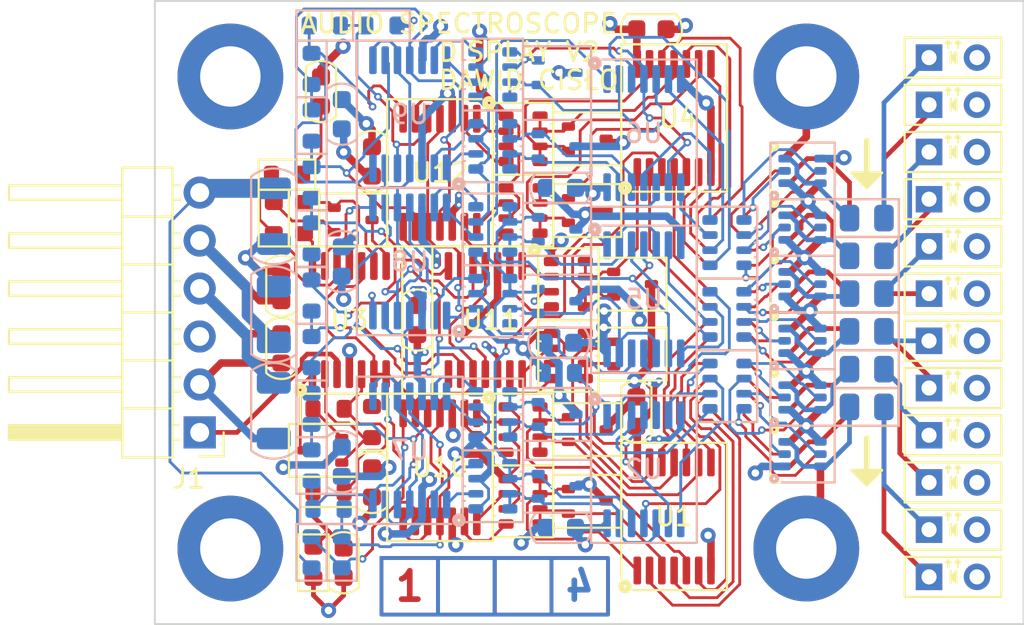
<source format=kicad_pcb>
(kicad_pcb (version 20221018) (generator pcbnew)
  (title_block (title "Audio Spectroscope Display Module") (date "2024-02-19") (rev "B") (company "Dawid Cisło"))
  (layers (0 "F.Cu" signal) (1 "In1.Cu" signal) (2 "In2.Cu" signal) (31 "B.Cu" signal) (34 "B.Paste" user) (35 "F.Paste" user) (36 "B.SilkS" user "B.Silkscreen") (37 "F.SilkS" user "F.Silkscreen") (38 "B.Mask" user) (39 "F.Mask" user) (44 "Edge.Cuts" user))
  (net 0 "")
  (net 1 "+5V")
  (net 2 "GND")
  (net 3 "VCC")
  (net 4 "VEE")
  (net 5 "Net-(C11-Pad2)")
  (net 6 "Net-(C12-Pad2)")
  (net 7 "Net-(D1-A)")
  (net 8 "Net-(D1-K)")
  (net 9 "Net-(D1-C)")
  (net 10 "Net-(D2-A)")
  (net 11 "Net-(D2-K)")
  (net 12 "Net-(D2-C)")
  (net 13 "Net-(D3-K)")
  (net 14 "Net-(D4-K)")
  (net 15 "Net-(D5-K)")
  (net 16 "Net-(D6-K)")
  (net 17 "Net-(D7-K1)")
  (net 18 "Net-(D7-K2)")
  (net 19 "Net-(D8-K1)")
  (net 20 "Net-(D8-K2)")
  (net 21 "Net-(D9-K1)")
  (net 22 "Net-(D9-K2)")
  (net 23 "Net-(D10-K1)")
  (net 24 "Net-(D10-K2)")
  (net 25 "Net-(D11-K1)")
  (net 26 "Net-(D11-K2)")
  (net 27 "Net-(D12-K1)")
  (net 28 "Net-(D12-K2)")
  (net 29 "Net-(D13-K)")
  (net 30 "Net-(D14-K)")
  (net 31 "Net-(D15-K)")
  (net 32 "/S.1")
  (net 33 "Net-(D16-K)")
  (net 34 "/F.1")
  (net 35 "/S.2")
  (net 36 "Net-(D17-K)")
  (net 37 "/F.2")
  (net 38 "/S.3")
  (net 39 "Net-(D18-K)")
  (net 40 "/F.3")
  (net 41 "/S.4")
  (net 42 "Net-(D19-K1)")
  (net 43 "Net-(D19-K2)")
  (net 44 "Net-(D20-K1)")
  (net 45 "/F.4")
  (net 46 "/S.5")
  (net 47 "Net-(D20-K2)")
  (net 48 "/F.5")
  (net 49 "/S.6")
  (net 50 "Net-(D21-K1)")
  (net 51 "/F.6")
  (net 52 "/S.7")
  (net 53 "Net-(D21-K2)")
  (net 54 "/F.7")
  (net 55 "/S.8")
  (net 56 "Net-(D22-K1)")
  (net 57 "/F.8")
  (net 58 "/S.9")
  (net 59 "Net-(D22-K2)")
  (net 60 "/F.9")
  (net 61 "/S.10")
  (net 62 "Net-(D23-K1)")
  (net 63 "/F.10")
  (net 64 "/S.11")
  (net 65 "Net-(D23-K2)")
  (net 66 "/F.11")
  (net 67 "/S.12")
  (net 68 "Net-(D24-K1)")
  (net 69 "/F.12")
  (net 70 "Net-(D24-K2)")
  (net 71 "Net-(D25-K)")
  (net 72 "Net-(D26-K)")
  (net 73 "Net-(J1-Pin_1)")
  (net 75 "Net-(Q2-C1)")
  (net 76 "Net-(Q3-C1)")
  (net 77 "Net-(R12-Pad1)")
  (net 78 "Net-(Q4-C1)")
  (net 79 "Net-(Q5-C1)")
  (net 80 "Net-(Q6-C1)")
  (net 81 "Net-(Q7-C1)")
  (net 82 "Net-(Q8-C1)")
  (net 83 "Net-(Q9-C1)")
  (net 84 "Net-(Q10-C1)")
  (net 85 "Net-(Q11-C1)")
  (net 86 "Net-(Q12-C1)")
  (net 87 "Net-(Q13-C1)")
  (net 88 "Net-(U3B-+)")
  (net 89 "Net-(U3D-+)")
  (net 90 "Net-(U3D--)")
  (net 91 "Net-(U10A--)")
  (net 92 "Net-(U10C-+)")
  (net 93 "Net-(U10D-+)")
  (net 94 "Net-(U10A-+)")
  (net 95 "Net-(U10B-+)")
  (net 96 "Net-(U11C-+)")
  (net 97 "Net-(U11D-+)")
  (net 98 "Net-(U11A-+)")
  (net 99 "Net-(U11B-+)")
  (net 100 "Net-(U12C-+)")
  (net 101 "Net-(U12D-+)")
  (net 102 "Net-(U12A-+)")
  (net 103 "Net-(U12B-+)")
  (net 104 "Net-(RN1-R1.1)")
  (net 105 "Net-(RN1-R2.1)")
  (net 106 "Net-(RN1-R3.1)")
  (net 107 "Net-(RN1-R4.1)")
  (net 108 "Net-(RN2-R1.1)")
  (net 109 "Net-(RN2-R2.1)")
  (net 110 "Net-(RN2-R3.1)")
  (net 111 "Net-(RN2-R4.1)")
  (net 112 "Net-(RN3-R1.1)")
  (net 113 "Net-(RN3-R2.1)")
  (net 114 "Net-(RN3-R3.1)")
  (net 115 "Net-(RN3-R4.1)")
  (net 116 "Net-(RN4-R2.1)")
  (net 117 "Net-(RN4-R4.1)")
  (net 118 "Net-(RN5-R2.1)")
  (net 119 "Net-(RN5-R4.1)")
  (net 120 "Net-(RN6-R2.1)")
  (net 121 "Net-(RN6-R4.1)")
  (net 122 "Net-(RN7-R2.1)")
  (net 123 "Net-(RN7-R4.1)")
  (net 124 "Net-(RN8-R2.1)")
  (net 125 "Net-(RN8-R4.1)")
  (net 126 "Net-(RN9-R2.1)")
  (net 127 "Net-(RN9-R4.1)")
  (net 128 "Net-(RN10-R2.1)")
  (net 129 "Net-(RN10-R4.1)")
  (net 130 "Net-(RN11-R2.1)")
  (net 131 "Net-(RN11-R4.1)")
  (net 132 "Net-(RN12-R2.1)")
  (net 133 "Net-(RN12-R4.1)")
  (net 134 "Net-(RN13-R2.1)")
  (net 135 "Net-(RN13-R4.1)")
  (net 136 "Net-(RN14-R2.1)")
  (net 137 "Net-(RN14-R4.1)")
  (net 138 "Net-(RN15-R2.1)")
  (net 139 "Net-(RN15-R4.1)")
  (net 140 "Net-(RN16-R1.1)")
  (net 141 "Net-(RN16-R2.1)")
  (net 142 "Net-(RN16-R3.1)")
  (net 143 "Net-(RN16-R4.1)")
  (net 144 "Net-(RN17-R1.1)")
  (net 145 "Net-(RN17-R2.1)")
  (net 146 "Net-(RN17-R3.1)")
  (net 147 "Net-(RN17-R4.1)")
  (net 148 "Net-(RN18-R1.1)")
  (net 149 "Net-(RN18-R2.1)")
  (net 150 "Net-(RN18-R3.1)")
  (net 151 "Net-(RN18-R4.1)")
  (footprint "Package_TO_SOT_SMD_AKL:SOT-323_SC-70" (layer "F.Cu") (at 245.8 100.5)
    (fp_text reference "D22" hide)
    (fp_text value "BAT54AW" hide)
  )
  (footprint "MountingHole:MountingHole_3.2mm_M3_DIN965_Pad" (layer "F.Cu") (at 224.5 89.5)
    (fp_text reference "REF**" hide)
    (fp_text value "MountingHole_3.2mm_M3_DIN965_Pad" hide)
  )
  (footprint "Capacitor_SMD_AKL:C_0603_1608Metric" (layer "F.Cu") (at 230.5 115.25 90)
    (fp_text reference "C12" hide)
    (fp_text value "100nF" hide)
  )
  (footprint "Capacitor_SMD_AKL:C_0603_1608Metric" (layer "F.Cu") (at 232 111 90)
    (fp_text reference "C15" hide)
    (fp_text value "100nF" hide)
  )
  (footprint "Package_SO_AKL:TSSOP-14_4.4x5mm_P0.65mm" (layer "F.Cu") (at 230.8 102.4 90)
    (fp_text reference "U3")
    (fp_text value "TL084CPW" hide)
  )
  (footprint "Capacitor_SMD_AKL:C_0603_1608Metric" (layer "F.Cu") (at 229.3 90.3 -90)
    (fp_text reference "C11" hide)
    (fp_text value "1uF" hide)
  )
  (footprint "Resistor_SMD_AKL:R_Array_Convex_4x0603" (layer "F.Cu") (at 250.8 105.9)
    (fp_text reference "RN16" hide)
    (fp_text value "4x4.7k" hide)
  )
  (footprint "Package_SO_AKL:TSSOP-14_4.4x5mm_P0.65mm" (layer "F.Cu") (at 248 112.8 90)
    (fp_text reference "U1")
    (fp_text value "74HC04" hide)
  )
  (footprint "LED_THT_AKL:LED_Rectangular_W5.0mm_H2.0mm" (layer "F.Cu") (at 261.5 98.5)
    (fp_text reference "D16" hide)
    (fp_text value "GREEN" hide)
  )
  (footprint "LED_THT_AKL:LED_Rectangular_W5.0mm_H2.0mm" (layer "F.Cu") (at 261.5 103.5)
    (fp_text reference "D14" hide)
    (fp_text value "GREEN" hide)
  )
  (footprint "Package_SO_AKL:TSSOP-14_4.4x5mm_P0.65mm" (layer "F.Cu") (at 238 102.4 -90)
    (fp_text reference "U11")
    (fp_text value "LM339P" hide)
  )
  (footprint "Package_TO_SOT_SMD_AKL:SOT-363_SC-70-6" (layer "F.Cu") (at 254.8 109.5)
    (fp_text reference "Q2" hide)
    (fp_text value "BC847BS" hide)
  )
  (footprint "Package_TO_SOT_SMD_AKL:SOT-323_SC-70" (layer "F.Cu") (at 243.4 108.2)
    (fp_text reference "D20" hide)
    (fp_text value "BAT54AW" hide)
  )
  (footprint "Package_TO_SOT_SMD_AKL:SOT-363_SC-70-6" (layer "F.Cu") (at 254.8 97.5)
    (fp_text reference "Q10" hide)
    (fp_text value "BC847BS" hide)
  )
  (footprint "MountingHole:MountingHole_3.2mm_M3_DIN965_Pad" (layer "F.Cu") (at 255 89.5)
    (fp_text reference "REF**" hide)
    (fp_text value "MountingHole_3.2mm_M3_DIN965_Pad" hide)
  )
  (footprint "Package_SO_AKL:TSSOP-14_4.4x5mm_P0.65mm" (layer "F.Cu") (at 235.6 110.2 -90)
    (fp_text reference "U10")
    (fp_text value "LM339P" hide)
  )
  (footprint "Resistor_SMD_AKL:R_0805_2012Metric" (layer "F.Cu") (at 258.2 103 180)
    (fp_text reference "R13" hide)
    (fp_text value "1k" hide)
  )
  (footprint "Resistor_SMD_AKL:R_0603_1608Metric" (layer "F.Cu") (at 232 107.8 90)
    (fp_text reference "R4" hide)
    (fp_text value "1k" hide)
  )
  (footprint "Package_TO_SOT_SMD_AKL:SOT-363_SC-70-6" (layer "F.Cu") (at 254.8 100.5)
    (fp_text reference "Q8" hide)
    (fp_text value "BC847BS" hide)
  )
  (footprint "MountingHole:MountingHole_3.2mm_M3_DIN965_Pad" (layer "F.Cu") (at 224.5 114.5)
    (fp_text reference "REF**" hide)
    (fp_text value "MountingHole_3.2mm_M3_DIN965_Pad" hide)
  )
  (footprint "LED_THT_AKL:LED_Rectangular_W5.0mm_H2.0mm" (layer "F.Cu") (at 261.5 116)
    (fp_text reference "D3" hide)
    (fp_text value "RED" hide)
  )
  (footprint "Capacitor_SMD_AKL:C_0603_1608Metric" (layer "F.Cu") (at 232 94 90)
    (fp_text reference "C13" hide)
    (fp_text value "100nF" hide)
  )
  (footprint "Resistor_SMD_AKL:R_0603_1608Metric" (layer "F.Cu") (at 226.8 97 -90)
    (fp_text reference "R2" hide)
    (fp_text value "100" hide)
  )
  (footprint "MountingHole:MountingHole_3.2mm_M3_DIN965_Pad" (layer "F.Cu") (at 255 114.5)
    (fp_text reference "REF**" hide)
    (fp_text value "MountingHole_3.2mm_M3_DIN965_Pad" hide)
  )
  (footprint "LED_THT_AKL:LED_Rectangular_W5.0mm_H2.0mm" (layer "F.Cu") (at 261.5 91)
    (fp_text reference "D25" hide)
    (fp_text value "GREEN" hide)
  )
  (footprint "Resistor_SMD_AKL:R_0603_1608Metric" (layer "F.Cu") (at 229.7 111.5 180)
    (fp_text reference "R6" hide)
    (fp_text value "100" hide)
  )
  (footprint "Resistor_SMD_AKL:R_0805_2012Metric" (layer "F.Cu") (at 258.2 107 180)
    (fp_text reference "R8" hide)
    (fp_text value "1k" hide)
  )
  (footprint "Capacitor_SMD_AKL:C_0603_1608Metric" (layer "F.Cu") (at 234.4 102.4 90)
    (fp_text reference "C14" hide)
    (fp_text value "100nF" hide)
  )
  (footprint "Package_TO_SOT_SMD_AKL:SOT-323_SC-70" (layer "F.Cu") (at 231 97.1)
    (fp_text reference "D2" hide)
    (fp_text value "BAT54SW" hide)
  )
  (footprint "LED_THT_AKL:LED_Rectangular_W5.0mm_H2.0mm" (layer "F.Cu") (at 261.5 113.5)
    (fp_text reference "D4" hide)
    (fp_text value "YELLOW" hide)
  )
  (footprint "Package_TO_SOT_SMD_AKL:SOT-323_SC-70" (layer "F.Cu") (at 243.4 92.8)
    (fp_text reference "D24" hide)
    (fp_text value "BAT54AW" hide)
  )
  (footprint "Resistor_SMD_AKL:R_0805_2012Metric" (layer "F.Cu") (at 258.2 105 180)
    (fp_text reference "R10" hide)
    (fp_text value "1k" hide)
  )
  (footprint "Resistor_SMD_AKL:R_Array_Convex_4x0603" (layer "F.Cu") (at 240 92.8)
    (fp_text reference "RN15" hide)
    (fp_text value "4x4.7k" hide)
  )
  (footprint "Package_SO_AKL:TSSOP-14_4.4x5mm_P0.65mm" (layer "F.Cu") (at 235.6 94.6 -90)
    (fp_text reference "U12")
    (fp_text value "LM339P" hide)
  )
  (footprint "Capacitor_SMD_AKL:C_0603_1608Metric" (layer "F.Cu") (at 227.2 100.6 -90)
    (fp_text reference "C5" hide)
    (fp_text value "100nF" hide)
  )
  (footprint "Package_TO_SOT_SMD_AKL:SOT-323_SC-70" (layer "F.Cu") (at 245.8 104.2)
    (fp_text reference "D21" hide)
    (fp_text value "BAT54AW" hide)
  )
  (footprint "Resistor_SMD_AKL:R_Array_Convex_4x0603" (layer "F.Cu") (at 250.8 98.3)
    (fp_text reference "RN18" hide)
    (fp_text value "4x4.7k" hide)
  )
  (footprint "Resistor_SMD_AKL:R_0805_2012Metric" (layer "F.Cu") (at 258.2 99 180)
    (fp_text reference "R30" hide)
    (fp_text value "1k" hide)
  )
  (footprint "Resistor_SMD_AKL:R_0603_1608Metric" (layer "F.Cu") (at 227.5 94.7)
    (fp_text reference "R5" hide)
    (fp_text value "100" hide)
  )
  (footprint "Package_TO_SOT_SMD_AKL:SOT-363_SC-70-6" (layer "F.Cu") (at 254.8 103.5)
    (fp_text reference "Q6" hide)
    (fp_text value "BC847BS" hide)
  )
  (footprint "Package_TO_SOT_SMD_AKL:SOT-363_SC-70-6" (layer "F.Cu") (at 254.8 106.5)
    (fp_text reference "Q4" hide)
    (fp_text value "BC847BS" hide)
  )
  (footprint "LED_THT_AKL:LED_Rectangular_W5.0mm_H2.0mm" (layer "F.Cu") (at 261.5 96)
    (fp_text reference "D17" hide)
    (fp_text value "GREEN" hide)
  )
  (footprint "Capacitor_SMD_AKL:C_0603_1608Metric" (layer "F.Cu") (at 246.8 87)
    (fp_text reference "C7" hide)
    (fp_text value "100nF" hide)
  )
  (footprint "Package_TO_SOT_SMD_AKL:SOT-323_SC-70" (layer "F.Cu") (at 243.4 96.6)
    (fp_text reference "D23" hide)
    (fp_text value "BAT54AW" hide)
  )
  (footprint "Package_TO_SOT_SMD_AKL:SOT-323_SC-70" (layer "F.Cu") (at 243.4 112)
    (fp_text reference "D19" hide)
    (fp_text value "BAT54AW" hide)
  )
  (footprint "LED_THT_AKL:LED_Rectangular_W5.0mm_H2.0mm" (layer "F.Cu") (at 261.5 106)
    (fp_text reference "D13" hide)
    (fp_text value "GREEN" hide)
  )
  (footprint "Resistor_SMD_AKL:R_Array_Convex_4x0603" (layer "F.Cu") (at 250.8 102.1)
    (fp_text reference "RN17" hide)
    (fp_text value "4x4.7k" hide)
  )
  (footprint "LED_THT_AKL:LED_Rectangular_W5.0mm_H2.0mm" (layer "F.Cu") (at 261.5 108.5)
    (fp_text reference "D6" hide)
    (fp_text value "GREEN" hide)
  )
  (footprint "Capacitor_SMD_AKL:C_0603_1608Metric" (layer "F.Cu") (at 227.2 103.9 90)
    (fp_text reference "C4" hide)
    (fp_text value "100nF" hide)
  )
  (footprint "Resistor_SMD_AKL:R_Array_Convex_4x0603" (layer "F.Cu") (at 240 96.6)
    (fp_text reference "RN14" hide)
    (fp_text value "4x4.7k" hide)
  )
  (footprint "Resistor_SMD_AKL:R_0805_2012Metric" (layer "F.Cu") (at 258.2 101 180)
    (fp_text reference "R15" hide)
    (fp_text value "1k" hide)
  )
  (footprint "Resistor_SMD_AKL:R_0603_1608Metric" (layer "F.Cu") (at 229.7 107.1)
    (fp_text reference "R1" hide)
    (fp_text value "100" hide)
  )
  (footprint "LED_THT_AKL:LED_Rectangular_W5.0mm_H2.0mm" (layer "F.Cu") (at 261.5 93.5)
    (fp_text reference "D18" hide)
    (fp_text value "GREEN" hide)
  )
  (footprint "Resistor_SMD_AKL:R_Array_Convex_4x0603" (layer "F.Cu") (at 242.4 100.5)
    (fp_text reference "RN13" hide)
    (fp_text value "4x4.7k" hide)
  )
  (footprint "Resistor_SMD_AKL:R_Array_Convex_4x0603" (layer "F.Cu") (at 240 112)
    (fp_text reference "RN10" hide)
    (fp_text value "4x4.7k" hide)
  )
  (footprint "Resistor_SMD_AKL:R_Array_Convex_4x0603" (layer "F.Cu") (at 240 108.2)
    (fp_text reference "RN11" hide)
    (fp_text value "4x4.7k" hide)
  )
  (footprint "LED_THT_AKL:LED_Rectangular_W5.0mm_H2.0mm" (layer "F.Cu") (at 261.5 88.5)
    (fp_text reference "D26" hide)
    (fp_text value "GREEN" hide)
  )
  (footprint "Connector_PinHeader_2.54mm:PinHeader_1x06_P2.54mm_Horizontal" (layer "F.Cu") (at 222.875 108.35 180)
    (fp_text reference "J1")
    (fp_text value "2.54mm 1x6 Angled" hide)
  )
  (footprint "Resistor_SMD_AKL:R_0603_1608Metric" (layer "F.Cu") (at 228.4 97 -90)
    (fp_text reference "R3" hide)
    (fp_text value "1k" hide)
  )
  (footprint "Resistor_SMD_AKL:R_Array_Convex_4x0603" (layer "F.Cu") (at 242.4 104.3)
    (fp_text reference "RN12" hide)
    (fp_text value "4x4.7k" hide)
  )
  (footprint "Package_SO_AKL:TSSOP-14_4.4x5mm_P0.65mm" (layer "F.Cu") (at 248 91.7 90)
    (fp_text reference "U4")
    (fp_text value "74HC04" hide)
  )
  (footprint "Package_TO_SOT_SMD_AKL:SOT-323_SC-70" (layer "F.Cu") (at 229.4 109.3 180)
    (fp_text reference "D1" hide)
    (fp_text value "BAT54SW" hide)
  )
  (footprint "Package_TO_SOT_SMD_AKL:SOT-363_SC-70-6" (layer "F.Cu") (at 254.8 94.5)
    (fp_text reference "Q12" hide)
    (fp_text value "BC847BS" hide)
  )
  (footprint "Resistor_SMD_AKL:R_0805_2012Metric" (layer "F.Cu") (at 258.2 97 180)
    (fp_text reference "R32" hide)
    (fp_text value "1k" hide)
  )
  (footprint "Resistor_SMD_AKL:R_0603_1608Metric" (layer "F.Cu") (at 228.9 115.25 -90)
    (fp_text reference "R34" hide)
    (fp_text value "1M" hide)
  )
  (footprint "LED_THT_AKL:LED_Rectangular_W5.0mm_H2.0mm" (layer "F.Cu") (at 261.5 101)
    (fp_text reference "D15" hide)
    (fp_text value "GREEN" hide)
  )
  (footprint "LED_THT_AKL:LED_Rectangular_W5.0mm_H2.0mm" (layer "F.Cu") (at 261.5 111)
    (fp_text reference "D5" hide)
    (fp_text value "GREEN" hide)
  )
  (footprint "Capacitor_SMD_AKL:C_0603_1608Metric" (layer "F.Cu") (at 246 107.25 90)
    (fp_text reference "C2" hide)
    (fp_text value "100nF" hide)
  )
  (footprint "Resistor_SMD_AKL:R_0603_1608Metric" (layer "B.Cu") (at 228.8 104.1 -90)
    (fp_text reference "R21" hide)
    (fp_text value "47k" hide)
  )
  (footprint "Resistor_SMD_AKL:R_0805_2012Metric" (layer "B.Cu") (at 258.2 105 180)
    (fp_text reference "R11" hide)
    (fp_text value "1k" hide)
  )
  (footprint "Capacitor_SMD_AKL:C_0603_1608Metric" (layer "B.Cu") (at 242 113.4 180)
    (fp_text reference "C3" hide)
    (fp_text value "100nF" hide)
  )
  (footprint "Package_TO_SOT_SMD_AKL:SOT-363_SC-70-6" (layer "B.Cu") (at 254.8 103.5)
    (fp_text reference "Q7" hide)
    (fp_text value "BC847BS" hide)
  )
  (footprint "Resistor_SMD_AKL:R_0603_1608Metric" (layer "B.Cu") (at 241.9 105.2 180)
    (fp_text reference "R12" hide)
    (fp_text value "4.7k" hide)
  )
  (footprint "Resistor_SMD_AKL:R_0603_1608Metric" (layer "B.Cu") (at 228.8 114.7 -90)
    (fp_text reference "R16" hide)
    (fp_text value "470k" hide)
  )
  (footprint "Capacitor_SMD_AKL:C_0603_1608Metric" (layer "B.Cu") (at 241.9 103.6 180)
    (fp_text reference "C8" hide)
    (fp_text value "100nF" hide)
  )
  (footprint "Package_TO_SOT_SMD_AKL:SOT-363_SC-70-6" (layer "B.Cu") (at 254.8 94.5)
    (fp_text reference "Q13" hide)
    (fp_text value "BC847BS" hide)
  )
  (footprint "Package_SO_AKL:TSSOP-14_4.4x5mm_P0.65mm" (layer "B.Cu") (at 234 109.3 90)
    (fp_text reference "U7")
    (fp_text value "LM339P" hide)
  )
  (footprint "Resistor_SMD_AKL:R_Array_Convex_4x0603" (layer "B.Cu") (at 238.4 89.4)
    (fp_text reference "RN8" hide)
    (fp_text value "4x4.7k" hide)
  )
  (footprint "Package_SO_AKL:TSSOP-14_4.4x5mm_P0.65mm" (layer "B.Cu") (at 246.4 101.3 -90)
    (fp_text reference "U5")
    (fp_text value "74HC86" hide)
  )
  (footprint "Capacitor_SMD_AKL:C_1206_3216Metric" (layer "B.Cu") (at 226.8 107.2 -90)
    (fp_text reference "C6" hide)
    (fp_text value "10uF 35V" hide)
  )
  (footprint "Resistor_SMD_AKL:R_Array_Convex_4x0603" (layer "B.Cu") (at 238.4 101.4)
    (fp_text reference "RN7" hide)
    (fp_text value "4x4.7k" hide)
  )
  (footprint "Resistor_SMD_AKL:R_0603_1608Metric" (layer "B.Cu") (at 228.8 110.1 -90)
    (fp_text reference "R19" hide)
    (fp_text value "82k" hide)
  )
  (footprint "Resistor_SMD_AKL:R_0805_2012Metric" (layer "B.Cu") (at 258.2 97 180)
    (fp_text reference "R33" hide)
    (fp_text value "1k" hide)
  )
  (footprint "Package_SO_AKL:TSSOP-14_4.4x5mm_P0.65mm" (layer "B.Cu") (at 234 99.3 90)
    (fp_text reference "U8")
    (fp_text value "LM339P" hide)
  )
  (footprint "Package_TO_SOT_SMD_AKL:SOT-323_SC-70" (layer "B.Cu") (at 241.8 97.6)
    (fp_text reference "D9" hide)
    (fp_text value "BAT54AW" hide)
  )
  (footprint "Resistor_SMD_AKL:R_Array_Convex_4x0603" (layer "B.Cu") (at 238.4 97.6)
    (fp_text reference "RN6" hide)
    (fp_text value "4x4.7k" hide)
  )
  (footprint "Capacitor_SMD_AKL:C_0603_1608Metric" (layer "B.Cu") (at 230.4 109.9 -90)
    (fp_text reference "C18" hide)
    (fp_text value "100nF" hide)
  )
  (footprint "Package_TO_SOT_SMD_AKL:SOT-363_SC-70-6" (layer "B.Cu") (at 254.8 106.5)
    (fp_text reference "Q5" hide)
    (fp_text value "BC847BS" hide)
  )
  (footprint "Package_SO_AKL:TSSOP-14_4.4x5mm_P0.65mm" (layer "B.Cu") (at 246.4 92.5 -90)
    (fp_text reference "U6")
    (fp_text value "74HC86" hide)
  )
  (footprint "Resistor_SMD_AKL:R_0603_1608Metric" (layer "B.Cu") (at 230.4 114.7 -90)
    (fp_text reference "R17" hide)
    (fp_text value "82k" hide)
  )
  (footprint "Resistor_SMD_AKL:R_Array_Convex_4x0603" (layer "B.Cu") (at 238.4 107.4)
    (fp_text reference "RN4" hide)
    (fp_text value "4x4.7k" hide)
  )
  (footprint "Resistor_SMD_AKL:R_Array_Convex_4x0603" (layer "B.Cu") (at 250.8 102.1)
    (fp_text reference "RN2" hide)
    (fp_text value "4x4.7k" hide)
  )
  (footprint "Capacitor_SMD_AKL:C_1206_3216Metric" (layer "B.Cu") (at 226.8 96.9 -90)
    (fp_text reference "C1" hide)
    (fp_text value "10uF 35V" hide)
  )
  (footprint "Package_TO_SOT_SMD_AKL:SOT-323_SC-70" (layer "B.Cu") (at 241.8 101.4)
    (fp_text reference "D10" hide)
    (fp_text value "BAT54AW" hide)
  )
  (footprint "Package_SO_AKL:TSSOP-14_4.4x5mm_P0.65mm" (layer "B.Cu") (at 246.4 110.3 -90)
    (fp_text reference "U2")
    (fp_text value "74HC86" hide)
  )
  (footprint "Package_SO_AKL:TSSOP-14_4.4x5mm_P0.65mm" (layer "B.Cu") (at 234 91.5 90)
    (fp_text reference "U9")
    (fp_text value "LM339P" hide)
  )
  (footprint "Resistor_SMD_AKL:R_0603_1608Metric" (layer "B.Cu") (at 228.8 89.1 -90)
    (fp_text reference "R26" hide)
    (fp_text value "10k" hide)
  )
  (footprint "Package_TO_SOT_SMD_AKL:SOT-363_SC-70-6" (layer "B.Cu") (at 254.8 97.5)
    (fp_text reference "Q11" hide)
    (fp_text value "BC847BS" hide)
  )
  (footprint "Resistor_SMD_AKL:R_0603_1608Metric" (layer "B.Cu") (at 229.7 112.4)
    (fp_text reference "R18" hide)
    (fp_text value " 130k" hide)
  )
  (footprint "Resistor_SMD_AKL:R_Array_Convex_4x0603" (layer "B.Cu") (at 238.4 93.2)
    (fp_text reference "RN9" hide)
    (fp_text value "4x4.7k" hide)
  )
  (footprint "Resistor_SMD_AKL:R_0603_1608Metric" (layer "B.Cu") (at 232.5 86.8 180)
    (fp_text reference "R28" hide)
    (fp_text value "13k" hide)
  )
  (footprint "Capacitor_SMD_AKL:C_0603_1608Metric" (layer "B.Cu") (at 230.4 99.3 -90)
    (fp_text reference "C17" hide)
    (fp_text value "100nF" hide)
  )
  (footprint "Resistor_SMD_AKL:R_0603_1608Metric" (layer "B.Cu") (at 229.5 86.8 180)
    (fp_text reference "R27" hide)
    (fp_text value "4.7k" hide)
  )
  (footprint "Resistor_SMD_AKL:R_0603_1608Metric" (layer "B.Cu") (at 228.8 98.075 -90)
    (fp_text reference "R23" hide)
    (fp_text value "22k" hide)
  )
  (footprint "Resistor_SMD_AKL:R_Array_Convex_4x0603" (layer "B.Cu") (at 250.8 98.3)
    (fp_text reference "RN3" hide)
    (fp_text value "4x4.7k" hide)
  )
  (footprint "Package_TO_SOT_SMD_AKL:SOT-323_SC-70" (layer "B.Cu") (at 241.8 93.2)
    (fp_text reference "D12" hide)
    (fp_text value "BAT54AW" hide)
  )
  (footprint "Resistor_SMD_AKL:R_Array_Convex_4x0603" (layer "B.Cu") (at 250.8 105.9)
    (fp_text reference "RN1" hide)
    (fp_text value "4x4.7k" hide)
  )
  (footprint "Package_TO_SOT_SMD_AKL:SOT-323_SC-70" (layer "B.Cu") (at 241.8 111.2)
    (fp_text reference "D8" hide)
    (fp_text value "BAT54AW" hide)
  )
  (footprint "Capacitor_SMD_AKL:C_1206_3216Metric" (layer "B.Cu") (at 226.8 102.1 90)
    (fp_text reference "C9" hide)
    (fp_text value "10uF 35V" hide)
  )
  (footprint "Resistor_SMD_AKL:R_0603_1608Metric" (layer "B.Cu") (at 228.8 95.1 -90)
    (fp_text reference "R24" hide)
    (fp_text value "18k" hide)
  )
  (footprint "Package_TO_SOT_SMD_AKL:SOT-323_SC-70" (layer "B.Cu") (at 241.8 89.3)
    (fp_text reference "D11" hide)
    (fp_text value "BAT54AW" hide)
  )
  (footprint "Resistor_SMD_AKL:R_0603_1608Metric" (layer "B.Cu") (at 228.8 107.1 -90)
    (fp_text reference "R20" hide)
    (fp_text value "68k" hide)
  )
  (footprint "Resistor_SMD_AKL:R_0805_2012Metric" (layer "B.Cu") (at 258.2 99 180)
    (fp_text reference "R31" hide)
    (fp_text value "1k" hide)
  )
  (footprint "Resistor_SMD_AKL:R_0603_1608Metric" (layer "B.Cu") (at 228.8 101.1 -90)
    (fp_text reference "R22" hide)
    (fp_text value "33k" hide)
  )
  (footprint "Capacitor_SMD_AKL:C_0603_1608Metric" (layer "B.Cu") (at 230.4 91.5 90)
    (fp_text reference "C16" hide)
    (fp_text value "100nF" hide)
  )
  (footprint "Resistor_SMD_AKL:R_0805_2012Metric" (layer "B.Cu") (at 258.2 103 180)
    (fp_text reference "R14" hide)
    (fp_text value "1k" hide)
  )
  (footprint "Resistor_SMD_AKL:R_0805_2012Metric" (layer "B.Cu") (at 258.2 101 180)
    (fp_text reference "R29" hide)
    (fp_text value "1k" hide)
  )
  (footprint "Package_TO_SOT_SMD_AKL:SOT-323_SC-70" (layer "B.Cu") (at 241.8 107.4)
    (fp_text reference "D7" hide)
    (fp_text value "BAT54AW" hide)
  )
  (footprint "Package_TO_SOT_SMD_AKL:SOT-363_SC-70-6" (layer "B.Cu") (at 254.8 100.5)
    (fp_text reference "Q9" hide)
    (fp_text value "BC847BS" hide)
  )
  (footprint "Resistor_SMD_AKL:R_0805_2012Metric" (layer "B.Cu") (at 258.2 107 180)
    (fp_text reference "R9" hide)
    (fp_text value "330" hide)
  )
  (footprint "Resistor_SMD_AKL:R_Array_Convex_4x0603" (layer "B.Cu") (at 238.4 111.2)
    (fp_text reference "RN5" hide)
    (fp_text value "4x4.7k" hide)
  )
  (footprint "Resistor_SMD_AKL:R_0603_1608Metric" (layer "B.Cu") (at 228.8 92.1 -90)
    (fp_text reference "R25" hide)
    (fp_text value "12k" hide)
  )
  (footprint "Capacitor_SMD_AKL:C_0603_1608Metric" (layer "B.Cu") (at 242 95.4 180)
    (fp_text reference "C10" hide)
    (fp_text value "100nF" hide)
  )
  (footprint "Package_TO_SOT_SMD_AKL:SOT-363_SC-70-6" (layer "B.Cu") (at 254.8 109.5)
    (fp_text reference "Q3" hide)
    (fp_text value "BC847BS" hide)
  )
  (gr_rect (start 232.5 115) (end 235.5 118) (stroke (width 0.2)) (fill none) (layer "F.Cu"))
  (gr_rect (start 238.5 115) (end 241.5 118) (stroke (width 0.2)) (fill none) (layer "F.Cu"))
  (gr_rect (start 241.5 115) (end 244.5 118) (stroke (width 0.2)) (fill none) (layer "F.Cu"))
  (gr_rect (start 235.5 115) (end 238.5 118) (stroke (width 0.2)) (fill none) (layer "F.Cu"))
  (gr_rect (start 235.5 115) (end 238.5 118) (stroke (width 0.2)) (fill none) (layer "B.Cu"))
  (gr_rect (start 238.5 115) (end 241.5 118) (stroke (width 0.2)) (fill none) (layer "B.Cu"))
  (gr_rect (start 232.5 115) (end 235.5 118) (stroke (width 0.2)) (fill none) (layer "B.Cu"))
  (gr_rect (start 241.5 115) (end 244.5 118) (stroke (width 0.2)) (fill none) (layer "B.Cu"))
  (gr_line (start 258.2 92.9) (end 258.2 95.2) (stroke (width 0.3)) (layer "F.SilkS"))
  (gr_line (start 258.2 108.65) (end 258.2 110.95) (stroke (width 0.3)) (layer "F.SilkS"))
  (gr_poly (pts (xy 257.4 110.35) (xy 259 110.35) (xy 258.2 111.15)) (stroke (width 0.153)) (fill solid) (layer "F.SilkS"))
  (gr_poly (pts (xy 257.4 94.6) (xy 259 94.6) (xy 258.2 95.4)) (stroke (width 0.153)) (fill solid) (layer "F.SilkS"))
  (gr_rect (start 220.5 85.5) (end 266.5 118.5) (stroke (width 0.1)) (fill none) (layer "Edge.Cuts"))
  (gr_text "1" (at 234 116.5) (layer "F.Cu") (effects (font (size 1.5 1.5) (thickness 0.3))))
  (gr_text "4" (at 243 116.5) (layer "B.Cu") (effects (font (size 1.5 1.5) (thickness 0.3)) (justify mirror)))
  (gr_text "DAWID CISŁO" (at 240.3 89.7) (layer "F.SilkS") (effects (font (size 1 1) (thickness 0.153))))
  (gr_text "DISPLAY V2" (at 239.8 88.2) (layer "F.SilkS") (effects (font (size 1 1) (thickness 0.153))))
  (gr_text "AUDIO SPECTROSCOPE" (at 236.6 86.7) (layer "F.SilkS") (effects (font (size 1 1) (thickness 0.153))))
  (segment (start 246.9 106.3) (end 246.9 106) (width 0.4) (layer "F.Cu") (net 1))
  (segment (start 239.77452 111.855131) (end 239.229651 112.4) (width 0.15) (layer "F.Cu") (net 1))
  (segment (start 237.7 90.2) (end 237.7 87.1) (width 0.4) (layer "F.Cu") (net 1))
  (segment (start 244.274507 102.786344) (end 244.274507 101.940075) (width 0.4) (layer "F.Cu") (net 1))
  (segment (start 241.5 100.9) (end 241.1 100.9) (width 0.15) (layer "F.Cu") (net 1))
  (segment (start 239.265006 108.6) (end 239.77452 109.109514) (width 0.15) (layer "F.Cu") (net 1))
  (segment (start 241.5 103.1) (end 241.629651 103.1) (width 0.15) (layer "F.Cu") (net 1))
  (segment (start 246.025 87) (end 244.9 87) (width 0.4) (layer "F.Cu") (net 1))
  (segment (start 239.1 91.6) (end 237.7 90.2) (width 0.4) (layer "F.Cu") (net 1))
  (segment (start 239.77452 111.344869) (end 239.77452 111.855131) (width 0.15) (layer "F.Cu") (net 1))
  (segment (start 246.025 87) (end 246.025 88.8125) (width 0.4) (layer "F.Cu") (net 1))
  (segment (start 239.77452 92.655131) (end 239.77452 92.144869) (width 0.15) (layer "F.Cu") (net 1))
  (segment (start 241.1 100.9) (end 240.6 101.4) (width 0.15) (layer "F.Cu") (net 1))
  (segment (start 244.9 87) (end 244.6 86.7) (width 0.4) (layer "F.Cu") (net 1))
  (segment (start 239.02894 110.8) (end 239.1 110.8) (width 0.4) (layer "F.Cu") (net 1))
  (segment (start 239.1 95.4) (end 239.77452 94.72548) (width 0.15) (layer "F.Cu") (net 1))
  (segment (start 239.77452 96.455131) (end 239.77452 95.944869) (width 0.15) (layer "F.Cu") (net 1))
  (segment (start 246.9 106) (end 246.9 105.95) (width 0.4) (layer "F.Cu") (net 1))
  (segment (start 239.229651 112.4) (end 239.1 112.4) (width 0.15) (layer "F.Cu") (net 1))
  (segment (start 246.9 106) (end 246.7 105.8) (width 0.4) (layer "F.Cu") (net 1))
  (segment (start 241.629651 104.7) (end 241.5 104.7) (width 0.15) (layer "F.Cu") (net 1))
  (segment (start 246.7 105.75) (end 247.1 105.75) (width 0.4) (layer "F.Cu") (net 1))
  (segment (start 241.5 103.1) (end 240.8 103.1) (width 0.25) (layer "F.Cu") (net 1))
  (segment (start 239.77452 93.709514) (end 239.265006 93.2) (width 0.15) (layer "F.Cu") (net 1))
  (segment (start 239.265006 93.2) (end 239.1 93.2) (width 0.15) (layer "F.Cu") (net 1))
  (segment (start 246.025 88.8125) (end 246.05 88.8375) (width 0.4) (layer "F.Cu") (net 1))
  (segment (start 239.229651 91.6) (end 239.1 91.6) (width 0.15) (layer "F.Cu") (net 1))
  (segment (start 237.72894 109.5) (end 239.02894 110.8) (width 0.4) (layer "F.Cu") (net 1))
  (segment (start 239.77452 107.544869) (end 239.77452 108.055131) (width 0.15) (layer "F.Cu") (net 1))
  (segment (start 239.229651 107) (end 239.77452 107.544869) (width 0.15) (layer "F.Cu") (net 1))
  (segment (start 239.1 110.8) (end 239.229651 110.8) (width 0.15) (layer "F.Cu") (net 1))
  (segment (start 246.9 107.125) (end 246.9 106.3) (width 0.4) (layer "F.Cu") (net 1))
  (segment (start 246.9 105.95) (end 247.2 105.65) (width 0.4) (layer "F.Cu") (net 1))
  (segment (start 236.4 109.5) (end 237.72894 109.5) (width 0.4) (layer "F.Cu") (net 1))
  (segment (start 239.229651 95.4) (end 239.1 95.4) (width 0.15) (layer "F.Cu") (net 1))
  (segment (start 239.229651 108.6) (end 239.1 108.6) (width 0.15) (layer "F.Cu") (net 1))
  (segment (start 239.229651 97) (end 239.77452 96.455131) (width 0.15) (layer "F.Cu") (net 1))
  (segment (start 244.274507 101.940075) (end 244.29304 101.921542) (width 0.4) (layer "F.Cu") (net 1))
  (segment (start 239.77452 110.12548) (end 239.1 110.8) (width 0.15) (layer "F.Cu") (net 1))
  (segment (start 239.1 97) (end 239.229651 97) (width 0.15) (layer "F.Cu") (net 1))
  (segment (start 246.7 105.8) (end 246.7 105.75) (width 0.4) (layer "F.Cu") (net 1))
  (segment (start 241.5 98.686498) (end 242.016737 98.169761) (width 0.4) (layer "F.Cu") (net 1))
  (segment (start 247.1 105.75) (end 247.2 105.65) (width 0.4) (layer "F.Cu") (net 1))
  (segment (start 239.229651 93.2) (end 239.77452 92.655131) (width 0.15) (layer "F.Cu") (net 1))
  (segment (start 239.77452 108.055131) (end 239.229651 108.6) (width 0.15) (layer "F.Cu") (net 1))
  (segment (start 246.05 109.9375) (end 246.05 108.075) (width 0.4) (layer "F.Cu") (net 1))
  (segment (start 240.8 103.1) (end 240 103.9) (width 0.25) (layer "F.Cu") (net 1))
  (segment (start 239.77452 109.109514) (end 239.77452 110.12548) (width 0.15) (layer "F.Cu") (net 1))
  (segment (start 239.229651 110.8) (end 239.77452 111.344869) (width 0.15) (layer "F.Cu") (net 1))
  (segment (start 239.1 108.6) (end 239.265006 108.6) (width 0.15) (layer "F.Cu") (net 1))
  (segment (start 246.05 108.075) (end 246 108.025) (width 0.4) (layer "F.Cu") (net 1))
  (segment (start 239.77452 95.944869) (end 239.229651 95.4) (width 0.15) (layer "F.Cu") (net 1))
  (segment (start 241.629651 103.1) (end 242.17452 103.644869) (width 0.15) (layer "F.Cu") (net 1))
  (segment (start 246 108.025) (end 246.9 107.125) (width 0.4) (layer "F.Cu") (net 1))
  (segment (start 242.17452 104.155131) (end 241.629651 104.7) (width 0.15) (layer "F.Cu") (net 1))
  (segment (start 239.1 93.2) (end 239.229651 93.2) (width 0.15) (layer "F.Cu") (net 1))
  (segment (start 239.77452 94.72548) (end 239.77452 93.709514) (width 0.15) (layer "F.Cu") (net 1))
  (segment (start 241.5 99.3) (end 241.5 98.686498) (width 0.4) (layer "F.Cu") (net 1))
  (segment (start 239.77452 92.144869) (end 239.229651 91.6) (width 0.15) (layer "F.Cu") (net 1))
  (segment (start 239.1 107) (end 239.229651 107) (width 0.15) (layer "F.Cu") (net 1))
  (segment (start 242.17452 103.644869) (end 242.17452 104.155131) (width 0.15) (layer "F.Cu") (net 1))
  (via (at 243.7 95.7) (size 0.8) (drill 0.4) (layers "F.Cu" "B.Cu") (net 1))
  (via (at 240.6 101.4) (size 0.4) (drill 0.2) (layers "F.Cu" "B.Cu") (net 1))
  (via (at 240 103.9) (size 0.8) (drill 0.4) (layers "F.Cu" "B.Cu") (net 1))
  (via (at 244.29304 101.921542) (size 0.8) (drill 0.4) (layers "F.Cu" "B.Cu") (net 1))
  (via (at 244.6 86.7) (size 0.8) (drill 0.4) (layers "F.Cu" "B.Cu") (net 1))
  (via (at 246.7 105.75) (size 0.4) (drill 0.2) (layers "F.Cu" "B.Cu") (net 1))
  (via (at 236.4 109.5) (size 0.8) (drill 0.4) (layers "F.Cu" "B.Cu") (net 1))
  (via (at 237.7 87.1) (size 0.8) (drill 0.4) (layers "F.Cu" "B.Cu") (net 1))
  (via (at 247.2 105.65) (size 0.4) (drill 0.2) (layers "F.Cu" "B.Cu") (net 1))
  (via (at 244.274507 102.786344) (size 0.8) (drill 0.4) (layers "F.Cu" "B.Cu") (net 1))
  (via (at 243.3 114.3005) (size 0.8) (drill 0.4) (layers "F.Cu" "B.Cu") (net 1))
  (via (at 242.016737 98.169761) (size 0.8) (drill 0.4) (layers "F.Cu" "B.Cu") (net 1))
  (segment (start 244.2125 113.4) (end 244.45 113.1625) (width 0.4) (layer "B.Cu") (net 1))
  (segment (start 237.5 94.4) (end 237.5 94.37452) (width 0.15) (layer "B.Cu") (net 1))
  (segment (start 237.5 108.858217) (end 237.441783 108.858217) (width 0.4) (layer "B.Cu") (net 1))
  (segment (start 247.1 105.75) (end 246.7 105.75) (width 0.4) (layer "B.Cu") (net 1))
  (segment (start 237.629651 112.4) (end 238.17452 111.855131) (width 0.15) (layer "B.Cu") (net 1))
  (segment (start 238.17452 100.490486) (end 237.665006 101) (width 0.15) (layer "B.Cu") (net 1))
  (segment (start 242.775 113.4) (end 244.2125 113.4) (width 0.4) (layer "B.Cu") (net 1))
  (segment (start 242.775 113.7755) (end 243.3 114.3005) (width 0.4) (layer "B.Cu") (net 1))
  (segment (start 221.3 109.9) (end 221.3 97.225) (width 0.15) (layer "B.Cu") (net 1))
  (segment (start 237.629651 110.8) (end 237.5 110.8) (width 0.15) (layer "B.Cu") (net 1))
  (segment (start 241.075 104.975) (end 240 103.9) (width 0.4) (layer "B.Cu") (net 1))
  (segment (start 238.17452 108.32548) (end 237.9 108.6) (width 0.15) (layer "B.Cu") (net 1))
  (segment (start 237.5 90.6) (end 237.629651 90.6) (width 0.15) (layer "B.Cu") (net 1))
  (segment (start 244.274507 103.987007) (end 244.45 104.1625) (width 0.4) (layer "B.Cu") (net 1))
  (segment (start 237.665006 101) (end 237.5 101) (width 0.15) (layer "B.Cu") (net 1))
  (segment (start 237.5 107) (end 237.629651 107) (width 0.15) (layer "B.Cu") (net 1))
  (segment (start 237.441783 108.858217) (end 236.8 109.5) (width 0.4) (layer "B.Cu") (net 1))
  (segment (start 238.17452 91.27452) (end 237.5 90.6) (width 0.15) (layer "B.Cu") (net 1))
  (segment (start 221.3 97.225) (end 222.875 95.65) (width 0.15) (layer "B.Cu") (net 1))
  (segment (start 238.17452 92.290486) (end 238.17452 91.27452) (width 0.15) (layer "B.Cu") (net 1))
  (segment (start 238.17452 90.055131) (end 238.17452 89.544869) (width 0.15) (layer "B.Cu") (net 1))
  (segment (start 237.629651 107) (end 238.17452 107.544869) (width 0.15) (layer "B.Cu") (net 1))
  (segment (start 242.775 95.4) (end 243.7 95.4) (width 0.4) (layer "B.Cu") (net 1))
  (segment (start 243.8875 103.6) (end 244.274507 103.212993) (width 0.4) (layer "B.Cu") (net 1))
  (segment (start 243.7 95.4) (end 243.7 95.7) (width 0.4) (layer "B.Cu") (net 1))
  (segment (start 237.5 89) (end 237.665006 89) (width 0.15) (layer "B.Cu") (net 1))
  (segment (start 237.629651 90.6) (end 238.17452 90.055131) (width 0.15) (layer "B.Cu") (net 1))
  (segment (start 242.675 103.6) (end 243.8875 103.6) (width 0.4) (layer "B.Cu") (net 1))
  (segment (start 237.5 92.8) (end 237.665006 92.8) (width 0.15) (layer "B.Cu") (net 1))
  (segment (start 239.624031 103.524031) (end 240 103.9) (width 0.25) (layer "B.Cu") (net 1))
  (segment (start 237.5 102.6) (end 237.741758 102.6) (width 0.25) (layer "B.Cu") (net 1))
  (segment (start 244.274507 103.212993) (end 244.274507 102.786344) (width 0.4) (layer "B.Cu") (net 1))
  (segment (start 238.17452 87.57452) (end 237.7 87.1) (width 0.15) (layer "B.Cu") (net 1))
  (segment (start 243.8875 103.6) (end 244.45 104.1625) (width 0.4) (layer "B.Cu") (net 1))
  (segment (start 228.05 112.45) (end 226.1 110.5) (width 0.15) (layer "B.Cu") (net 1))
  (segment (start 244.29304 102.767811) (end 244.274507 102.786344) (width 0.4) (layer "B.Cu") (net 1))
  (segment (start 237.629651 102.6) (end 237.5 102.6) (width 0.15) (layer "B.Cu") (net 1))
  (segment (start 226.1 110.5) (end 221.9 110.5) (width 0.15) (layer "B.Cu") (net 1))
  (segment (start 244.4125 95.4) (end 244.45 95.3625) (width 0.4) (layer "B.Cu") (net 1))
  (segment (start 237.9 108.6) (end 237.5 108.6) (width 0.15) (layer "B.Cu") (net 1))
  (segment (start 237.5 99.234994) (end 238.17452 99.909514) (width 0.15) (layer "B.Cu") (net 1))
  (segment (start 228.05 114.775) (end 228.05 112.45) (width 0.15) (layer "B.Cu") (net 1))
  (segment (start 237.5 101) (end 237.629651 101) (width 0.15) (layer "B.Cu") (net 1))
  (segment (start 244.274507 102.786344) (end 244.274507 103.987007) (width 0.4) (layer "B.Cu") (net 1))
  (segment (start 238.29952 110.342263) (end 238.29952 109.657737) (width 0.4) (layer "B.Cu") (net 1))
  (segment (start 238.17452 111.344869) (end 237.629651 110.8) (width 0.15) (layer "B.Cu") (net 1))
  (segment (start 238.17452 101.544869) (end 238.17452 102.055131) (width 0.15) (layer "B.Cu") (net 1))
  (segment (start 237.665006 89) (end 238.17452 88.490486) (width 0.15) (layer "B.Cu") (net 1))
  (segment (start 238.17452 88.490486) (end 238.17452 87.57452) (width 0.15) (layer "B.Cu") (net 1))
  (segment (start 238.665789 103.524031) (end 239.624031 103.524031) (width 0.25) (layer "B.Cu") (net 1))
  (segment (start 238.17452 89.544869) (end 237.629651 89) (width 0.15) (layer "B.Cu") (net 1))
  (segment (start 237.8 94.07452) (end 237.955131 94.07452) (width 0.15) (layer "B.Cu") (net 1))
  (segment (start 237.665006 97.2) (end 238.17452 96.690486) (width 0.15) (layer "B.Cu") (net 1))
  (segment (start 237.665006 92.8) (end 238.17452 92.290486) (width 0.15) (layer "B.Cu") (net 1))
  (segment (start 238.17452 107.544869) (end 238.17452 108.32548) (width 0.15) (layer "B.Cu") (net 1))
  (segment (start 237.629651 101) (end 238.17452 101.544869) (width 0.15) (layer "B.Cu") (net 1))
  (segment (start 238.17452 111.855131) (end 238.17452 111.344869) (width 0.15) (layer "B.Cu") (net 1))
  (segment (start 247.2 105.65) (end 247.1 105.75) (width 0.4) (layer "B.Cu") (net 1))
  (segment (start 237.5 112.4) (end 237.629651 112.4) (width 0.15) (layer "B.Cu") (net 1))
  (segment (start 237.5 97.2) (end 237.665006 97.2) (width 0.15) (layer "B.Cu") (net 1))
  (segment (start 237.5 98.8) (end 237.5 99.234994) (width 0.15) (layer "B.Cu") (net 1))
  (segment (start 237.629651 92.8) (end 237.5 92.8) (width 0.15) (layer "B.Cu") (net 1))
  (segment (start 238.17452 93.855131) (end 238.17452 93.344869) (width 0.15) (layer "B.Cu") (net 1))
  (segment (start 238.29952 109.657737) (end 237.5 108.858217) (width 0.4) (layer "B.Cu") (net 1))
  (segment (start 228.8 115.525) (end 228.05 114.775) (width 0.15) (layer "B.Cu") (net 1))
  (segment (start 237.5 94.37452) (end 237.8 94.07452) (width 0.15) (layer "B.Cu") (net 1))
  (segment (start 243.7 95.4) (end 244.4125 95.4) (width 0.4) (layer "B.Cu") (net 1))
  (segment (start 236.8 109.5) (end 236.4 109.5) (width 0.4) (layer "B.Cu") (net 1))
  (segment (start 238.17452 102.055131) (end 237.629651 102.6) (width 0.15) (layer "B.Cu") (net 1))
  (segment (start 241.075 105.2) (end 241.075 104.975) (width 0.4) (layer "B.Cu") (net 1))
  (segment (start 238.17452 95.07452) (end 237.5 94.4) (width 0.15) (layer "B.Cu") (net 1))
  (segment (start 238.17452 96.690486) (end 238.17452 95.07452) (width 0.15) (layer "B.Cu") (net 1))
  (segment (start 242.775 113.4) (end 242.775 113.7755) (width 0.4) (layer "B.Cu") (net 1))
  (segment (start 238.17452 99.909514) (end 238.17452 100.490486) (width 0.15) (layer "B.Cu") (net 1))
  (segment (start 237.5 110.8) (end 237.841783 110.8) (width 0.4) (layer "B.Cu") (net 1))
  (segment (start 223.1 95.425) (end 222.875 95.65) (width 1) (layer "B.Cu") (net 1))
  (segment (start 244.29304 101.921542) (end 244.29304 102.767811) (width 0.4) (layer "B.Cu") (net 1))
  (segment (start 237.629651 89) (end 237.5 89) (width 0.15) (layer "B.Cu") (net 1))
  (segment (start 221.9 110.5) (end 221.3 109.9) (width 0.15) (layer "B.Cu") (net 1))
  (segment (start 237.841783 110.8) (end 238.29952 110.342263) (width 0.4) (layer "B.Cu") (net 1))
  (segment (start 237.741758 102.6) (end 238.665789 103.524031) (width 0.25) (layer "B.Cu") (net 1))
  (segment (start 237.5 108.858217) (end 237.5 108.6) (width 0.4) (layer "B.Cu") (net 1))
  (segment (start 237.955131 94.07452) (end 238.17452 93.855131) (width 0.15) (layer "B.Cu") (net 1))
  (segment (start 238.17452 93.344869) (end 237.629651 92.8) (width 0.15) (layer "B.Cu") (net 1))
  (segment (start 226.8 95.425) (end 223.1 95.425) (width 1) (layer "B.Cu") (net 1))
  (segment (start 246 106.475) (end 246 105.7) (width 0.4) (layer "F.Cu") (net 2))
  (segment (start 249.95 94.5625) (end 249.95 91.15) (width 0.4) (layer "F.Cu") (net 2))
  (segment (start 249.95 115.6625) (end 249.95 113.95) (width 0.4) (layer "F.Cu") (net 2))
  (segment (start 255 105.1) (end 255 104.9) (width 0.4) (layer "F.Cu") (net 2))
  (segment (start 227.2 104.675) (end 224.01 104.675) (width 0.4) (layer "F.Cu") (net 2))
  (segment (start 243.491156 96.6) (end 243.291656 96.7995) (width 0.4) (layer "F.Cu") (net 2))
  (segment (start 253.85 93.85) (end 255 92.7) (width 0.4) (layer "F.Cu") (net 2))
  (segment (start 246.8 100.5) (end 246.8 104.2) (width 0.4) (layer "F.Cu") (net 2))
  (segment (start 254.15 108.85) (end 255 108) (width 0.4) (layer "F.Cu") (net 2))
  (segment (start 255.2 101.7) (end 255.75 101.15) (width 0.4) (layer "F.Cu") (net 2))
  (segment (start 229.3 89.525) (end 229.275 89.5) (width 0.4) (layer "F.Cu") (net 2))
  (segment (start 253.85 108.85) (end 254.15 108.85) (width 0.4) (layer "F.Cu") (net 2))
  (segment (start 229.3 89.525) (end 229.3 89.074739) (width 0.4) (layer "F.Cu") (net 2))
  (segment (start 228.9 116.075) (end 228.9 116.977998) (width 0.25) (layer "F.Cu") (net 2))
  (segment (start 227.2 99.825) (end 226.025 99.825) (width 0.4) (layer "F.Cu") (net 2))
  (segment (start 255.75 113.75) (end 255 114.5) (width 0.4) (layer "F.Cu") (net 2))
  (segment (start 228.9 116.977998) (end 229.69966 117.777658) (width 0.25) (layer "F.Cu") (net 2))
  (segment (start 246.8 104.7) (end 245.9 105.6) (width 0.4) (layer "F.Cu") (net 2))
  (segment (start 255.75 98.15) (end 254.90427 98.99573) (width 0.4) (layer "F.Cu") (net 2))
  (segment (start 245.3 93) (end 244.6 93) (width 0.4) (layer "F.Cu") (net 2))
  (segment (start 255 104.9) (end 255.75 104.15) (width 0.4) (layer "F.Cu") (net 2))
  (segment (start 254.15 99.85) (end 254.90427 99.09573) (width 0.4) (layer "F.Cu") (net 2))
  (segment (start 247.575 87) (end 248.4 87) (width 0.4) (layer "F.Cu") (net 2))
  (segment (start 244.4 112) (end 243.5 111.1) (width 0.4) (layer "F.Cu") (net 2))
  (segment (start 255.75 110.15) (end 255.75 113.75) (width 0.4) (layer "F.Cu") (net 2))
  (segment (start 253.85 102.85) (end 254.25 102.85) (width 0.4) (layer "F.Cu") (net 2))
  (segment (start 244.6 93) (end 244.4 92.8) (width 0.4) (layer "F.Cu") (net 2))
  (segment (start 246.7 108.7) (end 247.2 108.7) (width 0.25) (layer "F.Cu") (net 2))
  (segment (start 230.5 116.977318) (end 229.69966 117.777658) (width 0.25) (layer "F.Cu") (net 2))
  (segment (start 249.95 113.95) (end 249.8 113.8) (width 0.4) (layer "F.Cu") (net 2))
  (segment (start 255 108) (end 255 107.9) (width 0.4) (layer "F.Cu") (net 2))
  (segment (start 244.4 96.6) (end 243.491156 96.6) (width 0.4) (layer "F.Cu") (net 2))
  (segment (start 246 105.7) (end 245.9 105.6) (width 0.4) (layer "F.Cu") (net 2))
  (segment (start 255 107.9) (end 255.75 107.15) (width 0.4) (layer "F.Cu") (net 2))
  (segment (start 230.5 116.025) (end 230.5 116.977318) (width 0.25) (layer "F.Cu") (net 2))
  (segment (start 248.4 87) (end 248.6 86.8) (width 0.4) (layer "F.Cu") (net 2))
  (segment (start 253.85 105.85) (end 254.25 105.85) (width 0.4) (layer "F.Cu") (net 2))
  (segment (start 244.4 108.2) (end 244.4 108.075) (width 0.4) (layer "F.Cu") (net 2))
  (segment (start 254.25 102.85) (end 255.2 101.9) (width 0.4) (layer "F.Cu") (net 2))
  (segment (start 229.3 89.074739) (end 230.471 87.903739) (width 0.4) (layer "F.Cu") (net 2))
  (segment (start 253.85 99.85) (end 254.15 99.85) (width 0.4) (layer "F.Cu") (net 2))
  (segment (start 254.35 96.85) (end 255.1 96.1) (width 0.4) (layer "F.Cu") (net 2))
  (segment (start 226.025 99.825) (end 225.3 99.1) (width 0.4) (layer "F.Cu") (net 2))
  (segment (start 244.4 108.075) (end 246 106.475) (width 0.4) (layer "F.Cu") (net 2))
  (segment (start 249.95 91.15) (end 249.7 90.9) (width 0.4) (layer "F.Cu") (net 2))
  (segment (start 255.2 101.9) (end 255.2 101.7) (width 0.4) (layer "F.Cu") (net 2))
  (segment (start 254.90427 98.99573) (end 254.90427 99.09573) (width 0.4) (layer "F.Cu") (net 2))
  (segment (start 254.25 105.85) (end 255 105.1) (width 0.4) (layer "F.Cu") (net 2))
  (segment (start 253.85 96.85) (end 254.35 96.85) (width 0.4) (layer "F.Cu") (net 2))
  (segment (start 255 92.7) (end 255 89.5) (width 0.4) (layer "F.Cu") (net 2))
  (segment (start 224.01 104.675) (end 222.875 105.81) (width 0.4) (layer "F.Cu") (net 2))
  (segment (start 255.1 96.1) (end 255.1 95.8) (width 0.4) (layer "F.Cu") (net 2))
  (segment (start 255.1 95.8) (end 255.75 95.15) (width 0.4) (layer "F.Cu") (net 2))
  (segment (start 246.8 104.2) (end 246.8 104.7) (width 0.4) (layer "F.Cu") (net 2))
  (via (at 249.7 90.9) (size 0.8) (drill 0.4) (layers "F.Cu" "B.Cu") (net 2))
  (via (at 243.291656 96.7995) (size 0.8) (drill 0.4) (layers "F.Cu" "B.Cu") (net 2))
  (via (at 249.8 113.8) (size 0.8) (drill 0.4) (layers "F.Cu" "B.Cu") (net 2))
  (via (at 230.471 87.903739) (size 0.8) (drill 0.4) (layers "F.Cu" "B.Cu") (net 2))
  (via (at 225.3 99.1) (size 0.8) (drill 0.4) (layers "F.Cu" "B.Cu") (net 2))
  (via (at 245.3 93) (size 0.8) (drill 0.4) (layers "F.Cu" "B.Cu") (net 2))
  (via (at 234.216069 86.533931) (size 0.4) (drill 0.2) (layers "F.Cu" "B.Cu") (net 2))
  (via (at 248.6 86.8) (size 0.8) (drill 0.4) (layers "F.Cu" "B.Cu") (net 2))
  (via (at 245.9 105.6) (size 0.8) (drill 0.4) (layers "F.Cu" "B.Cu") (net 2))
  (via (at 241.9 89.3) (size 0.8) (drill 0.4) (layers "F.Cu" "B.Cu") (net 2))
  (via (at 255 105.1) (size 0.8) (drill 0.4) (layers "F.Cu" "B.Cu") (net 2))
  (via (at 255.1 96.1) (size 0.8) (drill 0.4) (layers "F.Cu" "B.Cu") (net 2))
  (via (at 252.3 110.5) (size 0.8) (drill 0.4) (layers "F.Cu" "B.Cu") (net 2))
  (via (at 257 93.8) (size 0.8) (drill 0.4) (layers "F.Cu" "B.Cu") (net 2))
  (via (at 254.90427 99.09573) (size 0.8) (drill 0.4) (layers "F.Cu" "B.Cu") (net 2))
  (via (at 255.2 101.9) (size 0.8) (drill 0.4) (layers "F.Cu" "B.Cu") (net 2))
  (via (at 241.9 106.4) (size 0.8) (drill 0.4) (layers "F.Cu" "B.Cu") (net 2))
  (via (at 243.5 111.1) (size 0.8) (drill 0.4) (layers "F.Cu" "B.Cu") (net 2))
  (via (at 246.158431 102.4255) (size 0.8) (drill 0.4) (layers "F.Cu" "B.Cu") (net 2))
  (via (at 247.2 108.7) (size 0.4) (drill 0.2) (layers "F.Cu" "B.Cu") (net 2))
  (via (at 229.69966 117.777658) (size 0.8) (drill 0.4) (layers "F.Cu" "B.Cu") (net 2))
  (via (at 239.9 114.2) (size 0.8) (drill 0.4) (layers "F.Cu" "B.Cu") (net 2))
  (via (at 255 108) (size 0.8) (drill 0.4) (layers "F.Cu" "B.Cu") (net 2))
  (via (at 246.7 108.7) (size 0.4) (drill 0.2) (layers "F.Cu" "B.Cu") (net 2))
  (segment (start 243.392156 96.9) (end 243.291656 96.7995) (width 0.4) (layer "B.Cu") (net 2))
  (segment (start 254.99573 99.09573) (end 254.90427 99.09573) (width 0.4) (layer "B.Cu") (net 2))
  (segment (start 255.1 96.2) (end 255.75 96.85) (width 0.4) (layer "B.Cu") (net 2))
  (segment (start 248.35 98.4375) (end 248.35 97.643573) (width 0.4) (layer "B.Cu") (net 2))
  (segment (start 243.427469 100.772531) (end 245.022981 100.772531) (width 0.4) (layer "B.Cu") (net 2))
  (segment (start 255 105.1) (end 255.75 105.85) (width 0.4) (layer "B.Cu") (net 2))
  (segment (start 242.8 107.4) (end 242.8 107.3) (width 0.4) (layer "B.Cu") (net 2))
  (segment (start 245.022981 100.772531) (end 246.158431 101.907981) (width 0.4) (layer "B.Cu") (net 2))
  (segment (start 253.85 104.15) (end 254.05 104.15) (width 0.4) (layer "B.Cu") (net 2))
  (segment (start 241.125 103.927151) (end 241.9 104.702151) (width 0.4) (layer "B.Cu") (net 2))
  (segment (start 242.8 93.2) (end 245.1 93.2) (width 0.4) (layer "B.Cu") (net 2))
  (segment (start 248.35 108.125361) (end 247.775361 108.7) (width 0.25) (layer "B.Cu") (net 2))
  (segment (start 255 108) (end 255 108.1) (width 0.4) (layer "B.Cu") (net 2))
  (segment (start 254.15 95.15) (end 255.1 96.1) (width 0.4) (layer "B.Cu") (net 2))
  (segment (start 242.8 101.4) (end 243.427469 100.772531) (width 0.4) (layer "B.Cu") (net 2))
  (segment (start 254.15 107.15) (end 255 108) (width 0.4) (layer "B.Cu") (net 2))
  (segment (start 246.7 108.7) (end 247.2 108.7) (width 0.25) (layer "B.Cu") (net 2))
  (segment (start 242.9 111.1) (end 242.8 111.2) (width 0.4) (layer "B.Cu") (net 2))
  (segment (start 241.225 113.4) (end 240.7 113.4) (width 0.4) (layer "B.Cu") (net 2))
  (segment (start 241.125 103.6) (end 241.125 103.927151) (width 0.4) (layer "B.Cu") (net 2))
  (segment (start 240.7 113.4) (end 239.9 114.2) (width 0.4) (layer "B.Cu") (net 2))
  (segment (start 255.2 101.9) (end 255.2 102.3) (width 0.4) (layer "B.Cu") (net 2))
  (segment (start 233.95 86.8) (end 234.216069 86.533931) (width 0.25) (layer "B.Cu") (net 2))
  (segment (start 225.74 108.675) (end 222.875 105.81) (width 0.4) (layer "B.Cu") (net 2))
  (segment (start 253.85 101.15) (end 254.6 101.9) (width 0.4) (layer "B.Cu") (net 2))
  (segment (start 249.6125 90.9) (end 248.35 89.6375) (width 0.4) (layer "B.Cu") (net 2))
  (segment (start 226.025 98.375) (end 225.3 99.1) (width 0.4) (layer "B.Cu") (net 2))
  (segment (start 248.35 97.643573) (end 247.606427 96.9) (width 0.4) (layer "B.Cu") (net 2))
  (segment (start 225.3 99.1) (end 225.3 99.125) (width 0.4) (layer "B.Cu") (net 2))
  (segment (start 242.8 107.3) (end 241.9 106.4) (width 0.4) (layer "B.Cu") (net 2))
  (segment (start 254.6 101.9) (end 255.2 101.9) (width 0.4) (layer "B.Cu") (net 2))
  (segment (start 246.158431 101.907981) (end 246.158431 102.4255) (width 0.4) (layer "B.Cu") (net 2))
  (segment (start 253.85 98.15) (end 253.95854 98.15) (width 0.4) (layer "B.Cu") (net 2))
  (segment (start 242.6245 96.7995) (end 243.291656 96.7995) (width 0.4) (layer "B.Cu") (net 2))
  (segment (start 242.8 89.3) (end 241.9 89.3) (width 0.4) (layer "B.Cu") (net 2))
  (segment (start 226.8 108.675) (end 225.74 108.675) (width 0.4) (layer "B.Cu") (net 2))
  (segment (start 242.8 97.6) (end 243.291656 97.108344) (width 0.4) (layer "B.Cu") (net 2))
  (segment (start 255.1 96.1) (end 255.1 96.2) (width 0.4) (layer "B.Cu") (net 2))
  (segment (start 248.35 107.4375) (end 248.35 108.125361) (width 0.25) (layer "B.Cu") (net 2))
  (segment (start 225.3 99.125) (end 226.8 100.625) (width 0.4) (layer "B.Cu") (net 2))
  (segment (start 253.95854 98.15) (end 254.90427 99.09573) (width 0.4) (layer "B.Cu") (net 2))
  (segment (start 255 108.1) (end 255.75 108.85) (width 0.4) (layer "B.Cu") (net 2))
  (segment (start 252.65 110.15) (end 252.3 110.5) (width 0.4) (layer "B.Cu") (net 2))
  (segment (start 256.95 93.85) (end 257 93.8) (width 0.4) (layer "B.Cu") (net 2))
  (segment (start 241.225 95.4) (end 242.6245 96.7995) (width 0.4) (layer "B.Cu") (net 2))
  (segment (start 233.325 86.8) (end 233.95 86.8) (width 0.25) (layer "B.Cu") (net 2))
  (segment (start 245.1 93.2) (end 245.3 93) (width 0.4) (layer "B.Cu") (net 2))
  (segment (start 247.775361 108.7) (end 247.2 108.7) (width 0.25) (layer "B.Cu") (net 2))
  (segment (start 249.7 90.9) (end 249.6125 90.9) (width 0.4) (layer "B.Cu") (net 2))
  (segment (start 253.85 95.15) (end 254.15 95.15) (width 0.4) (layer "B.Cu") (net 2))
  (segment (start 253.85 110.15) (end 252.65 110.15) (width 0.4) (layer "B.Cu") (net 2))
  (segment (start 243.5 111.1) (end 242.9 111.1) (width 0.4) (layer "B.Cu") (net 2))
  (segment (start 247.606427 96.9) (end 243.392156 96.9) (width 0.4) (layer "B.Cu") (net 2))
  (segment (start 255.75 93.85) (end 256.95 93.85) (width 0.4) (layer "B.Cu") (net 2))
  (segment (start 255.2 102.3) (end 255.75 102.85) (width 0.4) (layer "B.Cu") (net 2))
  (segment (start 255.75 99.85) (end 254.99573 99.09573) (width 0.4) (layer "B.Cu") (net 2))
  (segment (start 241.9 104.702151) (end 241.9 106.4) (width 0.4) (layer "B.Cu") (net 2))
  (segment (start 243.291656 97.108344) (end 243.291656 96.7995) (width 0.4) (layer "B.Cu") (net 2))
  (segment (start 226.8 98.375) (end 226.025 98.375) (width 0.4) (layer "B.Cu") (net 2))
  (segment (start 253.85 107.15) (end 254.15 107.15) (width 0.4) (layer "B.Cu") (net 2))
  (segment (start 254.05 104.15) (end 255 105.1) (width 0.4) (layer "B.Cu") (net 2))
  (segment (start 232 92.3) (end 231.7 92) (width 0.4) (layer "F.Cu") (net 3))
  (segment (start 237.1 102.9) (end 236.6 103.4) (width 0.4) (layer "F.Cu") (net 3))
  (segment (start 236 90.4) (end 236.25 90.65) (width 0.4) (layer "F.Cu") (net 3))
  (segment (start 236.6 102.9) (end 237.1 102.9) (width 0.4) (layer "F.Cu") (net 3))
  (segment (start 236.25 107.3375) (end 236.25 108.45) (width 0.4) (layer "F.Cu") (net 3))
  (segment (start 230.8 104.024935) (end 230.813381 104.011554) (width 0.4) (layer "F.Cu") (net 3))
  (segment (start 230.8 105.2625) (end 230.8 104.024935) (width 0.4) (layer "F.Cu") (net 3))
  (segment (start 238.65 99.5375) (end 238.65 101.35) (width 0.4) (layer "F.Cu") (net 3))
  (segment (start 227.2 103.125) (end 225.27 103.125) (width 0.4) (layer "F.Cu") (net 3))
  (segment (start 236.25 108.45) (end 236.3 108.5) (width 0.4) (layer "F.Cu") (net 3))
  (segment (start 238.65 101.35) (end 237.1 102.9) (width 0.4) (layer "F.Cu") (net 3))
  (segment (start 232 110.225) (end 232.875 110.225) (width 0.4) (layer "F.Cu") (net 3))
  (segment (start 225.27 103.125) (end 222.875 100.73) (width 0.4) (layer "F.Cu") (net 3))
  (segment (start 234.5 100.8) (end 234.7 100.8) (width 0.4) (layer "F.Cu") (net 3))
  (segment (start 234.2 100.8) (end 234.5 100.8) (width 0.4) (layer "F.Cu") (net 3))
  (segment (start 232 93.225) (end 232 92.3) (width 0.4) (layer "F.Cu") (net 3))
  (segment (start 232.875 110.225) (end 232.9 110.2) (width 0.4) (layer "F.Cu") (net 3))
  (segment (start 234.4 100.9) (end 234.5 100.8) (width 0.4) (layer "F.Cu") (net 3))
  (segment (start 234.4 101.625) (end 234.4 100.9) (width 0.4) (layer "F.Cu") (net 3))
  (segment (start 236.25 90.65) (end 236.25 91.7375) (width 0.4) (layer "F.Cu") (net 3))
  (segment (start 236.6 102.9) (end 236.6 103.4) (width 0.4) (layer "F.Cu") (net 3))
  (via (at 236.6 102.9) (size 0.4) (drill 0.2) (layers "F.Cu" "B.Cu") (net 3))
  (via (at 232.704008 113.724228) (size 0.8) (drill 0.4) (layers "F.Cu" "B.Cu") (net 3))
  (via (at 230.813381 104.011554) (size 0.8) (drill 0.4) (layers "F.Cu" "B.Cu") (net 3))
  (via (at 236.3 108.5) (size 0.8) (drill 0.4) (layers "F.Cu" "B.Cu") (net 3))
  (via (at 236.6 103.4) (size 0.4) (drill 0.2) (layers "F.Cu" "B.Cu") (net 3))
  (via (at 230.5 101.3) (size 0.8) (drill 0.4) (layers "F.Cu" "B.Cu") (net 3))
  (via (at 236 90.4) (size 0.8) (drill 0.4) (layers "F.Cu" "B.Cu") (net 3))
  (via (at 234.7 100.8) (size 0.4) (drill 0.2) (layers "F.Cu" "B.Cu") (net 3))
  (via (at 235.045177 110.839879) (size 0.8) (drill 0.4) (layers "F.Cu" "B.Cu") (net 3))
  (via (at 231.7 92) (size 0.8) (drill 0.4) (layers "F.Cu" "B.Cu") (net 3))
  (via (at 234.2 100.8) (size 0.4) (drill 0.2) (layers "F.Cu" "B.Cu") (net 3))
  (via (at 232.9 110.2) (size 0.8) (drill 0.4) (layers "F.Cu" "B.Cu") (net 3))
  (segment (start 234.65 112.956427) (end 233.882199 113.724228) (width 0.4) (layer "B.Cu") (net 3))
  (segment (start 234.65 112.1625) (end 234.65 111.259626) (width 0.4) (layer "B.Cu") (net 3))
  (segment (start 235.045177 110.864449) (end 235.045177 110.839879) (width 0.4) (layer "B.Cu") (net 3))
  (segment (start 233.882199 113.724228) (end 232.704008 113.724228) (width 0.4) (layer "B.Cu") (net 3))
  (segment (start 225.40048 104.32548) (end 225.40048 103.25548) (width 0.6) (layer "B.Cu") (net 3))
  (segment (start 231.7 92) (end 231.675 92) (width 0.4) (layer "B.Cu") (net 3))
  (segment (start 230.4 101.2) (end 230.5 101.3) (width 0.4) (layer "B.Cu") (net 3))
  (segment (start 234.7 100.8) (end 234.7 101.2) (width 0.4) (layer "B.Cu") (net 3))
  (segment (start 232.425 110.675) (end 232.9 110.2) (width 0.4) (layer "B.Cu") (net 3))
  (segment (start 234.7 100.8) (end 234.2 100.8) (width 0.4) (layer "B.Cu") (net 3))
  (segment (start 234.65 91.75) (end 236 90.4) (width 0.4) (layer "B.Cu") (net 3))
  (segment (start 234.65 112.1625) (end 234.65 112.956427) (width 0.4) (layer "B.Cu") (net 3))
  (segment (start 230.4 110.675) (end 232.425 110.675) (width 0.4) (layer "B.Cu") (net 3))
  (segment (start 234.65 102.1625) (end 234.65 101.25) (width 0.4) (layer "B.Cu") (net 3))
  (segment (start 234.65 94.3625) (end 234.65 91.75) (width 0.4) (layer "B.Cu") (net 3))
  (segment (start 234.65 111.259626) (end 235.045177 110.864449) (width 0.4) (layer "B.Cu") (net 3))
  (segment (start 236.6 103.4) (end 236.6 102.9) (width 0.4) (layer "B.Cu") (net 3))
  (segment (start 234.7 101.2) (end 234.65 101.25) (width 0.4) (layer "B.Cu") (net 3))
  (segment (start 231.675 92) (end 230.4 90.725) (width 0.4) (layer "B.Cu") (net 3))
  (segment (start 234.65 101.25) (end 234.2 100.8) (width 0.4) (layer "B.Cu") (net 3))
  (segment (start 225.40048 103.25548) (end 222.875 100.73) (width 0.6) (layer "B.Cu") (net 3))
  (segment (start 230.4 100.075) (end 230.4 101.2) (width 0.4) (layer "B.Cu") (net 3))
  (segment (start 226.8 105.725) (end 225.40048 104.32548) (width 0.6) (layer "B.Cu") (net 3))
  (segment (start 232 112.522294) (end 231.354807 113.167487) (width 0.4) (layer "F.Cu") (net 4))
  (segment (start 235.4505 99) (end 235.4505 99.4495) (width 0.4) (layer "F.Cu") (net 4))
  (segment (start 238.1 103.7) (end 238.4 104) (width 0.25) (layer "F.Cu") (net 4))
  (segment (start 226.06 101.375) (end 222.875 98.19) (width 0.4) (layer "F.Cu") (net 4))
  (segment (start 230.8 99.5375) (end 230.8 98.520081) (width 0.4) (layer "F.Cu") (net 4))
  (segment (start 232 94.775) (end 231.775 94.775) (width 0.4) (layer "F.Cu") (net 4))
  (segment (start 238.65 105.2625) (end 238.65 104.35) (width 0.25) (layer "F.Cu") (net 4))
  (segment (start 238 103.7) (end 238.1 103.7) (width 0.25) (layer "F.Cu") (net 4))
  (segment (start 234.8 104.1) (end 234.3 104.1) (width 0.4) (layer "F.Cu") (net 4))
  (segment (start 227.2 101.375) (end 226.06 101.375) (width 0.4) (layer "F.Cu") (net 4))
  (segment (start 232 111.775) (end 232 112.522294) (width 0.4) (layer "F.Cu") (net 4))
  (segment (start 236.6 95.8) (end 236.6 96.3) (width 0.4) (layer "F.Cu") (net 4))
  (segment (start 236.25 96.65) (end 236.6 96.3) (width 0.4) (layer "F.Cu") (net 4))
  (segment (start 231.1 97.8) (end 231.1 98.3) (width 0.4) (layer "F.Cu") (net 4))
  (segment (start 236.25 114.109707) (end 236.44011 114.299817) (width 0.4) (layer "F.Cu") (net 4))
  (segment (start 230.8 98.520081) (end 231.020081 98.3) (width 0.4) (layer "F.Cu") (net 4))
  (segment (start 234.4 103.175) (end 234.4 104) (width 0.4) (layer "F.Cu") (net 4))
  (segment (start 238.65 104.35) (end 238.5 104.2) (width 0.25) (layer "F.Cu") (net 4))
  (segment (start 231.020081 98.3) (end 231.1 98.3) (width 0.4) (layer "F.Cu") (net 4))
  (segment (start 231.775 94.775) (end 230.5 93.5) (width 0.4) (layer "F.Cu") (net 4))
  (segment (start 235.4505 99.4495) (end 235.4 99.5) (width 0.4) (layer "F.Cu") (net 4))
  (segment (start 238.5 104.2) (end 238.4 104.1) (width 0.25) (layer "F.Cu") (net 4))
  (segment (start 236.25 97.4625) (end 236.25 96.65) (width 0.4) (layer "F.Cu") (net 4))
  (segment (start 234.4 104) (end 234.3 104.1) (width 0.4) (layer "F.Cu") (net 4))
  (segment (start 236.25 113.0625) (end 236.25 114.109707) (width 0.4) (layer "F.Cu") (net 4))
  (segment (start 238.4 104.1) (end 238.4 104) (width 0.25) (layer "F.Cu") (net 4))
  (via (at 238.4 104) (size 0.4) (drill 0.2) (layers "F.Cu" "B.Cu") (net 4))
  (via (at 235.4 99.5) (size 0.4) (drill 0.2) (layers "F.Cu" "B.Cu") (net 4))
  (via (at 231.354807 113.167487) (size 0.8) (drill 0.4) (layers "F.Cu" "B.Cu") (net 4))
  (via (at 227.3 110.2) (size 0.8) (drill 0.4) (layers "F.Cu" "B.Cu") (net 4))
  (via (at 230.5 93.5) (size 0.8) (drill 0.4) (layers "F.Cu" "B.Cu") (net 4))
  (via (at 231.1 97.8) (size 0.4) (drill 0.2) (layers "F.Cu" "B.Cu") (net 4))
  (via (at 236.6 95.8) (size 0.4) (drill 0.2) (layers "F.Cu" "B.Cu") (net 4))
  (via (at 235.4505 99) (size 0.4) (drill 0.2) (layers "F.Cu" "B.Cu") (net 4))
  (via (at 234.3 104.1) (size 0.4) (drill 0.2) (layers "F.Cu" "B.Cu") (net 4))
  (via (at 231.1 98.3) (size 0.4) (drill 0.2) (layers "F.Cu" "B.Cu") (net 4))
  (via (at 238 103.7) (size 0.4) (drill 0.2) (layers "F.Cu" "B.Cu") (net 4))
  (via (at 236.44011 114.299817) (size 0.8) (drill 0.4) (layers "F.Cu" "B.Cu") (net 4))
  (via (at 236.6 96.3) (size 0.4) (drill 0.2) (layers "F.Cu" "B.Cu") (net 4))
  (via (at 235.629227 86.850713) (size 0.8) (drill 0.4) (layers "F.Cu" "B.Cu") (net 4))
  (via (at 234.8 104.1) (size 0.4) (drill 0.2) (layers "F.Cu" "B.Cu") (net 4))
  (segment (start 226.8 103.575) (end 226.8 103.52432) (width 0.6) (layer "B.Cu") (net 4))
  (segment (start 230.5 92.375) (end 230.4 92.275) (width 0.4) (layer "B.Cu") (net 4))
  (segment (start 234.65 98.1995) (end 235.4505 99) (width 0.4) (layer "B.Cu") (net 4))
  (segment (start 234.8 104.1) (end 234.6 104.1) (width 0.4) (layer "B.Cu") (net 4))
  (segment (start 234.3 104.1) (end 234.8 104.1) (width 0.4) (layer "B.Cu") (net 4))
  (segment (start 234.70048 88.58702) (end 234.70048 87.700498) (width 0.4) (layer "B.Cu") (net 4))
  (segment (start 236.6 96.3) (end 236.6 95.8) (width 0.4) (layer "B.Cu") (net 4))
  (segment (start 230.875 98.525) (end 231.1 98.3) (width 0.4) (layer "B.Cu") (net 4))
  (segment (start 234.65 106.4375) (end 234.65 105.634862) (width 0.4) (layer "B.Cu") (net 4))
  (segment (start 234.70048 87.700498) (end 234.900498 87.50048) (width 0.4) (layer "B.Cu") (net 4))
  (segment (start 234.65 96.4375) (end 234.65 98.1995) (width 0.4) (layer "B.Cu") (net 4))
  (segment (start 231.1 97.8) (end 231.1 97.825) (width 0.4) (layer "B.Cu") (net 4))
  (segment (start 230.4 109.125) (end 229.45048 110.07452) (width 0.4) (layer "B.Cu") (net 4))
  (segment (start 234.4 104.3) (end 234.4 104.2) (width 0.4) (layer "B.Cu") (net 4))
  (segment (start 234.4 105.384862) (end 234.4 104.3) (width 0.4) (layer "B.Cu") (net 4))
  (segment (start 234.65 105.634862) (end 234.4 105.384862) (width 0.4) (layer "B.Cu") (net 4))
  (segment (start 235.4 99.0505) (end 235.4 99.5) (width 0.4) (layer "B.Cu") (net 4))
  (segment (start 227.42548 110.07452) (end 227.3 110.2) (width 0.4) (layer "B.Cu") (net 4))
  (segment (start 234.900498 87.50048) (end 235.124469 87.50048) (width 0.4) (layer "B.Cu") (net 4))
  (segment (start 230.4 98.525) (end 230.875 98.525) (width 0.4) (layer "B.Cu") (net 4))
  (segment (start 225.40048 100.71548) (end 222.875 98.19) (width 0.6) (layer "B.Cu") (net 4))
  (segment (start 226.8 103.52432) (end 225.40048 102.1248) (width 0.6) (layer "B.Cu") (net 4))
  (segment (start 234.4 104.2) (end 234.3 104.1) (width 0.4) (layer "B.Cu") (net 4))
  (segment (start 234.6 104.1) (end 234.4 104.3) (width 0.4) (layer "B.Cu") (net 4))
  (segment (start 238.3 104) (end 238 103.7) (width 0.25) (layer "B.Cu") (net 4))
  (segment (start 231.1 97.8) (end 231.1 98.3) (width 0.4) (layer "B.Cu") (net 4))
  (segment (start 235.629227 86.995722) (end 235.629227 86.850713) (width 0.4) (layer "B.Cu") (net 4))
  (segment (start 231.1 97.825) (end 230.4 98.525) (width 0.4) (layer "B.Cu") (net 4))
  (segment (start 234.65 88.6375) (end 234.70048 88.58702) (width 0.4) (layer "B.Cu") (net 4))
  (segment (start 225.40048 102.1248) (end 225.40048 100.71548) (width 0.6) (layer "B.Cu") (net 4))
  (segment (start 230.5 93.5) (end 230.5 92.375) (width 0.4) (layer "B.Cu") (net 4))
  (segment (start 229.45048 110.07452) (end 227.42548 110.07452) (width 0.4) (layer "B.Cu") (net 4))
  (segment (start 238.4 104) (end 238.3 104) (width 0.25) (layer "B.Cu") (net 4))
  (segment (start 235.124469 87.50048) (end 235.629227 86.995722) (width 0.4) (layer "B.Cu") (net 4))
  (segment (start 235.4505 99) (end 235.4 99.0505) (width 0.4) (layer "B.Cu") (net 4))
  (segment (start 229.3 93.725) (end 229.3 91.075) (width 0.15) (layer "F.Cu") (net 5))
  (segment (start 228.325 94.7) (end 229.3 93.725) (width 0.15) (layer "F.Cu") (net 5))
  (segment (start 230.5 114.475) (end 230.5 114.325) (width 0.25) (layer "F.Cu") (net 6))
  (segment (start 228.9 114.4) (end 229.7 113.6) (width 0.25) (layer "F.Cu") (net 6))
  (segment (start 228.875 112.775) (end 228.875 111.5) (width 0.25) (layer "F.Cu") (net 6))
  (segment (start 230.5 114.4) (end 230.5 114.475) (width 0.25) (layer "F.Cu") (net 6))
  (segment (start 229.7 113.6) (end 228.875 112.775) (width 0.25) (layer "F.Cu") (net 6))
  (segment (start 229.7 113.6) (end 230.5 114.4) (width 0.25) (layer "F.Cu") (net 6))
  (segment (start 228.9 114.425) (end 228.9 114.4) (width 0.25) (layer "F.Cu") (net 6))
  (segment (start 230.128448 107.84952) (end 229.54952 107.270592) (width 0.15) (layer "F.Cu") (net 7))
  (segment (start 230.780236 107.84952) (end 230.128448 107.84952) (width 0.15) (layer "F.Cu") (net 7))
  (segment (start 229.54952 107.270592) (end 229.54952 105.31202) (width 0.15) (layer "F.Cu") (net 7))
  (segment (start 231.555716 108.625) (end 230.780236 107.84952) (width 0.15) (layer "F.Cu") (net 7))
  (segment (start 232 108.625) (end 231.555716 108.625) (width 0.15) (layer "F.Cu") (net 7))
  (segment (start 230.4 109.95) (end 231.725 108.625) (width 0.15) (layer "F.Cu") (net 7))
  (segment (start 229.54952 105.31202) (end 229.5 105.2625) (width 0.15) (layer "F.Cu") (net 7))
  (segment (start 231.725 108.625) (end 232 108.625) (width 0.15) (layer "F.Cu") (net 7))
  (segment (start 230.4 108.65) (end 230.4 108.625) (width 0.15) (layer "F.Cu") (net 8))
  (segment (start 230.4 108.625) (end 228.875 107.1) (width 0.15) (layer "F.Cu") (net 8))
  (segment (start 228.20048 105.91202) (end 228.85 105.2625) (width 0.15) (layer "F.Cu") (net 9))
  (segment (start 228.20048 109.10048) (end 228.20048 105.91202) (width 0.15) (layer "F.Cu") (net 9))
  (segment (start 228.4 109.3) (end 228.20048 109.10048) (width 0.15) (layer "F.Cu") (net 9))
  (segment (start 232.1 98.920349) (end 232.1 99.5375) (width 0.15) (layer "F.Cu") (net 10))
  (segment (start 231.296548 96.396548) (end 231.296548 97.325489) (width 0.15) (layer "F.Cu") (net 10))
  (segment (start 229.725 96.175) (end 230 96.45) (width 0.15) (layer "F.Cu") (net 10))
  (segment (start 231.674511 98.49486) (end 232.1 98.920349) (width 0.15) (layer "F.Cu") (net 10))
  (segment (start 231.296548 97.325489) (end 231.674511 97.703452) (width 0.15) (layer "F.Cu") (net 10))
  (segment (start 230.35 96.1) (end 231 96.1) (width 0.15) (layer "F.Cu") (net 10))
  (segment (start 231.674511 97.703452) (end 231.674511 98.49486) (width 0.15) (layer "F.Cu") (net 10))
  (segment (start 228.4 96.175) (end 229.725 96.175) (width 0.15) (layer "F.Cu") (net 10))
  (segment (start 231 96.1) (end 231.296548 96.396548) (width 0.15) (layer "F.Cu") (net 10))
  (segment (start 230 96.45) (end 230.35 96.1) (width 0.15) (layer "F.Cu") (net 10))
  (segment (start 229.40048 97.15048) (end 227.77548 97.15048) (width 0.15) (layer "F.Cu") (net 11))
  (segment (start 230 97.75) (end 229.40048 97.15048) (width 0.15) (layer "F.Cu") (net 11))
  (segment (start 227.77548 97.15048) (end 226.8 96.175) (width 0.15) (layer "F.Cu") (net 11))
  (segment (start 232.024021 97.124021) (end 232 97.1) (width 0.15) (layer "F.Cu") (net 12))
  (segment (start 232.75 99.5375) (end 232.75 98.920349) (width 0.15) (layer "F.Cu") (net 12))
  (segment (start 232.024021 98.19437) (end 232.024021 97.124021) (width 0.15) (layer "F.Cu") (net 12))
  (segment (start 232.75 98.920349) (end 232.024021 98.19437) (width 0.15) (layer "F.Cu") (net 12))
  (segment (start 259.1125 107) (end 259.1125 113.6125) (width 0.25) (layer "F.Cu") (net 13))
  (segment (start 259.1125 113.6125) (end 261.5 116) (width 0.25) (layer "F.Cu") (net 13))
  (segment (start 259.1125 107) (end 259.1125 111.1125) (width 0.25) (layer "B.Cu") (net 14))
  (segment (start 259.1125 111.1125) (end 261.5 113.5) (width 0.25) (layer "B.Cu") (net 14))
  (segment (start 259.94952 105.83702) (end 259.94952 109.44952) (width 0.25) (layer "F.Cu") (net 15))
  (segment (start 259.1125 105) (end 259.94952 105.83702) (width 0.25) (layer "F.Cu") (net 15))
  (segment (start 259.94952 109.44952) (end 261.5 111) (width 0.25) (layer "F.Cu") (net 15))
  (segment (start 259.94952 106.94952) (end 261.5 108.5) (width 0.25) (layer "B.Cu") (net 16))
  (segment (start 259.1125 105) (end 259.94952 105.83702) (width 0.25) (layer "B.Cu") (net 16))
  (segment (start 259.94952 105.83702) (end 259.94952 106.94952) (width 0.25) (layer "B.Cu") (net 16))
  (segment (start 245.1 106.820349) (end 245.1 107.4375) (width 0.15) (layer "B.Cu") (net 17))
  (segment (start 247.05 106.820349) (end 246.655131 106.42548) (width 0.15) (layer "B.Cu") (net 17))
  (segment (start 244.705131 108.44952) (end 245.1 108.054651) (width 0.15) (layer "B.Cu") (net 17))
  (segment (start 245.1 108.054651) (end 245.1 107.4375) (width 0.15) (layer "B.Cu") (net 17))
  (segment (start 241.19952 108.44952) (end 244.705131 108.44952) (width 0.15) (layer "B.Cu") (net 17))
  (segment (start 239.3 108.6) (end 239.3 107.8) (width 0.15) (layer "B.Cu") (net 17))
  (segment (start 245.494869 106.42548) (end 245.1 106.820349) (width 0.15) (layer "B.Cu") (net 17))
  (segment (start 240.2 108.05) (end 239.95 107.8) (width 0.15) (layer "B.Cu") (net 17))
  (segment (start 246.655131 106.42548) (end 245.494869 106.42548) (width 0.15) (layer "B.Cu") (net 17))
  (segment (start 240.8 108.05) (end 240.2 108.05) (width 0.15) (layer "B.Cu") (net 17))
  (segment (start 239.95 107.8) (end 239.3 107.8) (width 0.15) (layer "B.Cu") (net 17))
  (segment (start 240.8 108.05) (end 241.19952 108.44952) (width 0.15) (layer "B.Cu") (net 17))
  (segment (start 247.05 107.4375) (end 247.05 106.820349) (width 0.15) (layer "B.Cu") (net 17))
  (segment (start 243.77548 108.472807) (end 244.104629 108.801956) (width 0.15) (layer "F.Cu") (net 18))
  (segment (start 244.262048 108.931024) (end 245.4505 108.931024) (width 0.15) (layer "F.Cu") (net 18))
  (segment (start 243.8505 107) (end 243.77548 107.07502) (width 0.15) (layer "F.Cu") (net 18))
  (segment (start 243.77548 107.07502) (end 243.77548 108.472807) (width 0.15) (layer "F.Cu") (net 18))
  (segment (start 244.13298 108.801956) (end 244.262048 108.931024) (width 0.15) (layer "F.Cu") (net 18))
  (segment (start 245.4505 109.9) (end 245.4505 108.931024) (width 0.15) (layer "F.Cu") (net 18))
  (segment (start 244.104629 108.801956) (end 244.13298 108.801956) (width 0.15) (layer "F.Cu") (net 18))
  (via (at 243.8505 107) (size 0.4) (drill 0.2) (layers "F.Cu" "B.Cu") (net 18))
  (via (at 245.4505 109.9) (size 0.4) (drill 0.2) (layers "F.Cu" "B.Cu") (net 18))
  (via (at 245.4505 108.931024) (size 0.4) (drill 0.2) (layers "F.Cu" "B.Cu") (net 18))
  (segment (start 239.3 106.2) (end 239.3 107) (width 0.15) (layer "B.Cu") (net 18))
  (segment (start 247.7 112.1495) (end 247.7 113.1625) (width 0.15) (layer "B.Cu") (net 18))
  (segment (start 246.4 108.026553) (end 246.34952 108.077033) (width 0.15) (layer "B.Cu") (net 18))
  (segment (start 246.34952 108.281907) (end 246.131427 108.5) (width 0.15) (layer "B.Cu") (net 18))
  (segment (start 241.94952 107.89952) (end 243.197808 107.89952) (width 0.15) (layer "B.Cu") (net 18))
  (segment (start 239.9 107) (end 239.3 107) (width 0.15) (layer "B.Cu") (net 18))
  (segment (start 245.4505 109.9) (end 247.7 112.1495) (width 0.15) (layer "B.Cu") (net 18))
  (segment (start 246.131427 108.5) (end 245.881524 108.5) (width 0.15) (layer "B.Cu") (net 18))
  (segment (start 246.4 107.4375) (end 246.4 108.026553) (width 0.15) (layer "B.Cu") (net 18))
  (segment (start 243.8505 107.246828) (end 243.8505 107) (width 0.15) (layer "B.Cu") (net 18))
  (segment (start 240.8 106.75) (end 241.94952 107.89952) (width 0.15) (layer "B.Cu") (net 18))
  (segment (start 245.881524 108.5) (end 245.4505 108.931024) (width 0.15) (layer "B.Cu") (net 18))
  (segment (start 243.197808 107.89952) (end 243.8505 107.246828) (width 0.15) (layer "B.Cu") (net 18))
  (segment (start 240.8 106.75) (end 240.15 106.75) (width 0.15) (layer "B.Cu") (net 18))
  (segment (start 240.15 106.75) (end 239.9 107) (width 0.15) (layer "B.Cu") (net 18))
  (segment (start 246.34952 108.077033) (end 246.34952 108.281907) (width 0.15) (layer "B.Cu") (net 18))
  (segment (start 245.1 113.779651) (end 245.494869 114.17452) (width 0.15) (layer "B.Cu") (net 19))
  (segment (start 246.655131 114.17452) (end 247.05 113.779651) (width 0.15) (layer "B.Cu") (net 19))
  (segment (start 244.678663 112.124012) (end 245.1 112.545349) (width 0.15) (layer "B.Cu") (net 19))
  (segment (start 240.8 111.85) (end 240.15 111.85) (width 0.15) (layer "B.Cu") (net 19))
  (segment (start 247.05 113.779651) (end 247.05 113.1625) (width 0.15) (layer "B.Cu") (net 19))
  (segment (start 240.15 111.85) (end 239.9 111.6) (width 0.15) (layer "B.Cu") (net 19))
  (segment (start 245.1 112.545349) (end 245.1 113.1625) (width 0.15) (layer "B.Cu") (net 19))
  (segment (start 239.3 112.4) (end 239.3 111.6) (width 0.15) (layer "B.Cu") (net 19))
  (segment (start 245.494869 114.17452) (end 246.655131 114.17452) (width 0.15) (layer "B.Cu") (net 19))
  (segment (start 241.074012 112.124012) (end 244.678663 112.124012) (width 0.15) (layer "B.Cu") (net 19))
  (segment (start 239.9 111.6) (end 239.3 111.6) (width 0.15) (layer "B.Cu") (net 19))
  (segment (start 240.8 111.85) (end 241.074012 112.124012) (width 0.15) (layer "B.Cu") (net 19))
  (segment (start 245.1 113.1625) (end 245.1 113.779651) (width 0.15) (layer "B.Cu") (net 19))
  (segment (start 242.2 98.940711) (end 242.2 101.965006) (width 0.15) (layer "F.Cu") (net 20))
  (segment (start 239.1 103.689635) (end 239.1 104.048537) (width 0.15) (layer "F.Cu") (net 20))
  (segment (start 243.511991 97.904861) (end 243.23585 97.904861) (width 0.15) (layer "F.Cu") (net 20))
  (segment (start 240.565115 102.22452) (end 239.1 103.689635) (width 0.15) (layer "F.Cu") (net 20))
  (segment (start 241.940486 102.22452) (end 240.565115 102.22452) (width 0.15) (layer "F.Cu") (net 20))
  (segment (start 242.2 101.965006) (end 241.940486 102.22452) (width 0.15) (layer "F.Cu") (net 20))
  (segment (start 243.23585 97.904861) (end 242.2 98.940711) (width 0.15) (layer "F.Cu") (net 20))
  (via (at 239.1 104.048537) (size 0.4) (drill 0.2) (layers "F.Cu" "B.Cu") (net 20))
  (via (at 243.511991 97.904861) (size 0.4) (drill 0.2) (layers "F.Cu" "B.Cu") (net 20))
  (segment (start 242.024501 111.774501) (end 244.979152 111.774501) (width 0.15) (layer "B.Cu") (net 20))
  (segment (start 240.15 110.55) (end 239.9 110.8) (width 0.15) (layer "B.Cu") (net 20))
  (segment (start 239.9 110.8) (end 239.3 110.8) (width 0.15) (layer "B.Cu") (net 20))
  (segment (start 243.917361 97.904861) (end 244.45 98.4375) (width 0.15) (layer "B.Cu") (net 20))
  (segment (start 243.511991 97.904861) (end 243.917361 97.904861) (width 0.15) (layer "B.Cu") (net 20))
  (segment (start 245.75 112.545349) (end 245.75 113.1625) (width 0.15) (layer "B.Cu") (net 20))
  (segment (start 239.3 110) (end 239.3 110.8) (width 0.15) (layer "B.Cu") (net 20))
  (segment (start 240.8 110.55) (end 240.15 110.55) (width 0.15) (layer "B.Cu") (net 20))
  (segment (start 240.8 110.55) (end 242.024501 111.774501) (width 0.15) (layer "B.Cu") (net 20))
  (segment (start 239.3 109.987158) (end 238.52549 109.212648) (width 0.15) (layer "B.Cu") (net 20))
  (segment (start 244.979152 111.774501) (end 245.75 112.545349) (width 0.15) (layer "B.Cu") (net 20))
  (segment (start 239.3 110) (end 239.3 109.987158) (width 0.15) (layer "B.Cu") (net 20))
  (segment (start 238.52549 104.623047) (end 239.1 104.048537) (width 0.15) (layer "B.Cu") (net 20))
  (segment (start 238.52549 109.212648) (end 238.52549 104.623047) (width 0.15) (layer "B.Cu") (net 20))
  (segment (start 241.99952 99.44952) (end 244.705131 99.44952) (width 0.15) (layer "B.Cu") (net 21))
  (segment (start 247.05 97.820349) (end 246.655131 97.42548) (width 0.15) (layer "B.Cu") (net 21))
  (segment (start 245.1 99.054651) (end 245.1 98.4375) (width 0.15) (layer "B.Cu") (net 21))
  (segment (start 246.655131 97.42548) (end 245.494869 97.42548) (width 0.15) (layer "B.Cu") (net 21))
  (segment (start 239.9 98) (end 239.3 98) (width 0.15) (layer "B.Cu") (net 21))
  (segment (start 240.8 98.25) (end 241.99952 99.44952) (width 0.15) (layer "B.Cu") (net 21))
  (segment (start 244.705131 99.44952) (end 245.1 99.054651) (width 0.15) (layer "B.Cu") (net 21))
  (segment (start 240.15 98.25) (end 239.9 98) (width 0.15) (layer "B.Cu") (net 21))
  (segment (start 247.05 98.4375) (end 247.05 97.820349) (width 0.15) (layer "B.Cu") (net 21))
  (segment (start 245.1 97.820349) (end 245.1 98.4375) (width 0.15) (layer "B.Cu") (net 21))
  (segment (start 239.3 98.8) (end 239.3 98) (width 0.15) (layer "B.Cu") (net 21))
  (segment (start 240.8 98.25) (end 240.15 98.25) (width 0.15) (layer "B.Cu") (net 21))
  (segment (start 245.494869 97.42548) (end 245.1 97.820349) (width 0.15) (layer "B.Cu") (net 21))
  (segment (start 245.8 100.2) (end 246.002279 100.2) (width 0.15) (layer "F.Cu") (net 22))
  (segment (start 246.002279 100.2) (end 246.696743 99.505536) (width 0.15) (layer "F.Cu") (net 22))
  (via (at 245.8 100.2) (size 0.4) (drill 0.2) (layers "F.Cu" "B.Cu") (net 22))
  (via (at 246.696743 99.505536) (size 0.4) (drill 0.2) (layers "F.Cu" "B.Cu") (net 22))
  (segment (start 239.9 97.2) (end 239.3 97.2) (width 0.15) (layer "B.Cu") (net 22))
  (segment (start 240.8 96.95) (end 240.15 96.95) (width 0.15) (layer "B.Cu") (net 22))
  (segment (start 241.147328 100.2) (end 245.8 100.2) (width 0.15) (layer "B.Cu") (net 22))
  (segment (start 247.7 102.1) (end 245.8 100.2) (width 0.15) (layer "B.Cu") (net 22))
  (segment (start 239.170349 97.2) (end 238.62548 97.744869) (width 0.15) (layer "B.Cu") (net 22))
  (segment (start 247.7 104.1625) (end 247.7 102.1) (width 0.15) (layer "B.Cu") (net 22))
  (segment (start 240.271848 99.32452) (end 241.147328 100.2) (width 0.15) (layer "B.Cu") (net 22))
  (segment (start 238.859514 99.32452) (end 240.271848 99.32452) (width 0.15) (layer "B.Cu") (net 22))
  (segment (start 239.3 97.2) (end 239.170349 97.2) (width 0.15) (layer "B.Cu") (net 22))
  (segment (start 246.696743 99.505536) (end 246.4 99.208793) (width 0.15) (layer "B.Cu") (net 22))
  (segment (start 246.4 99.208793) (end 246.4 98.4375) (width 0.15) (layer "B.Cu") (net 22))
  (segment (start 239.3 96.4) (end 239.3 97.2) (width 0.15) (layer "B.Cu") (net 22))
  (segment (start 238.62548 99.090486) (end 238.859514 99.32452) (width 0.15) (layer "B.Cu") (net 22))
  (segment (start 238.62548 97.744869) (end 238.62548 99.090486) (width 0.15) (layer "B.Cu") (net 22))
  (segment (start 240.15 96.95) (end 239.9 97.2) (width 0.15) (layer "B.Cu") (net 22))
  (segment (start 245.1 103.545349) (end 245.545349 103.1) (width 0.15) (layer "B.Cu") (net 23))
  (segment (start 240.8 102.05) (end 243.210692 102.05) (width 0.15) (layer "B.Cu") (net 23))
  (segment (start 239.3 102.6) (end 239.3 101.8) (width 0.15) (layer "B.Cu") (net 23))
  (segment (start 239.9 101.8) (end 239.3 101.8) (width 0.15) (layer "B.Cu") (net 23))
  (segment (start 244.572429 101.247041) (end 245.1 101.774612) (width 0.15) (layer "B.Cu") (net 23))
  (segment (start 245.545349 103.1) (end 245.6 103.1) (width 0.15) (layer "B.Cu") (net 23))
  (segment (start 245.6 103.1) (end 246.604651 103.1) (width 0.15) (layer "B.Cu") (net 23))
  (segment (start 245.1 103.545349) (end 245.1 104.1625) (width 0.15) (layer "B.Cu") (net 23))
  (segment (start 246.604651 103.1) (end 247.05 103.545349) (width 0.15) (layer "B.Cu") (net 23))
  (segment (start 243.210692 102.05) (end 244.013651 101.247041) (width 0.15) (layer "B.Cu") (net 23))
  (segment (start 245.1 101.774612) (end 245.1 103.545349) (width 0.15) (layer "B.Cu") (net 23))
  (segment (start 240.8 102.05) (end 240.15 102.05) (width 0.15) (layer "B.Cu") (net 23))
  (segment (start 247.05 104.1625) (end 247.05 103.545349) (width 0.15) (layer "B.Cu") (net 23))
  (segment (start 244.013651 101.247041) (end 244.572429 101.247041) (width 0.15) (layer "B.Cu") (net 23))
  (segment (start 240.15 102.05) (end 239.9 101.8) (width 0.15) (layer "B.Cu") (net 23))
  (segment (start 238.6 87.934994) (end 238.6 96.75929) (width 0.15) (layer "B.Cu") (net 24))
  (segment (start 240.624501 100.925499) (end 240.8 100.75) (width 0.15) (layer "B.Cu") (net 24))
  (segment (start 238.17452 99.13381) (end 239.24071 100.2) (width 0.15) (layer "B.Cu") (net 24))
  (segment (start 239.24071 100.2) (end 239.3 100.2) (width 0.15) (layer "B.Cu") (net 24))
  (segment (start 238.934994 87.6) (end 238.6 87.934994) (width 0.15) (layer "B.Cu") (net 24))
  (segment (start 238.859514 103.12452) (end 240.419053 103.12452) (width 0.15) (layer "B.Cu") (net 24))
  (segment (start 241.7 102.8) (end 241.9 103) (width 0.15) (layer "B.Cu") (net 24))
  (segment (start 238.524031 101.646318) (end 238.524031 102.789037) (width 0.15) (layer "B.Cu") (net 24))
  (segment (start 245.75 104.779651) (end 245.75 104.1625) (width 0.15) (layer "B.Cu") (net 24))
  (segment (start 238.524031 102.789037) (end 238.859514 103.12452) (width 0.15) (layer "B.Cu") (net 24))
  (segment (start 239.3 100.2) (end 239.3 101) (width 0.15) (layer "B.Cu") (net 24))
  (segment (start 239.170349 101) (end 238.524031 101.646318) (width 0.15) (layer "B.Cu") (net 24))
  (segment (start 242.4125 87.6) (end 238.934994 87.6) (width 0.15) (layer "B.Cu") (net 24))
  (segment (start 241.9 104.006427) (end 242.293573 104.4) (width 0.15) (layer "B.Cu") (net 24))
  (segment (start 239.3 101) (end 239.374501 100.925499) (width 0.15) (layer "B.Cu") (net 24))
  (segment (start 240.419053 103.12452) (end 240.743573 102.8) (width 0.15) (layer "B.Cu") (net 24))
  (segment (start 238.17452 97.18477) (end 238.17452 99.13381) (width 0.15) (layer "B.Cu") (net 24))
  (segment (start 241.9 103) (end 241.9 104.006427) (width 0.15) (layer "B.Cu") (net 24))
  (segment (start 240.743573 102.8) (end 241.7 102.8) (width 0.15) (layer "B.Cu") (net 24))
  (segment (start 244.17452 105.17452) (end 245.355131 105.17452) (width 0.15) (layer "B.Cu") (net 24))
  (segment (start 238.6 96.75929) (end 238.17452 97.18477) (width 0.15) (layer "B.Cu") (net 24))
  (segment (start 242.293573 104.4) (end 243.4 104.4) (width 0.15) (layer "B.Cu") (net 24))
  (segment (start 245.355131 105.17452) (end 245.75 104.779651) (width 0.15) (layer "B.Cu") (net 24))
  (segment (start 239.374501 100.925499) (end 240.624501 100.925499) (width 0.15) (layer "B.Cu") (net 24))
  (segment (start 239.3 101) (end 239.170349 101) (width 0.15) (layer "B.Cu") (net 24))
  (segment (start 244.45 89.6375) (end 242.4125 87.6) (width 0.15) (layer "B.Cu") (net 24))
  (segment (start 243.4 104.4) (end 244.17452 105.17452) (width 0.15) (layer "B.Cu") (net 24))
  (segment (start 240 89.8) (end 239.3 89.8) (width 0.15) (layer "B.Cu") (net 25))
  (segment (start 239.3 89.8) (end 239.3 90.6) (width 0.15) (layer "B.Cu") (net 25))
  (segment (start 247.05 89.6375) (end 247.05 90.85) (width 0.15) (layer "B.Cu") (net 25))
  (segment (start 247.05 90.85) (end 247.4 91.2) (width 0.15) (layer "B.Cu") (net 25))
  (segment (start 247.4 91.2) (end 247.4 91.9) (width 0.15) (layer "B.Cu") (net 25))
  (segment (start 246.9 92.4) (end 246.2 92.4) (width 0.15) (layer "B.Cu") (net 25))
  (segment (start 245.1 91.3) (end 245.1 89.6375) (width 0.15) (layer "B.Cu") (net 25))
  (segment (start 245.1 91.3) (end 242.15 91.3) (width 0.15) (layer "B.Cu") (net 25))
  (segment (start 246.2 92.4) (end 245.1 91.3) (width 0.15) (layer "B.Cu") (net 25))
  (segment (start 247.4 91.9) (end 246.9 92.4) (width 0.15) (layer "B.Cu") (net 25))
  (segment (start 240.15 89.95) (end 240 89.8) (width 0.15) (layer "B.Cu") (net 25))
  (segment (start 240.8 89.95) (end 240.15 89.95) (width 0.15) (layer "B.Cu") (net 25))
  (segment (start 242.15 91.3) (end 240.8 89.95) (width 0.15) (layer "B.Cu") (net 25))
  (segment (start 244.8 88) (end 244.946512 88.146512) (width 0.15) (layer "F.Cu") (net 26))
  (segment (start 240.1 88.6) (end 240.7 88) (width 0.15) (layer "F.Cu") (net 26))
  (segment (start 247.4 91.7) (end 246.7 91.7) (width 0.15) (layer "F.Cu") (net 26))
  (segment (start 244.946512 88.146512) (end 245.0995 88.146512) (width 0.15) (layer "F.Cu") (net 26))
  (segment (start 240.7 88) (end 244.8 88) (width 0.15) (layer "F.Cu") (net 26))
  (segment (start 248.7 93) (end 247.4 91.7) (width 0.15) (layer "F.Cu") (net 26))
  (via (at 245.0995 88.146512) (size 0.4) (drill 0.2) (layers "F.Cu" "B.Cu") (net 26))
  (via (at 240.1 88.6) (size 0.4) (drill 0.2) (layers "F.Cu" "B.Cu") (net 26))
  (via (at 248.7 93) (size 0.4) (drill 0.2) (layers "F.Cu" "B.Cu") (net 26))
  (via (at 246.7 91.7) (size 0.4) (drill 0.2) (layers "F.Cu" "B.Cu") (net 26))
  (segment (start 239.3 89) (end 239.7 89) (width 0.15) (layer "B.Cu") (net 26))
  (segment (start 245.526163 88.146512) (end 245.0995 88.146512) (width 0.15) (layer "B.Cu") (net 26))
  (segment (start 246.4 89.6375) (end 246.4 89.020349) (width 0.15) (layer "B.Cu") (net 26))
  (segment (start 247.7 95.3625) (end 247.7 94) (width 0.15) (layer "B.Cu") (net 26))
  (segment (start 246.4 89.020349) (end 245.526163 88.146512) (width 0.15) (layer "B.Cu") (net 26))
  (segment (start 247.7 94) (end 248.7 93) (width 0.15) (layer "B.Cu") (net 26))
  (segment (start 240.1 88.6) (end 240.75 88.6) (width 0.15) (layer "B.Cu") (net 26))
  (segment (start 239.7 89) (end 240.1 88.6) (width 0.15) (layer "B.Cu") (net 26))
  (segment (start 240.75 88.6) (end 240.8 88.65) (width 0.15) (layer "B.Cu") (net 26))
  (segment (start 239.3 88.2) (end 239.7 88.2) (width 0.15) (layer "B.Cu") (net 26))
  (segment (start 246.4 91.4) (end 246.7 91.7) (width 0.15) (layer "B.Cu") (net 26))
  (segment (start 246.4 89.6375) (end 246.4 91.4) (width 0.15) (layer "B.Cu") (net 26))
  (segment (start 239.7 88.2) (end 240.1 88.6) (width 0.15) (layer "B.Cu") (net 26))
  (segment (start 240.8 93.85) (end 240.15 93.85) (width 0.15) (layer "B.Cu") (net 27))
  (segment (start 239.3 93.6) (end 239.3 94.4) (width 0.15) (layer "B.Cu") (net 27))
  (segment (start 240.8 93.85) (end 240.999031 94.049031) (width 0.15) (layer "B.Cu") (net 27))
  (segment (start 239.9 93.6) (end 239.3 93.6) (width 0.15) (layer "B.Cu") (net 27))
  (segment (start 247.05 95.979651) (end 246.655131 96.37452) (width 0.15) (layer "B.Cu") (net 27))
  (segment (start 244.403682 94.049031) (end 245.1 94.745349) (width 0.15) (layer "B.Cu") (net 27))
  (segment (start 240.15 93.85) (end 239.9 93.6) (width 0.15) (layer "B.Cu") (net 27))
  (segment (start 245.494869 96.37452) (end 245.1 95.979651) (width 0.15) (layer "B.Cu") (net 27))
  (segment (start 240.999031 94.049031) (end 244.403682 94.049031) (width 0.15) (layer "B.Cu") (net 27))
  (segment (start 247.05 95.3625) (end 247.05 95.979651) (width 0.15) (layer "B.Cu") (net 27))
  (segment (start 246.655131 96.37452) (end 245.494869 96.37452) (width 0.15) (layer "B.Cu") (net 27))
  (segment (start 245.1 94.745349) (end 245.1 95.3625) (width 0.15) (layer "B.Cu") (net 27))
  (segment (start 245.1 95.979651) (end 245.1 95.3625) (width 0.15) (layer "B.Cu") (net 27))
  (segment (start 240.8 92.55) (end 241.15 92.55) (width 0.15) (layer "B.Cu") (net 28))
  (segment (start 245.75 94.745349) (end 245.75 95.3625) (width 0.15) (layer "B.Cu") (net 28))
  (segment (start 240.8 92.55) (end 240.15 92.55) (width 0.15) (layer "B.Cu") (net 28))
  (segment (start 239.9 92.8) (end 239.3 92.8) (width 0.15) (layer "B.Cu") (net 28))
  (segment (start 241.15 92.55) (end 242.299511 93.699511) (width 0.15) (layer "B.Cu") (net 28))
  (segment (start 240.15 92.55) (end 239.9 92.8) (width 0.15) (layer "B.Cu") (net 28))
  (segment (start 239.3 92) (end 239.3 92.8) (width 0.15) (layer "B.Cu") (net 28))
  (segment (start 244.704162 93.699511) (end 245.75 94.745349) (width 0.15) (layer "B.Cu") (net 28))
  (segment (start 242.299511 93.699511) (end 244.704162 93.699511) (width 0.15) (layer "B.Cu") (net 28))
  (segment (start 261.5 105.3875) (end 261.5 106) (width 0.25) (layer "F.Cu") (net 29))
  (segment (start 259.1125 103) (end 261.5 105.3875) (width 0.25) (layer "F.Cu") (net 29))
  (segment (start 259.6125 103.5) (end 261.5 103.5) (width 0.25) (layer "B.Cu") (net 30))
  (segment (start 259.1125 103) (end 259.6125 103.5) (width 0.25) (layer "B.Cu") (net 30))
  (segment (start 259.1125 101) (end 261.5 101) (width 0.25) (layer "F.Cu") (net 31))
  (segment (start 255.75 109.5) (end 255.545349 109.5) (width 0.15) (layer "F.Cu") (net 32))
  (segment (start 253.2 109.973357) (end 251.793258 108.566615) (width 0.15) (layer "F.Cu") (net 32))
  (segment (start 251.793258 108.566615) (end 251.793258 108.182092) (width 0.15) (layer "F.Cu") (net 32))
  (segment (start 251.793258 108.182092) (end 251.424011 107.812845) (width 0.15) (layer "F.Cu") (net 32))
  (segment (start 255.545349 109.5) (end 254.420829 110.62452) (width 0.15) (layer "F.Cu") (net 32))
  (segment (start 253.2 110.437499) (end 253.2 109.973357) (width 0.15) (layer "F.Cu") (net 32))
  (segment (start 254.420829 110.62452) (end 253.387021 110.62452) (width 0.15) (layer "F.Cu") (net 32))
  (segment (start 253.387021 110.62452) (end 253.2 110.437499) (width 0.15) (layer "F.Cu") (net 32))
  (via (at 251.424011 107.812845) (size 0.4) (drill 0.2) (layers "F.Cu" "B.Cu") (net 32))
  (segment (start 251.7 107.1) (end 251.424011 107.375989) (width 0.15) (layer "B.Cu") (net 32))
  (segment (start 251.424011 107.375989) (end 251.424011 107.812845) (width 0.15) (layer "B.Cu") (net 32))
  (segment (start 259.1125 100.8875) (end 261.5 98.5) (width 0.25) (layer "B.Cu") (net 33))
  (segment (start 259.1125 101) (end 259.1125 100.8875) (width 0.25) (layer "B.Cu") (net 33))
  (segment (start 251.7 107.417787) (end 251.7 107.1) (width 0.15) (layer "F.Cu") (net 34))
  (segment (start 252.172075 107.889862) (end 251.7 107.417787) (width 0.15) (layer "F.Cu") (net 34))
  (segment (start 253.85 109.5) (end 253.220926 109.5) (width 0.15) (layer "F.Cu") (net 34))
  (segment (start 253.220926 109.5) (end 252.172075 108.451149) (width 0.15) (layer "F.Cu") (net 34))
  (segment (start 252.172075 108.451149) (end 252.172075 107.889862) (width 0.15) (layer "F.Cu") (net 34))
  (segment (start 253.1 107.484086) (end 253.1 106.8) (width 0.15) (layer "B.Cu") (net 35))
  (segment (start 252.6 106.3) (end 251.7 106.3) (width 0.15) (layer "B.Cu") (net 35))
  (segment (start 255.75 109.5) (end 255.545349 109.5) (width 0.15) (layer "B.Cu") (net 35))
  (segment (start 253.470587 107.854673) (end 253.1 107.484086) (width 0.15) (layer "B.Cu") (net 35))
  (segment (start 253.900022 107.854673) (end 253.470587 107.854673) (width 0.15) (layer "B.Cu") (net 35))
  (segment (start 253.1 106.8) (end 252.6 106.3) (width 0.15) (layer "B.Cu") (net 35))
  (segment (start 255.545349 109.5) (end 253.900022 107.854673) (width 0.15) (layer "B.Cu") (net 35))
  (segment (start 259.1125 99) (end 261.5 96.6125) (width 0.25) (layer "F.Cu") (net 36))
  (segment (start 261.5 96.6125) (end 261.5 96) (width 0.25) (layer "F.Cu") (net 36))
  (segment (start 251.928954 106.3) (end 252.564477 106.935523) (width 0.15) (layer "F.Cu") (net 37))
  (segment (start 251.7 106.3) (end 251.928954 106.3) (width 0.15) (layer "F.Cu") (net 37))
  (via (at 252.564477 106.935523) (size 0.4) (drill 0.2) (layers "F.Cu" "B.Cu") (net 37))
  (segment (start 253.121076 108.028751) (end 252.564477 107.472152) (width 0.15) (layer "B.Cu") (net 37))
  (segment (start 253.85 109.5) (end 253.645349 109.5) (width 0.15) (layer "B.Cu") (net 37))
  (segment (start 253.121076 108.975727) (end 253.121076 108.028751) (width 0.15) (layer "B.Cu") (net 37))
  (segment (start 253.645349 109.5) (end 253.121076 108.975727) (width 0.15) (layer "B.Cu") (net 37))
  (segment (start 252.564477 107.472152) (end 252.564477 106.935523) (width 0.15) (layer "B.Cu") (net 37))
  (segment (start 255.75 106.5) (end 255.52894 106.5) (width 0.15) (layer "F.Cu") (net 38))
  (segment (start 253.803643 108.225297) (end 252.646575 108.225297) (width 0.15) (layer "F.Cu") (net 38))
  (segment (start 255.52894 106.5) (end 253.803643 108.225297) (width 0.15) (layer "F.Cu") (net 38))
  (via (at 252.646575 108.225297) (size 0.4) (drill 0.2) (layers "F.Cu" "B.Cu") (net 38))
  (segment (start 251.570349 105.5) (end 250.949511 106.120838) (width 0.15) (layer "B.Cu") (net 38))
  (segment (start 251.7 105.5) (end 251.570349 105.5) (width 0.15) (layer "B.Cu") (net 38))
  (segment (start 250.949511 108.049511) (end 251.3 108.4) (width 0.15) (layer "B.Cu") (net 38))
  (segment (start 252.471872 108.4) (end 252.646575 108.225297) (width 0.15) (layer "B.Cu") (net 38))
  (segment (start 250.949511 106.120838) (end 250.949511 108.049511) (width 0.15) (layer "B.Cu") (net 38))
  (segment (start 251.3 108.4) (end 252.471872 108.4) (width 0.15) (layer "B.Cu") (net 38))
  (segment (start 260.475489 97.637011) (end 260.475489 94.524511) (width 0.25) (layer "B.Cu") (net 39))
  (segment (start 260.475489 94.524511) (end 261.5 93.5) (width 0.25) (layer "B.Cu") (net 39))
  (segment (start 259.1125 99) (end 260.475489 97.637011) (width 0.25) (layer "B.Cu") (net 39))
  (segment (start 251.871047 105.5) (end 251.7 105.5) (width 0.15) (layer "F.Cu") (net 40))
  (segment (start 253.85 106.5) (end 252.871047 106.5) (width 0.15) (layer "F.Cu") (net 40))
  (segment (start 252.871047 106.5) (end 251.871047 105.5) (width 0.15) (layer "F.Cu") (net 40))
  (segment (start 254.803441 105.774501) (end 254.720611 105.774501) (width 0.15) (layer "B.Cu") (net 41))
  (segment (start 255.52894 106.5) (end 254.803441 105.774501) (width 0.15) (layer "B.Cu") (net 41))
  (segment (start 255.75 106.5) (end 255.52894 106.5) (width 0.15) (layer "B.Cu") (net 41))
  (segment (start 253.64611 104.7) (end 251.7 104.7) (width 0.15) (layer "B.Cu") (net 41))
  (segment (start 254.720611 105.774501) (end 253.64611 104.7) (width 0.15) (layer "B.Cu") (net 41))
  (segment (start 241.85 111.35) (end 242.4 111.35) (width 0.15) (layer "F.Cu") (net 42))
  (segment (start 243.020611 113.625999) (end 244.013499 113.625999) (width 0.15) (layer "F.Cu") (net 42))
  (segment (start 240.9 111.6) (end 241.6 111.6) (width 0.15) (layer "F.Cu") (net 42))
  (segment (start 241.6 111.6) (end 241.85 111.35) (width 0.15) (layer "F.Cu") (net 42))
  (segment (start 244.013499 113.625999) (end 246.05 115.6625) (width 0.15) (layer "F.Cu") (net 42))
  (segment (start 240.22548 112.144869) (end 240.22548 113.490486) (width 0.15) (layer "F.Cu") (net 42))
  (segment (start 240.22548 113.490486) (end 240.734994 114) (width 0.15) (layer "F.Cu") (net 42))
  (segment (start 240.770349 111.6) (end 240.22548 112.144869) (width 0.15) (layer "F.Cu") (net 42))
  (segment (start 242.64661 114) (end 243.020611 113.625999) (width 0.15) (layer "F.Cu") (net 42))
  (segment (start 240.9 110.8) (end 240.9 111.6) (width 0.15) (layer "F.Cu") (net 42))
  (segment (start 240.734994 114) (end 242.64661 114) (width 0.15) (layer "F.Cu") (net 42))
  (segment (start 240.9 111.6) (end 240.770349 111.6) (width 0.15) (layer "F.Cu") (net 42))
  (segment (start 244.954651 112.65) (end 242.4 112.65) (width 0.15) (layer "F.Cu") (net 43))
  (segment (start 247.35 115.045349) (end 244.954651 112.65) (width 0.15) (layer "F.Cu") (net 43))
  (segment (start 247.35 115.6625) (end 247.35 115.045349) (width 0.15) (layer "F.Cu") (net 43))
  (segment (start 240.9 113.3) (end 240.9 112.5) (width 0.15) (layer "F.Cu") (net 43))
  (segment (start 240.9 112.5) (end 242.15 112.5) (width 0.15) (layer "F.Cu") (net 43))
  (segment (start 242.15 112.5) (end 242.4 112.75) (width 0.15) (layer "F.Cu") (net 43))
  (segment (start 243.55389 110.2) (end 240.734994 110.2) (width 0.15) (layer "F.Cu") (net 44))
  (segment (start 248.00437 114.65048) (end 243.55389 110.2) (width 0.15) (layer "F.Cu") (net 44))
  (segment (start 240.9 107.7) (end 242.15 107.7) (width 0.15) (layer "F.Cu") (net 44))
  (segment (start 248.255131 114.65048) (end 248.00437 114.65048) (width 0.15) (layer "F.Cu") (net 44))
  (segment (start 240.9 106.9) (end 240.9 107.7) (width 0.15) (layer "F.Cu") (net 44))
  (segment (start 248.65 115.045349) (end 248.255131 114.65048) (width 0.15) (layer "F.Cu") (net 44))
  (segment (start 240.734994 110.2) (end 240.22548 109.690486) (width 0.15) (layer "F.Cu") (net 44))
  (segment (start 242.15 107.7) (end 242.4 107.45) (width 0.15) (layer "F.Cu") (net 44))
  (segment (start 240.22548 109.690486) (end 240.22548 108.344869) (width 0.15) (layer "F.Cu") (net 44))
  (segment (start 240.22548 108.344869) (end 240.770349 107.8) (width 0.15) (layer "F.Cu") (net 44))
  (segment (start 240.770349 107.8) (end 240.9 107.8) (width 0.15) (layer "F.Cu") (net 44))
  (segment (start 248.65 115.6625) (end 248.65 115.045349) (width 0.15) (layer "F.Cu") (net 44))
  (segment (start 251.957907 104.7) (end 252.460623 105.202716) (width 0.15) (layer "F.Cu") (net 45))
  (segment (start 251.7 104.7) (end 251.957907 104.7) (width 0.15) (layer "F.Cu") (net 45))
  (via (at 252.460623 105.202716) (size 0.4) (drill 0.2) (layers "F.Cu" "B.Cu") (net 45))
  (segment (start 252.460623 105.315274) (end 252.460623 105.202716) (width 0.15) (layer "B.Cu") (net 45))
  (segment (start 253.85 106.5) (end 253.645349 106.5) (width 0.15) (layer "B.Cu") (net 45))
  (segment (start 253.645349 106.5) (end 252.460623 105.315274) (width 0.15) (layer "B.Cu") (net 45))
  (segment (start 255.75 103.5) (end 255.545349 103.5) (width 0.15) (layer "F.Cu") (net 46))
  (segment (start 255.545349 103.5) (end 254.420829 104.62452) (width 0.15) (layer "F.Cu") (net 46))
  (segment (start 254.420829 104.62452) (end 253.29902 104.62452) (width 0.15) (layer "F.Cu") (net 46))
  (segment (start 253.29902 104.62452) (end 252.7 104.0255) (width 0.15) (layer "F.Cu") (net 46))
  (via (at 252.7 104.0255) (size 0.4) (drill 0.2) (layers "F.Cu" "B.Cu") (net 46))
  (segment (start 251.7 103.3) (end 251.9745 103.3) (width 0.15) (layer "B.Cu") (net 46))
  (segment (start 251.9745 103.3) (end 252.7 104.0255) (width 0.15) (layer "B.Cu") (net 46))
  (segment (start 241.75 108.85) (end 242.4 108.85) (width 0.15) (layer "F.Cu") (net 47))
  (segment (start 249.3 110.554651) (end 248.206109 111.648542) (width 0.15) (layer "F.Cu") (net 47))
  (segment (start 242.641612 108.85) (end 242.4 108.85) (width 0.15) (layer "F.Cu") (net 47))
  (segment (start 240.9 109.4) (end 240.9 108.6) (width 0.15) (layer "F.Cu") (net 47))
  (segment (start 243.698662 109.850489) (end 243.642101 109.850489) (width 0.15) (layer "F.Cu") (net 47))
  (segment (start 248.206109 111.648542) (end 245.496714 111.648542) (width 0.15) (layer "F.Cu") (net 47))
  (segment (start 245.496714 111.648542) (end 243.698662 109.850489) (width 0.15) (layer "F.Cu") (net 47))
  (segment (start 240.9 108.6) (end 241.5 108.6) (width 0.15) (layer "F.Cu") (net 47))
  (segment (start 243.642101 109.850489) (end 242.641612 108.85) (width 0.15) (layer "F.Cu") (net 47))
  (segment (start 249.3 109.9375) (end 249.3 110.554651) (width 0.15) (layer "F.Cu") (net 47))
  (segment (start 241.5 108.6) (end 241.75 108.85) (width 0.15) (layer "F.Cu") (net 47))
  (segment (start 253.85 103.5) (end 252.3 103.5) (width 0.15) (layer "F.Cu") (net 48))
  (segment (start 252.3 103.5) (end 252.1 103.3) (width 0.15) (layer "F.Cu") (net 48))
  (segment (start 252.1 103.3) (end 251.7 103.3) (width 0.15) (layer "F.Cu") (net 48))
  (segment (start 254.420829 102.37548) (end 252.995567 102.37548) (width 0.15) (layer "B.Cu") (net 49))
  (segment (start 252.404433 102.37548) (end 251.82452 102.37548) (width 0.15) (layer "B.Cu") (net 49))
  (segment (start 255.545349 103.5) (end 254.420829 102.37548) (width 0.15) (layer "B.Cu") (net 49))
  (segment (start 252.896546 102.474501) (end 252.503454 102.474501) (width 0.15) (layer "B.Cu") (net 49))
  (segment (start 252.995567 102.37548) (end 252.896546 102.474501) (width 0.15) (layer "B.Cu") (net 49))
  (segment (start 252.503454 102.474501) (end 252.404433 102.37548) (width 0.15) (layer "B.Cu") (net 49))
  (segment (start 251.82452 102.37548) (end 251.7 102.5) (width 0.15) (layer "B.Cu") (net 49))
  (segment (start 255.75 103.5) (end 255.545349 103.5) (width 0.15) (layer "B.Cu") (net 49))
  (segment (start 244.048173 109.705717) (end 245.641487 111.299031) (width 0.15) (layer "F.Cu") (net 50))
  (segment (start 244.45 103.9) (end 244.8 103.55) (width 0.15) (layer "F.Cu") (net 50))
  (segment (start 243.3 103.9) (end 243.170349 103.9) (width 0.15) (layer "F.Cu") (net 50))
  (segment (start 243.843435 109.500978) (end 244.048173 109.705717) (width 0.15) (layer "F.Cu") (net 50))
  (segment (start 242.62548 104.444869) (end 242.62548 106.878152) (width 0.15) (layer "F.Cu") (net 50))
  (segment (start 243.170349 103.9) (end 242.62548 104.444869) (width 0.15) (layer "F.Cu") (net 50))
  (segment (start 243.02452 108.713087) (end 243.812411 109.500978) (width 0.15) (layer "F.Cu") (net 50))
  (segment (start 243.3 103.9) (end 244.45 103.9) (width 0.15) (layer "F.Cu") (net 50))
  (segment (start 243.3 103.1) (end 243.3 103.9) (width 0.15) (layer "F.Cu") (net 50))
  (segment (start 243.812411 109.500978) (end 243.843435 109.500978) (width 0.15) (layer "F.Cu") (net 50))
  (segment (start 242.62548 106.878152) (end 243.02452 107.277192) (width 0.15) (layer "F.Cu") (net 50))
  (segment (start 243.02452 107.277192) (end 243.02452 108.713087) (width 0.15) (layer "F.Cu") (net 50))
  (segment (start 248 110.554651) (end 248 109.9375) (width 0.15) (layer "F.Cu") (net 50))
  (segment (start 247.25562 111.299031) (end 248 110.554651) (width 0.15) (layer "F.Cu") (net 50))
  (segment (start 245.641487 111.299031) (end 247.25562 111.299031) (width 0.15) (layer "F.Cu") (net 50))
  (segment (start 252.050107 102.5) (end 252.499089 102.948982) (width 0.15) (layer "F.Cu") (net 51))
  (segment (start 251.7 102.5) (end 252.050107 102.5) (width 0.15) (layer "F.Cu") (net 51))
  (via (at 252.499089 102.948982) (size 0.4) (drill 0.2) (layers "F.Cu" "B.Cu") (net 51))
  (segment (start 253.050107 103.5) (end 252.499089 102.948982) (width 0.15) (layer "B.Cu") (net 51))
  (segment (start 253.85 103.5) (end 253.050107 103.5) (width 0.15) (layer "B.Cu") (net 51))
  (segment (start 255.52894 100.5) (end 254.02894 102) (width 0.15) (layer "F.Cu") (net 52))
  (segment (start 254.02894 102) (end 252.7 102) (width 0.15) (layer "F.Cu") (net 52))
  (segment (start 255.75 100.5) (end 255.52894 100.5) (width 0.15) (layer "F.Cu") (net 52))
  (via (at 252.7 102) (size 0.4) (drill 0.2) (layers "F.Cu" "B.Cu") (net 52))
  (segment (start 252 102) (end 251.7 101.7) (width 0.15) (layer "B.Cu") (net 52))
  (segment (start 252.7 102) (end 252 102) (width 0.15) (layer "B.Cu") (net 52))
  (segment (start 243.988207 109.151467) (end 243.957183 109.151467) (width 0.15) (layer "F.Cu") (net 53))
  (segment (start 243.957183 109.151467) (end 243.650489 108.844772) (width 0.15) (layer "F.Cu") (net 53))
  (segment (start 246.7 109.9375) (end 246.7 110.554651) (width 0.15) (layer "F.Cu") (net 53))
  (segment (start 243.650489 108.8421) (end 243.374031 108.565642) (width 0.15) (layer "F.Cu") (net 53))
  (segment (start 243.3 104.7) (end 244.65 104.7) (width 0.15) (layer "F.Cu") (net 53))
  (segment (start 243.374031 108.565642) (end 243.374031 105.574031) (width 0.15) (layer "F.Cu") (net 53))
  (segment (start 244.65 104.7) (end 244.8 104.85) (width 0.15) (layer "F.Cu") (net 53))
  (segment (start 243.374031 105.574031) (end 243.3 105.5) (width 0.15) (layer "F.Cu") (net 53))
  (segment (start 243.3 105.5) (end 243.3 104.7) (width 0.15) (layer "F.Cu") (net 53))
  (segment (start 245.78626 110.94952) (end 243.988207 109.151467) (width 0.15) (layer "F.Cu") (net 53))
  (segment (start 246.7 110.554651) (end 246.305131 110.94952) (width 0.15) (layer "F.Cu") (net 53))
  (segment (start 243.650489 108.844772) (end 243.650489 108.8421) (width 0.15) (layer "F.Cu") (net 53))
  (segment (start 246.305131 110.94952) (end 245.78626 110.94952) (width 0.15) (layer "F.Cu") (net 53))
  (segment (start 252.816025 101.157534) (end 252.273559 101.7) (width 0.15) (layer "F.Cu") (net 54))
  (segment (start 253.542093 100.5) (end 252.884559 101.157534) (width 0.15) (layer "F.Cu") (net 54))
  (segment (start 252.884559 101.157534) (end 252.816025 101.157534) (width 0.15) (layer "F.Cu") (net 54))
  (segment (start 253.85 100.5) (end 253.542093 100.5) (width 0.15) (layer "F.Cu") (net 54))
  (segment (start 252.273559 101.7) (end 251.7 101.7) (width 0.15) (layer "F.Cu") (net 54))
  (segment (start 253.4 99.3) (end 254.154651 99.3) (width 0.15) (layer "B.Cu") (net 55))
  (segment (start 252.1 100.6) (end 253.4 99.3) (width 0.15) (layer "B.Cu") (net 55))
  (segment (start 252 100.6) (end 252.1 100.6) (width 0.15) (layer "B.Cu") (net 55))
  (segment (start 254.154651 99.3) (end 255.354651 100.5) (width 0.15) (layer "B.Cu") (net 55))
  (segment (start 255.354651 100.5) (end 255.75 100.5) (width 0.15) (layer "B.Cu") (net 55))
  (segment (start 251.7 100.9) (end 252 100.6) (width 0.15) (layer "B.Cu") (net 55))
  (segment (start 246.05 98.6) (end 246.05 94.5625) (width 0.15) (layer "F.Cu") (net 56))
  (segment (start 243.3 100.1) (end 243.975 100.1) (width 0.15) (layer "F.Cu") (net 56))
  (segment (start 243.3 99.3) (end 243.3 100.1) (width 0.15) (layer "F.Cu") (net 56))
  (segment (start 244.225 99.85) (end 244.8 99.85) (width 0.15) (layer "F.Cu") (net 56))
  (segment (start 243.975 100.1) (end 244.225 99.85) (width 0.15) (layer "F.Cu") (net 56))
  (segment (start 244.8 99.85) (end 246.05 98.6) (width 0.15) (layer "F.Cu") (net 56))
  (segment (start 251.7 100.9) (end 252.3 100.9) (width 0.15) (layer "F.Cu") (net 57))
  (segment (start 252.516967 100.683033) (end 252.688013 100.683033) (width 0.15) (layer "F.Cu") (net 57))
  (segment (start 252.3 100.9) (end 252.516967 100.683033) (width 0.15) (layer "F.Cu") (net 57))
  (via (at 252.688013 100.683033) (size 0.4) (drill 0.2) (layers "F.Cu" "B.Cu") (net 57))
  (segment (start 253.85 100.5) (end 252.871046 100.5) (width 0.15) (layer "B.Cu") (net 57))
  (segment (start 252.871046 100.5) (end 252.688013 100.683033) (width 0.15) (layer "B.Cu") (net 57))
  (segment (start 253.32452 99.37548) (end 252.5505 100.1495) (width 0.15) (layer "F.Cu") (net 58))
  (segment (start 252.5505 100.1495) (end 251.8 100.1495) (width 0.15) (layer "F.Cu") (net 58))
  (segment (start 255.52894 97.5) (end 253.65346 99.37548) (width 0.15) (layer "F.Cu") (net 58))
  (segment (start 253.65346 99.37548) (end 253.32452 99.37548) (width 0.15) (layer "F.Cu") (net 58))
  (segment (start 255.75 97.5) (end 255.52894 97.5) (width 0.15) (layer "F.Cu") (net 58))
  (via (at 251.8 100.1495) (size 0.4) (drill 0.2) (layers "F.Cu" "B.Cu") (net 58))
  (segment (start 251.8 99.6) (end 251.7 99.5) (width 0.15) (layer "B.Cu") (net 58))
  (segment (start 251.8 100.1495) (end 251.8 99.6) (width 0.15) (layer "B.Cu") (net 58))
  (segment (start 243.3 100.9) (end 244 100.9) (width 0.15) (layer "F.Cu") (net 59))
  (segment (start 246.955131 93.55048) (end 247.35 93.945349) (width 0.15) (layer "F.Cu") (net 59))
  (segment (start 245.3 97.3) (end 245.3 94.045349) (width 0.15) (layer "F.Cu") (net 59))
  (segment (start 243.3 101.7) (end 243.3 100.9) (width 0.15) (layer "F.Cu") (net 59))
  (segment (start 243.170349 100.9) (end 242.62548 100.355131) (width 0.15) (layer "F.Cu") (net 59))
  (segment (start 242.62548 99.009514) (end 243.234994 98.4) (width 0.15) (layer "F.Cu") (net 59))
  (segment (start 247.35 93.945349) (end 247.35 94.5625) (width 0.15) (layer "F.Cu") (net 59))
  (segment (start 245.794869 93.55048) (end 246.955131 93.55048) (width 0.15) (layer "F.Cu") (net 59))
  (segment (start 245.3 94.045349) (end 245.794869 93.55048) (width 0.15) (layer "F.Cu") (net 59))
  (segment (start 242.62548 100.355131) (end 242.62548 99.009514) (width 0.15) (layer "F.Cu") (net 59))
  (segment (start 244 100.9) (end 244.25 101.15) (width 0.15) (layer "F.Cu") (net 59))
  (segment (start 243.3 100.9) (end 243.170349 100.9) (width 0.15) (layer "F.Cu") (net 59))
  (segment (start 244.25 101.15) (end 244.8 101.15) (width 0.15) (layer "F.Cu") (net 59))
  (segment (start 243.234994 98.4) (end 244.2 98.4) (width 0.15) (layer "F.Cu") (net 59))
  (segment (start 244.2 98.4) (end 245.3 97.3) (width 0.15) (layer "F.Cu") (net 59))
  (segment (start 252.447034 99.5) (end 251.7 99.5) (width 0.15) (layer "F.Cu") (net 60))
  (segment (start 253.645349 97.5) (end 253.202532 97.942817) (width 0.15) (layer "F.Cu") (net 60))
  (segment (start 253.202532 97.942817) (end 253.202532 98.744502) (width 0.15) (layer "F.Cu") (net 60))
  (segment (start 253.202532 98.744502) (end 252.447034 99.5) (width 0.15) (layer "F.Cu") (net 60))
  (segment (start 253.85 97.5) (end 253.645349 97.5) (width 0.15) (layer "F.Cu") (net 60))
  (segment (start 254.230131 96.37548) (end 253.32452 96.37548) (width 0.15) (layer "B.Cu") (net 61))
  (segment (start 252.45515 98.074501) (end 251.829651 98.7) (width 0.15) (layer "B.Cu") (net 61))
  (segment (start 251.829651 98.7) (end 251.7 98.7) (width 0.15) (layer "B.Cu") (net 61))
  (segment (start 252.576564 98.074501) (end 252.45515 98.074501) (width 0.15) (layer "B.Cu") (net 61))
  (segment (start 253.000978 97.650087) (end 252.576564 98.074501) (width 0.15) (layer "B.Cu") (net 61))
  (segment (start 253.32452 96.37548) (end 253.000978 96.699022) (width 0.15) (layer "B.Cu") (net 61))
  (segment (start 255.354651 97.5) (end 254.230131 96.37548) (width 0.15) (layer "B.Cu") (net 61))
  (segment (start 255.75 97.5) (end 255.354651 97.5) (width 0.15) (layer "B.Cu") (net 61))
  (segment (start 253.000978 96.699022) (end 253.000978 97.650087) (width 0.15) (layer "B.Cu") (net 61))
  (segment (start 240.9 96.2) (end 242.15 96.2) (width 0.15) (layer "F.Cu") (net 62))
  (segment (start 248.65 93.945349) (end 248.65 94.5625) (width 0.15) (layer "F.Cu") (net 62))
  (segment (start 247.005131 92.30048) (end 248.65 93.945349) (width 0.15) (layer "F.Cu") (net 62))
  (segment (start 243.6 92.6) (end 243.89952 92.30048) (width 0.15) (layer "F.Cu") (net 62))
  (segment (start 240.9 95.4) (end 240.9 96.2) (width 0.15) (layer "F.Cu") (net 62))
  (segment (start 242.15 96.2) (end 242.4 95.95) (width 0.15) (layer "F.Cu") (net 62))
  (segment (start 243.89952 92.30048) (end 247.005131 92.30048) (width 0.15) (layer "F.Cu") (net 62))
  (segment (start 242.4 95.95) (end 243.6 94.75) (width 0.15) (layer "F.Cu") (net 62))
  (segment (start 243.6 94.75) (end 243.6 92.6) (width 0.15) (layer "F.Cu") (net 62))
  (segment (start 251.7 98.7) (end 252.3 98.7) (width 0.15) (layer "F.Cu") (net 63))
  (segment (start 252.452044 98.547956) (end 252.728031 98.547956) (width 0.15) (layer "F.Cu") (net 63))
  (segment (start 252.3 98.7) (end 252.452044 98.547956) (width 0.15) (layer "F.Cu") (net 63))
  (via (at 252.728031 98.547956) (size 0.4) (drill 0.2) (layers "F.Cu" "B.Cu") (net 63))
  (segment (start 253.25048 98.014851) (end 252.841318 98.424012) (width 0.15) (layer "B.Cu") (net 63))
  (segment (start 253.85 97.5) (end 253.645349 97.5) (width 0.15) (layer "B.Cu") (net 63))
  (segment (start 252.764703 98.424012) (end 252.728031 98.460684) (width 0.15) (layer "B.Cu") (net 63))
  (segment (start 253.645349 97.5) (end 253.25048 97.894869) (width 0.15) (layer "B.Cu") (net 63))
  (segment (start 253.25048 97.894869) (end 253.25048 98.014851) (width 0.15) (layer "B.Cu") (net 63))
  (segment (start 252.728031 98.460684) (end 252.728031 98.547956) (width 0.15) (layer "B.Cu") (net 63))
  (segment (start 252.841318 98.424012) (end 252.764703 98.424012) (width 0.15) (layer "B.Cu") (net 63))
  (segment (start 254.420829 95.62452) (end 254.220829 95.62452) (width 0.15) (layer "F.Cu") (net 64))
  (segment (start 254.220829 95.62452) (end 252.519865 97.325484) (width 0.15) (layer "F.Cu") (net 64))
  (segment (start 255.75 94.5) (end 255.545349 94.5) (width 0.15) (layer "F.Cu") (net 64))
  (segment (start 255.545349 94.5) (end 254.420829 95.62452) (width 0.15) (layer "F.Cu") (net 64))
  (segment (start 252.519865 97.325484) (end 252.519865 97.460155) (width 0.15) (layer "F.Cu") (net 64))
  (via (at 252.519865 97.460155) (size 0.4) (drill 0.2) (layers "F.Cu" "B.Cu") (net 64))
  (segment (start 251.7 97.9) (end 252.08002 97.9) (width 0.15) (layer "B.Cu") (net 64))
  (segment (start 252.08002 97.9) (end 252.519865 97.460155) (width 0.15) (layer "B.Cu") (net 64))
  (segment (start 240.9 97.8) (end 240.9 97) (width 0.15) (layer "F.Cu") (net 65))
  (segment (start 242.4 94.8) (end 243.02452 94.17548) (width 0.15) (layer "F.Cu") (net 65))
  (segment (start 240.534994 94.8) (end 242.4 94.8) (width 0.15) (layer "F.Cu") (net 65))
  (segment (start 247.855227 90.950489) (end 249.3 89.505716) (width 0.15) (layer "F.Cu") (net 65))
  (segment (start 245.905717 91.8) (end 246.755228 90.950489) (width 0.15) (layer "F.Cu") (net 65))
  (segment (start 240.22548 96.455131) (end 240.22548 95.109514) (width 0.15) (layer "F.Cu") (net 65))
  (segment (start 240.9 97) (end 242.15 97) (width 0.15) (layer "F.Cu") (net 65))
  (segment (start 243.6 91.8) (end 245.905717 91.8) (width 0.15) (layer "F.Cu") (net 65))
  (segment (start 240.9 97) (end 240.770349 97) (width 0.15) (layer "F.Cu") (net 65))
  (segment (start 243.02452 92.37548) (end 243.6 91.8) (width 0.15) (layer "F.Cu") (net 65))
  (segment (start 243.02452 94.17548) (end 243.02452 92.37548) (width 0.15) (layer "F.Cu") (net 65))
  (segment (start 242.15 97) (end 242.4 97.25) (width 0.15) (layer "F.Cu") (net 65))
  (segment (start 246.755228 90.950489) (end 247.855227 90.950489) (width 0.15) (layer "F.Cu") (net 65))
  (segment (start 240.22548 95.109514) (end 240.534994 94.8) (width 0.15) (layer "F.Cu") (net 65))
  (segment (start 240.770349 97) (end 240.22548 96.455131) (width 0.15) (layer "F.Cu") (net 65))
  (segment (start 249.3 89.505716) (end 249.3 88.8375) (width 0.15) (layer "F.Cu") (net 65))
  (segment (start 251.534994 97.9) (end 251.7 97.9) (width 0.15) (layer "F.Cu") (net 66))
  (segment (start 251.02548 97.390486) (end 251.534994 97.9) (width 0.15) (layer "F.Cu") (net 66))
  (segment (start 251.02548 96.809514) (end 251.02548 97.390486) (width 0.15) (layer "F.Cu") (net 66))
  (segment (start 253.85 94.5) (end 253.334994 94.5) (width 0.15) (layer "F.Cu") (net 66))
  (segment (start 253.334994 94.5) (end 251.02548 96.809514) (width 0.15) (layer "F.Cu") (net 66))
  (segment (start 251.7 95.145349) (end 251.7 97.1) (width 0.15) (layer "B.Cu") (net 67))
  (segment (start 255.75 94.5) (end 255.354651 94.5) (width 0.15) (layer "B.Cu") (net 67))
  (segment (start 253.469869 93.37548) (end 251.7 95.145349) (width 0.15) (layer "B.Cu") (net 67))
  (segment (start 254.230131 93.37548) (end 253.469869 93.37548) (width 0.15) (layer "B.Cu") (net 67))
  (segment (start 255.354651 94.5) (end 254.230131 93.37548) (width 0.15) (layer "B.Cu") (net 67))
  (segment (start 246.610456 90.600978) (end 246.910455 90.600978) (width 0.15) (layer "F.Cu") (net 68))
  (segment (start 242.15 92.4) (end 242.4 92.15) (width 0.15) (layer "F.Cu") (net 68))
  (segment (start 245.911434 91.3) (end 246.610456 90.600978) (width 0.15) (layer "F.Cu") (net 68))
  (segment (start 240.9 92.4) (end 242.15 92.4) (width 0.15) (layer "F.Cu") (net 68))
  (segment (start 243.25 91.3) (end 245.911434 91.3) (width 0.15) (layer "F.Cu") (net 68))
  (segment (start 246.910455 90.600978) (end 248 89.511433) (width 0.15) (layer "F.Cu") (net 68))
  (segment (start 240.9 91.6) (end 240.9 92.4) (width 0.15) (layer "F.Cu") (net 68))
  (segment (start 242.4 92.15) (end 243.25 91.3) (width 0.15) (layer "F.Cu") (net 68))
  (segment (start 248 89.511433) (end 248 88.8375) (width 0.15) (layer "F.Cu") (net 68))
  (segment (start 251.7 96.925) (end 252.1745 96.4505) (width 0.15) (layer "F.Cu") (net 69))
  (segment (start 251.7 97.1) (end 251.7 96.925) (width 0.15) (layer "F.Cu") (net 69))
  (via (at 252.1745 96.4505) (size 0.4) (drill 0.2) (layers "F.Cu" "B.Cu") (net 69))
  (segment (start 253.645349 94.5) (end 252.1745 95.970849) (width 0.15) (layer "B.Cu") (net 69))
  (segment (start 252.1745 95.970849) (end 252.1745 96.4505) (width 0.15) (layer "B.Cu") (net 69))
  (segment (start 253.85 94.5) (end 253.645349 94.5) (width 0.15) (layer "B.Cu") (net 69))
  (segment (start 240.770349 93.2) (end 240.124031 92.553682) (width 0.15) (layer "F.Cu") (net 70))
  (segment (start 240.124031 91.075969) (end 240.4 90.8) (width 0.15) (layer "F.Cu") (net 70))
  (segment (start 240.9 93.2) (end 240.770349 93.2) (width 0.15) (layer "F.Cu") (net 70))
  (segment (start 240.4 90.8) (end 245.354651 90.8) (width 0.15) (layer "F.Cu") (net 70))
  (segment (start 246.7 89.454651) (end 246.7 88.8375) (width 0.15) (layer "F.Cu") (net 70))
  (segment (start 242.15 93.2) (end 242.4 93.45) (width 0.15) (layer "F.Cu") (net 70))
  (segment (start 240.124031 92.553682) (end 240.124031 91.075969) (width 0.15) (layer "F.Cu") (net 70))
  (segment (start 245.354651 90.8) (end 246.7 89.454651) (width 0.15) (layer "F.Cu") (net 70))
  (segment (start 240.9 93.2) (end 242.15 93.2) (width 0.15) (layer "F.Cu") (net 70))
  (segment (start 240.9 94) (end 240.9 93.2) (width 0.15) (layer "F.Cu") (net 70))
  (segment (start 259.1125 97) (end 259.1125 93.838478) (width 0.25) (layer "F.Cu") (net 71))
  (segment (start 259.1125 93.838478) (end 261.5 91.450978) (width 0.25) (layer "F.Cu") (net 71))
  (segment (start 261.5 91.450978) (end 261.5 91) (width 0.25) (layer "F.Cu") (net 71))
  (segment (start 259.1125 97) (end 259.1125 90.8875) (width 0.25) (layer "B.Cu") (net 72))
  (segment (start 259.1125 90.8875) (end 261.5 88.5) (width 0.25) (layer "B.Cu") (net 72))
  (segment (start 228.3 104.471188) (end 228.3 104.9) (width 0.25) (layer "F.Cu") (net 73))
  (segment (start 229.824999 104.2) (end 228.571188 104.2) (width 0.25) (layer "F.Cu") (net 73))
  (segment (start 228.3 104.9) (end 224.85 108.35) (width 0.25) (layer "F.Cu") (net 73))
  (segment (start 230.15 105.2625) (end 230.15 104.525001) (width 0.25) (layer "F.Cu") (net 73))
  (segment (start 228.571188 104.2) (end 228.3 104.471188) (width 0.25) (layer "F.Cu") (net 73))
  (segment (start 224.85 108.35) (end 222.875 108.35) (width 0.25) (layer "F.Cu") (net 73))
  (segment (start 230.15 104.525001) (end 229.824999 104.2) (width 0.25) (layer "F.Cu") (net 73))
  (segment (start 254.5 109.5) (end 255.15 108.85) (width 0.25) (layer "F.Cu") (net 75))
  (segment (start 257.2875 107) (end 257.2875 107.3125) (width 0.25) (layer "F.Cu") (net 75))
  (segment (start 253.85 110.15) (end 254.125361 110.15) (width 0.25) (layer "F.Cu") (net 75))
  (segment (start 255.15 108.85) (end 255.75 108.85) (width 0.25) (layer "F.Cu") (net 75))
  (segment (start 254.125361 110.15) (end 254.5 109.775361) (width 0.25) (layer "F.Cu") (net 75))
  (segment (start 257.2875 107.3125) (end 255.75 108.85) (width 0.25) (layer "F.Cu") (net 75))
  (segment (start 254.5 109.775361) (end 254.5 109.5) (width 0.25) (layer "F.Cu") (net 75))
  (segment (start 254.125361 108.85) (end 254.5 109.224639) (width 0.25) (layer "B.Cu") (net 76))
  (segment (start 254.85 110.15) (end 255.75 110.15) (width 0.25) (layer "B.Cu") (net 76))
  (segment (start 257.2875 108.887861) (end 257.2875 107) (width 0.25) (layer "B.Cu") (net 76))
  (segment (start 255.75 110.15) (end 256.025361 110.15) (width 0.25) (layer "B.Cu") (net 76))
  (segment (start 253.85 108.85) (end 254.125361 108.85) (width 0.25) (layer "B.Cu") (net 76))
  (segment (start 254.5 109.8) (end 254.85 110.15) (width 0.25) (layer "B.Cu") (net 76))
  (segment (start 256.025361 110.15) (end 257.2875 108.887861) (width 0.25) (layer "B.Cu") (net 76))
  (segment (start 254.5 109.224639) (end 254.5 109.8) (width 0.25) (layer "B.Cu") (net 76))
  (segment (start 244.45 107.4375) (end 244.45 106.925) (width 0.15) (layer "B.Cu") (net 77))
  (segment (start 244.45 106.925) (end 242.725 105.2) (width 0.15) (layer "B.Cu") (net 77))
  (segment (start 254.5 106.775361) (end 254.5 106.4) (width 0.25) (layer "F.Cu") (net 78))
  (segment (start 253.85 107.15) (end 254.125361 107.15) (width 0.25) (layer "F.Cu") (net 78))
  (segment (start 254.5 106.4) (end 255.05 105.85) (width 0.25) (layer "F.Cu") (net 78))
  (segment (start 255.05 105.85) (end 255.75 105.85) (width 0.25) (layer "F.Cu") (net 78))
  (segment (start 254.125361 107.15) (end 254.5 106.775361) (width 0.25) (layer "F.Cu") (net 78))
  (segment (start 255.75 105.85) (end 256.4375 105.85) (width 0.25) (layer "F.Cu") (net 78))
  (segment (start 256.4375 105.85) (end 257.2875 105) (width 0.25) (layer "F.Cu") (net 78))
  (segment (start 254.125361 105.85) (end 254.5 106.224639) (width 0.25) (layer "B.Cu") (net 79))
  (segment (start 254.95 107.15) (end 255.75 107.15) (width 0.25) (layer "B.Cu") (net 79))
  (segment (start 255.75 107.15) (end 256.025361 107.15) (width 0.25) (layer "B.Cu") (net 79))
  (segment (start 254.5 106.224639) (end 254.5 106.7) (width 0.25) (layer "B.Cu") (net 79))
  (segment (start 256.39952 105.88798) (end 257.2875 105) (width 0.25) (layer "B.Cu") (net 79))
  (segment (start 254.5 106.7) (end 254.95 107.15) (width 0.25) (layer "B.Cu") (net 79))
  (segment (start 253.85 105.85) (end 254.125361 105.85) (width 0.25) (layer "B.Cu") (net 79))
  (segment (start 256.025361 107.15) (end 256.39952 106.775841) (width 0.25) (layer "B.Cu") (net 79))
  (segment (start 256.39952 106.775841) (end 256.39952 105.88798) (width 0.25) (layer "B.Cu") (net 79))
  (segment (start 253.85 104.15) (end 254.125361 104.15) (width 0.25) (layer "F.Cu") (net 80))
  (segment (start 254.5 103.5) (end 255.15 102.85) (width 0.25) (layer "F.Cu") (net 80))
  (segment (start 255.15 102.85) (end 255.75 102.85) (width 0.25) (layer "F.Cu") (net 80))
  (segment (start 254.125361 104.15) (end 254.5 103.775361) (width 0.25) (layer "F.Cu") (net 80))
  (segment (start 254.5 103.775361) (end 254.5 103.5) (width 0.25) (layer "F.Cu") (net 80))
  (segment (start 257.1375 102.85) (end 257.2875 103) (width 0.25) (layer "F.Cu") (net 80))
  (segment (start 255.75 102.85) (end 257.1375 102.85) (width 0.25) (layer "F.Cu") (net 80))
  (segment (start 253.85 102.85) (end 254.125361 102.85) (width 0.25) (layer "B.Cu") (net 81))
  (segment (start 255.75 104.15) (end 256.1375 104.15) (width 0.25) (layer "B.Cu") (net 81))
  (segment (start 256.1375 104.15) (end 257.2875 103) (width 0.25) (layer "B.Cu") (net 81))
  (segment (start 254.5 103.5) (end 255.15 104.15) (width 0.25) (layer "B.Cu") (net 81))
  (segment (start 254.125361 102.85) (end 254.5 103.224639) (width 0.25) (layer "B.Cu") (net 81))
  (segment (start 255.15 104.15) (end 255.75 104.15) (width 0.25) (layer "B.Cu") (net 81))
  (segment (start 254.5 103.224639) (end 254.5 103.5) (width 0.25) (layer "B.Cu") (net 81))
  (segment (start 256.1375 99.85) (end 257.2875 101) (width 0.25) (layer "F.Cu") (net 82))
  (segment (start 254.5 100.775361) (end 254.5 100.5) (width 0.25) (layer "F.Cu") (net 82))
  (segment (start 254.5 100.5) (end 255.15 99.85) (width 0.25) (layer "F.Cu") (net 82))
  (segment (start 255.75 99.85) (end 256.1375 99.85) (width 0.25) (layer "F.Cu") (net 82))
  (segment (start 254.125361 101.15) (end 254.5 100.775361) (width 0.25) (layer "F.Cu") (net 82))
  (segment (start 253.85 101.15) (end 254.125361 101.15) (width 0.25) (layer "F.Cu") (net 82))
  (segment (start 255.15 99.85) (end 255.75 99.85) (width 0.25) (layer "F.Cu") (net 82))
  (segment (start 254.125361 99.85) (end 254.5 100.224639) (width 0.25) (layer "B.Cu") (net 83))
  (segment (start 254.5 100.6) (end 255.05 101.15) (width 0.25) (layer "B.Cu") (net 83))
  (segment (start 255.05 101.15) (end 255.75 101.15) (width 0.25) (layer "B.Cu") (net 83))
  (segment (start 257.1375 101.15) (end 257.2875 101) (width 0.25) (layer "B.Cu") (net 83))
  (segment (start 254.5 100.224639) (end 254.5 100.6) (width 0.25) (layer "B.Cu") (net 83))
  (segment (start 253.85 99.85) (end 254.125361 99.85) (width 0.25) (layer "B.Cu") (net 83))
  (segment (start 255.75 101.15) (end 257.1375 101.15) (width 0.25) (layer "B.Cu") (net 83))
  (segment (start 253.85 98.15) (end 254.125361 98.15) (width 0.25) (layer "F.Cu") (net 84))
  (segment (start 254.125361 98.15) (end 254.72451 97.550851) (width 0.25) (layer "F.Cu") (net 84))
  (segment (start 255.09177 96.85) (end 255.75 96.85) (width 0.25) (layer "F.Cu") (net 84))
  (segment (start 256.39952 98.11202) (end 257.2875 99) (width 0.25) (layer "F.Cu") (net 84))
  (segment (start 254.72451 97.550851) (end 254.72451 97.21726) (width 0.25) (layer "F.Cu") (net 84))
  (segment (start 254.72451 97.21726) (end 255.09177 96.85) (width 0.25) (layer "F.Cu") (net 84))
  (segment (start 255.75 96.85) (end 256.025361 96.85) (width 0.25) (layer "F.Cu") (net 84))
  (segment (start 256.39952 97.224159) (end 256.39952 98.11202) (width 0.25) (layer "F.Cu") (net 84))
  (segment (start 256.025361 96.85) (end 256.39952 97.224159) (width 0.25) (layer "F.Cu") (net 84))
  (segment (start 255.05 98.15) (end 255.75 98.15) (width 0.25) (layer "B.Cu") (net 85))
  (segment (start 256.4375 98.15) (end 257.2875 99) (width 0.25) (layer "B.Cu") (net 85))
  (segment (start 254.5 97.224639) (end 254.5 97.6) (width 0.25) (layer "B.Cu") (net 85))
  (segment (start 255.75 98.15) (end 256.4375 98.15) (width 0.25) (layer "B.Cu") (net 85))
  (segment (start 254.5 97.6) (end 255.05 98.15) (width 0.25) (layer "B.Cu") (net 85))
  (segment (start 254.125361 96.85) (end 254.5 97.224639) (width 0.25) (layer "B.Cu") (net 85))
  (segment (start 253.85 96.85) (end 254.125361 96.85) (width 0.25) (layer "B.Cu") (net 85))
  (segment (start 256.025361 93.85) (end 257.2875 95.112139) (width 0.25) (layer "F.Cu") (net 86))
  (segment (start 254.5 94.4) (end 255.05 93.85) (width 0.25) (layer "F.Cu") (net 86))
  (segment (start 254.5 94.775361) (end 254.5 94.4) (width 0.25) (layer "F.Cu") (net 86))
  (segment (start 255.05 93.85) (end 255.75 93.85) (width 0.25) (layer "F.Cu") (net 86))
  (segment (start 255.75 93.85) (end 256.025361 93.85) (width 0.25) (layer "F.Cu") (net 86))
  (segment (start 253.85 95.15) (end 254.125361 95.15) (width 0.25) (layer "F.Cu") (net 86))
  (segment (start 257.2875 95.112139) (end 257.2875 97) (width 0.25) (layer "F.Cu") (net 86))
  (segment (start 254.125361 95.15) (end 254.5 94.775361) (width 0.25) (layer "F.Cu") (net 86))
  (segment (start 253.85 93.85) (end 254.125361 93.85) (width 0.25) (layer "B.Cu") (net 87))
  (segment (start 254.125361 93.85) (end 254.5 94.224639) (width 0.25) (layer "B.Cu") (net 87))
  (segment (start 254.5 94.7) (end 254.95 95.15) (width 0.25) (layer "B.Cu") (net 87))
  (segment (start 255.75 95.15) (end 255.75 95.4625) (width 0.25) (layer "B.Cu") (net 87))
  (segment (start 254.95 95.15) (end 255.75 95.15) (width 0.25) (layer "B.Cu") (net 87))
  (segment (start 254.5 94.224639) (end 254.5 94.7) (width 0.25) (layer "B.Cu") (net 87))
  (segment (start 255.75 95.4625) (end 257.2875 97) (width 0.25) (layer "B.Cu") (net 87))
  (segment (start 230.525 107.1) (end 231.45 106.175) (width 0.15) (layer "F.Cu") (net 88))
  (segment (start 232.421072 107.9) (end 231.325 107.9) (width 0.15) (layer "F.Cu") (net 88))
  (segment (start 231.25048 109.793093) (end 231.744053 109.29952) (width 0.15) (layer "F.Cu") (net 88))
  (segment (start 231.325 107.9) (end 230.525 107.1) (width 0.15) (layer "F.Cu") (net 88))
  (segment (start 231.45 106.175) (end 231.45 105.2625) (width 0.15) (layer "F.Cu") (net 88))
  (segment (start 230.525 111.5) (end 231.25048 110.77452) (width 0.15) (layer "F.Cu") (net 88))
  (segment (start 232.74952 108.228448) (end 232.421072 107.9) (width 0.15) (layer "F.Cu") (net 88))
  (segment (start 232.471552 109.29952) (end 232.74952 109.021552) (width 0.15) (layer "F.Cu") (net 88))
  (segment (start 232.74952 109.021552) (end 232.74952 108.228448) (width 0.15) (layer "F.Cu") (net 88))
  (segment (start 231.744053 109.29952) (end 232.471552 109.29952) (width 0.15) (layer "F.Cu") (net 88))
  (segment (start 231.25048 110.77452) (end 231.25048 109.793093) (width 0.15) (layer "F.Cu") (net 88))
  (segment (start 226.05048 97.07548) (end 226.05048 95.32452) (width 0.15) (layer "F.Cu") (net 89))
  (segment (start 226.8 97.825) (end 226.05048 97.07548) (width 0.15) (layer "F.Cu") (net 89))
  (segment (start 226.05048 95.32452) (end 226.675 94.7) (width 0.15) (layer "F.Cu") (net 89))
  (segment (start 227.94952 99.904171) (end 227.94952 98.97452) (width 0.15) (layer "F.Cu") (net 89))
  (segment (start 230.15 100.154651) (end 229.755131 100.54952) (width 0.15) (layer "F.Cu") (net 89))
  (segment (start 230.15 99.5375) (end 230.15 100.154651) (width 0.15) (layer "F.Cu") (net 89))
  (segment (start 227.94952 98.97452) (end 226.8 97.825) (width 0.15) (layer "F.Cu") (net 89))
  (segment (start 229.755131 100.54952) (end 228.594869 100.54952) (width 0.15) (layer "F.Cu") (net 89))
  (segment (start 228.594869 100.54952) (end 227.94952 99.904171) (width 0.15) (layer "F.Cu") (net 89))
  (segment (start 228.85 99.5375) (end 229.5 99.5375) (width 0.15) (layer "F.Cu") (net 90))
  (segment (start 228.4 97.825) (end 228.85 98.275) (width 0.15) (layer "F.Cu") (net 90))
  (segment (start 230.62452 96.804434) (end 230.814477 96.614477) (width 0.15) (layer "F.Cu") (net 90))
  (segment (start 230.62452 98.022808) (end 230.62452 96.804434) (width 0.15) (layer "F.Cu") (net 90))
  (segment (start 228.85 98.275) (end 228.85 99.5375) (width 0.15) (layer "F.Cu") (net 90))
  (segment (start 230.121848 98.52548) (end 230.62452 98.022808) (width 0.15) (layer "F.Cu") (net 90))
  (segment (start 229.5 99.5375) (end 229.5 98.920349) (width 0.15) (layer "F.Cu") (net 90))
  (segment (start 229.894869 98.52548) (end 230.121848 98.52548) (width 0.15) (layer "F.Cu") (net 90))
  (segment (start 229.5 98.920349) (end 229.894869 98.52548) (width 0.15) (layer "F.Cu") (net 90))
  (via (at 230.814477 96.614477) (size 0.4) (drill 0.2) (layers "F.Cu" "B.Cu") (net 90))
  (segment (start 233.094869 103.17452) (end 233.605131 103.17452) (width 0.15) (layer "B.Cu") (net 90))
  (segment (start 233.605131 113.17452) (end 233.094869 113.17452) (width 0.15) (layer "B.Cu") (net 90))
  (segment (start 234 94.979651) (end 233.605131 95.37452) (width 0.15) (layer "B.Cu") (net 90))
  (segment (start 232.7 94.3625) (end 232.7 95.34904) (width 0.15) (layer "B.Cu") (net 90))
  (segment (start 233.605131 103.17452) (end 234 102.779651) (width 0.15) (layer "B.Cu") (net 90))
  (segment (start 234.349022 110.889544) (end 234.349022 110.572025) (width 0.15) (layer "B.Cu") (net 90))
  (segment (start 234.674501 108.503454) (end 233.35 107.178953) (width 0.15) (layer "B.Cu") (net 90))
  (segment (start 233.35 88.6375) (end 233.35 88.020349) (width 0.15) (layer "B.Cu") (net 90))
  (segment (start 232.495829 95.37452) (end 232.67452 95.37452) (width 0.15) (layer "B.Cu") (net 90))
  (segment (start 233.35 105.820349) (end 233.35 106.4375) (width 0.15) (layer "B.Cu") (net 90))
  (segment (start 232.444869 105.42548) (end 232.05 105.820349) (width 0.15) (layer "B.Cu") (net 90))
  (segment (start 232.05 96.4375) (end 232.05 95.820349) (width 0.15) (layer "B.Cu") (net 90))
  (segment (start 234.575978 99.556356) (end 234.575978 100.024022) (width 0.15) (layer "B.Cu") (net 90))
  (segment (start 233.35 96.4375) (end 233.35 95.39904) (width 0.15) (layer "B.Cu") (net 90))
  (segment (start 232.7 95.34904) (end 232.67452 95.37452) (width 0.15) (layer "B.Cu") (net 90))
  (segment (start 233.35 105.820349) (end 232.955131 105.42548) (width 0.15) (layer "B.Cu") (net 90))
  (segment (start 234.674501 110.246546) (end 234.674501 108.503454) (width 0.15) (layer "B.Cu") (net 90))
  (segment (start 234 101.27106) (end 234 102.1625) (width 0.15) (layer "B.Cu") (net 90))
  (segment (start 232.05 96.4375) (end 230.991454 96.4375) (width 0.15) (layer "B.Cu") (net 90))
  (segment (start 233.825489 103.394878) (end 233.605131 103.17452) (width 0.15) (layer "B.Cu") (net 90))
  (segment (start 232.955131 105.42548) (end 232.444869 105.42548) (width 0.15) (layer "B.Cu") (net 90))
  (segment (start 234.27451 100.32549) (end 234.00345 100.32549) (width 0.15) (layer "B.Cu") (net 90))
  (segment (start 234 112.1625) (end 234 111.238566) (width 0.15) (layer "B.Cu") (net 90))
  (segment (start 234 112.1625) (end 234 112.779651) (width 0.15) (layer "B.Cu") (net 90))
  (segment (start 232.7 102.779651) (end 233.094869 103.17452) (width 0.15) (layer "B.Cu") (net 90))
  (segment (start 233.35 107.178953) (end 233.35 106.4375) (width 0.15) (layer "B.Cu") (net 90))
  (segment (start 233.35 88.020349) (end 232.955131 87.62548) (width 0.15) (layer "B.Cu") (net 90))
  (segment (start 232.05 88.020349) (end 232.05 88.6375) (width 0.15) (layer "B.Cu") (net 90))
  (segment (start 233.35 95.39904) (end 233.32548 95.37452) (width 0.15) (layer "B.Cu") (net 90))
  (segment (start 234 111.238566) (end 234.349022 110.889544) (width 0.15) (layer "B.Cu") (net 90))
  (segment (start 232.7 112.779651) (end 232.7 112.1625) (width 0.15) (layer "B.Cu") (net 90))
  (segment (start 234 112.779651) (end 233.605131 113.17452) (width 0.15) (layer "B.Cu") (net 90))
  (segment (start 233.35 89.254651) (end 233.35 88.6375) (width 0.15) (layer "B.Cu") (net 90))
  (segment (start 234 102.779651) (end 234 102.1625) (width 0.15) (layer "B.Cu") (net 90))
  (segment (start 234 94.3625) (end 234 94.979651) (width 0.15) (layer "B.Cu") (net 90))
  (segment (start 233.72549 100.60345) (end 233.72549 100.99655) (width 0.15) (layer "B.Cu") (net 90))
  (segment (start 233.35 105.820349) (end 233.825489 105.34486) (width 0.15) (layer "B.Cu") (net 90))
  (segment (start 232.05 105.820349) (end 232.05 106.4375) (width 0.15) (layer "B.Cu") (net 90))
  (segment (start 233.72549 100.99655) (end 234 101.27106) (width 0.15) (layer "B.Cu") (net 90))
  (segment (start 234.00345 100.32549) (end 233.72549 100.60345) (width 0.15) (layer "B.Cu") (net 90))
  (segment (start 232.05 95.820349) (end 232.495829 95.37452) (width 0.15) (layer "B.Cu") (net 90))
  (segment (start 234.575978 100.024022) (end 234.27451 100.32549) (width 0.15) (layer "B.Cu") (net 90))
  (segment (start 232.67452 95.37452) (end 233.32548 95.37452) (width 0.15) (layer "B.Cu") (net 90))
  (segment (start 233.094869 113.17452) (end 232.7 112.779651) (width 0.15) (layer "B.Cu") (net 90))
  (segment (start 233.35 98.330378) (end 234.575978 99.556356) (width 0.15) (layer "B.Cu") (net 90))
  (segment (start 234.349022 110.572025) (end 234.674501 110.246546) (width 0.15) (layer "B.Cu") (net 90))
  (segment (start 234 94.3625) (end 234 89.904651) (width 0.15) (layer "B.Cu") (net 90))
  (segment (start 232.7 102.1625) (end 232.7 102.779651) (width 0.15) (layer "B.Cu") (net 90))
  (segment (start 232.955131 87.62548) (end 232.444869 87.62548) (width 0.15) (layer "B.Cu") (net 90))
  (segment (start 232.444869 87.62548) (end 232.05 88.020349) (width 0.15) (layer "B.Cu") (net 90))
  (segment (start 233.35 96.4375) (end 233.35 98.330378) (width 0.15) (layer "B.Cu") (net 90))
  (segment (start 230.991454 96.4375) (end 230.814477 96.614477) (width 0.15) (layer "B.Cu") (net 90))
  (segment (start 233.825489 105.34486) (end 233.825489 103.394878) (width 0.15) (layer "B.Cu") (net 90))
  (segment (start 233.605131 95.37452) (end 233.32548 95.37452) (width 0.15) (layer "B.Cu") (net 90))
  (segment (start 234 89.904651) (end 233.35 89.254651) (width 0.15) (layer "B.Cu") (net 90))
  (segment (start 234.95 98.079651) (end 234.555131 98.47452) (width 0.15) (layer "F.Cu") (net 91))
  (segment (start 234.555131 98.47452) (end 234.044869 98.47452) (width 0.15) (layer "F.Cu") (net 91))
  (segment (start 234.95 97.4625) (end 234.95 98.079651) (width 0.15) (layer "F.Cu") (net 91))
  (segment (start 237.35 105.879651) (end 237.35 105.2625) (width 0.15) (layer "F.Cu") (net 91))
  (segment (start 236.05 106.270349) (end 236.045829 106.27452) (width 0.15) (layer "F.Cu") (net 91))
  (segment (start 236.40345 103.87451) (end 236.125499 103.596559) (width 0.15) (layer "F.Cu") (net 91))
  (segment (start 235.6 92.40458) (end 234.95 93.05458) (width 0.15) (layer "F.Cu") (net 91))
  (segment (start 231.136554 103.336554) (end 232.1 104.3) (width 0.15) (layer "F.Cu") (net 91))
  (segment (start 232.1 104.3) (end 232.1 105.2625) (width 0.15) (layer "F.Cu") (net 91))
  (segment (start 232.842151 105.2625) (end 232.75 105.2625) (width 0.15) (layer "F.Cu") (net 91))
  (segment (start 236.7 100.536841) (end 236.553307 100.683534) (width 0.15) (layer "F.Cu") (net 91))
  (segment (start 236.045829 106.27452) (end 236.955131 106.27452) (width 0.15) (layer "F.Cu") (net 91))
  (segment (start 235.318037 110.164147) (end 235.125489 109.971599) (width 0.15) (layer "F.Cu") (net 91))
  (segment (start 235.6 106.720349) (end 235.205131 106.32548) (width 0.15) (layer "F.Cu") (net 91))
  (segment (start 235.321723 110.165378) (end 235.320492 110.164147) (width 0.15) (layer "F.Cu") (net 91))
  (segment (start 231.45 100.274999) (end 231.099999 100.625) (width 0.15) (layer "F.Cu") (net 91))
  (segment (start 234.555131 114.07452) (end 234.044869 114.07452) (width 0.15) (layer "F.Cu") (net 91))
  (segment (start 235.6 107.3375) (end 235.6 106.720349) (width 0.15) (layer "F.Cu") (net 91))
  (segment (start 236.305131 98.52548) (end 236.7 98.920349) (width 0.15) (layer "F.Cu") (net 91))
  (segment (start 233.65 113.679651) (end 233.65 113.0625) (width 0.15) (layer "F.Cu") (net 91))
  (segment (start 236.05 105.2625) (end 236.05 106.270349) (width 0.15) (layer "F.Cu") (net 91))
  (segment (start 234.95 113.0625) (end 234.95 113.679651) (width 0.15) (layer "F.Cu") (net 91))
  (segment (start 234.95 98.079651) (end 235.395829 98.52548) (width 0.15) (layer "F.Cu") (net 91))
  (segment (start 234.3 106.720349) (end 234.3 107.3375) (width 0.15) (layer "F.Cu") (net 91))
  (segment (start 235.320492 110.164147) (end 235.318037 110.164147) (width 0.15) (layer "F.Cu") (net 91))
  (segment (start 232.75 105.2625) (end 232.1 105.2625) (width 0.15) (layer "F.Cu") (net 91))
  (segment (start 231.45 99.5375) (end 231.45 100.274999) (width 0.15) (layer "F.Cu") (net 91))
  (segment (start 235.6 107.954651) (end 235.6 107.3375) (width 0.15) (layer "F.Cu") (net 91))
  (segment (start 235.205131 106.32548) (end 234.694869 106.32548) (width 0.15) (layer "F.Cu") (net 91))
  (segment (start 229.6 101.245405) (end 229.6 102.894601) (width 0.15) (layer "F.Cu") (net 91))
  (segment (start 232.1 105.2625) (end 232.1 106.875) (width 0.15) (layer "F.Cu") (net 91))
  (segment (start 236.7 98.920349) (end 236.7 99.5375) (width 0.15) (layer "F.Cu") (net 91))
  (segment (start 235.6 91.120349) (end 235.205131 90.72548) (width 0.15) (layer "F.Cu") (net 91))
  (segment (start 234.95 111.878825) (end 235.314445 111.51438) (width 0.15) (layer "F.Cu") (net 91))
  (segment (start 230.220405 100.625) (end 229.6 101.245405) (width 0.15) (layer "F.Cu") (net 91))
  (segment (start 235.125489 109.971599) (end 235.125489 108.429162) (width 0.15) (layer "F.Cu") (net 91))
  (segment (start 235.6 91.7375) (end 235.6 92.40458) (width 0.15) (layer "F.Cu") (net 91))
  (segment (start 236.125499 102.703454) (end 237.054453 101.7745) (width 0.15) (layer "F.Cu") (net 91))
  (segment (start 234.694869 90.72548) (end 234.3 91.120349) (width 0.15) (layer "F.Cu") (net 91))
  (segment (start 234.694869 106.32548) (end 234.3 106.720349) (width 0.15) (layer "F.Cu") (net 91))
  (segment (start 235.314445 111.51438) (end 235.324566 111.51438) (width 0.15) (layer "F.Cu") (net 91))
  (segment (start 234.95 113.0625) (end 234.95 111.878825) (width 0.15) (layer "F.Cu") (net 91))
  (segment (start 234.044869 98.47452) (end 233.65 98.079651) (width 0.15) (layer "F.Cu") (net 91))
  (segment (start 235.395829 98.52548) (end 236.305131 98.52548) (width 0.15) (layer "F.Cu") (net 91))
  (segment (start 236.125499 103.596559) (end 236.125499 102.703454) (width 0.15) (layer "F.Cu") (net 91))
  (segment (start 237.054453 101.7745) (end 237.2255 101.7745) (width 0.15) (layer "F.Cu") (net 91))
  (segment (start 234.95 113.679651) (end 234.555131 114.07452) (width 0.15) (layer "F.Cu") (net 91))
  (segment (start 235.324566 111.51438) (end 235.719678 111.119268) (width 0.15) (layer "F.Cu") (net 91))
  (segment (start 235.6 91.7375) (end 235.6 91.120349) (width 0.15) (layer "F.Cu") (net 91))
  (segment (start 232.1 106.875) (end 232 106.975) (width 0.15) (layer "F.Cu") (net 91))
  (segment (start 234.3 106.720349) (end 232.842151 105.2625) (width 0.15) (layer "F.Cu") (net 91))
  (segment (start 235.719678 110.56049) (end 235.324566 110.165378) (width 0.15) (layer "F.Cu") (net 91))
  (segment (start 235.719678 111.119268) (end 235.719678 110.56049) (width 0.15) (layer "F.Cu") (net 91))
  (segment (start 230.041953 103.336554) (end 231.136554 103.336554) (width 0.15) (layer "F.Cu") (net 91))
  (segment (start 234.3 91.120349) (end 234.3 91.7375) (width 0.15) (layer "F.Cu") (net 91))
  (segment (start 237.35 105.2625) (end 237.35 104.62106) (width 0.15) (layer "F.Cu") (net 91))
  (segment (start 236.60345 103.87451) (end 236.40345 103.87451) (width 0.15) (layer "F.Cu") (net 91))
  (segment (start 236.605164 101.7745) (end 236.602582 101.771918) (width 0.15) (layer "F.Cu") (net 91))
  (segment (start 229.6 102.894601) (end 230.041953 103.336554) (width 0.15) (layer "F.Cu") (net 91))
  (segment (start 237.35 104.62106) (end 236.60345 103.87451) (width 0.15) (layer "F.Cu") (net 91))
  (segment (start 238 99.5375) (end 238 101) (width 0.15) (layer "F.Cu") (net 91))
  (segment (start 235.6 106.720349) (end 236.045829 106.27452) (width 0.15) (layer "F.Cu") (net 91))
  (segment (start 234.044869 114.07452) (end 233.65 113.679651) (width 0.15) (layer "F.Cu") (net 91))
  (segment (start 233.65 98.079651) (end 233.65 97.4625) (width 0.15) (layer "F.Cu") (net 91))
  (segment (start 234.95 93.05458) (end 234.95 97.4625) (width 0.15) (layer "F.Cu") (net 91))
  (segment (start 235.324566 110.165378) (end 235.321723 110.165378) (width 0.15) (layer "F.Cu") (net 91))
  (segment (start 235.205131 90.72548) (end 234.694869 90.72548) (width 0.15) (layer "F.Cu") (net 91))
  (segment (start 235.125489 108.429162) (end 235.6 107.954651) (width 0.15) (layer "F.Cu") (net 91))
  (segment (start 231.099999 100.625) (end 230.220405 100.625) (width 0.15) (layer "F.Cu") (net 91))
  (segment (start 236.955131 106.27452) (end 237.35 105.879651) (width 0.15) (layer "F.Cu") (net 91))
  (segment (start 238 101) (end 237.2255 101.7745) (width 0.15) (layer "F.Cu") (net 91))
  (segment (start 237.2255 101.7745) (end 236.605164 101.7745) (width 0.15) (layer "F.Cu") (net 91))
  (segment (start 236.7 99.5375) (end 236.7 100.536841) (width 0.15) (layer "F.Cu") (net 91))
  (via (at 236.602582 101.771918) (size 0.4) (drill 0.2) (layers "F.Cu" "B.Cu") (net 91))
  (via (at 236.553307 100.683534) (size 0.4) (drill 0.2) (layers "F.Cu" "B.Cu") (net 91))
  (segment (start 236.602582 100.732809) (end 236.602582 101.771918) (width 0.15) (layer "B.Cu") (net 91))
  (segment (start 236.553307 100.683534) (end 236.602582 100.732809) (width 0.15) (layer "B.Cu") (net 91))
  (segment (start 234.3 113.0625) (end 234.3 112.445349) (width 0.15) (layer "F.Cu") (net 92))
  (segment (start 233.905131 112.05048) (end 233.394869 112.05048) (width 0.15) (layer "F.Cu") (net 92))
  (segment (start 233.394869 112.05048) (end 232.029308 113.416041) (width 0.15) (layer "F.Cu") (net 92))
  (segment (start 233.15 109.298055) (end 233.15 107.957882) (width 0.15) (layer "F.Cu") (net 92))
  (segment (start 233.65 111.795349) (end 233.65 109.798055) (width 0.15) (layer "F.Cu") (net 92))
  (segment (start 234.3 112.445349) (end 233.905131 112.05048) (width 0.15) (layer "F.Cu") (net 92))
  (segment (start 232.029308 113.416041) (end 232.029308 114.520192) (width 0.15) (layer "F.Cu") (net 92))
  (segment (start 233.65 109.798055) (end 233.15 109.298055) (width 0.15) (layer "F.Cu") (net 92))
  (segment (start 233.15 107.957882) (end 232.846059 107.653941) (width 0.15) (layer "F.Cu") (net 92))
  (segment (start 233.394869 112.05048) (end 233.65 111.795349) (width 0.15) (layer "F.Cu") (net 92))
  (segment (start 232.029308 114.520192) (end 231.5 115.0495) (width 0.15) (layer "F.Cu") (net 92))
  (via (at 231.5 115.0495) (size 0.4) (drill 0.2) (layers "F.Cu" "B.Cu") (net 92))
  (via (at 232.846059 107.653941) (size 0.4) (drill 0.2) (layers "F.Cu" "B.Cu") (net 92))
  (segment (start 232.7 106.4375) (end 232.846059 106.583559) (width 0.15) (layer "B.Cu") (net 92))
  (segment (start 230.4 115.525) (end 230.8755 115.0495) (width 0.15) (layer "B.Cu") (net 92))
  (segment (start 230.8755 115.0495) (end 231.5 115.0495) (width 0.15) (layer "B.Cu") (net 92))
  (segment (start 230.525 115.65) (end 230.4 115.525) (width 0.15) (layer "B.Cu") (net 92))
  (segment (start 228.8 113.925) (end 228.8 113.875) (width 0.15) (layer "B.Cu") (net 92))
  (segment (start 230.4 115.525) (end 228.8 113.925) (width 0.15) (layer "B.Cu") (net 92))
  (segment (start 232.846059 106.583559) (end 232.846059 107.653941) (width 0.15) (layer "B.Cu") (net 92))
  (segment (start 235.6 109.946528) (end 235.6 109) (width 0.15) (layer "F.Cu") (net 93))
  (segment (start 235.6 113.0625) (end 235.6 111.733229) (width 0.15) (layer "F.Cu") (net 93))
  (segment (start 235.6 111.733229) (end 236.069189 111.26404) (width 0.15) (layer "F.Cu") (net 93))
  (segment (start 235.6 114.3) (end 235.6 113.0625) (width 0.15) (layer "F.Cu") (net 93))
  (segment (start 236.069189 110.415717) (end 235.6 109.946528) (width 0.15) (layer "F.Cu") (net 93))
  (segment (start 236.069189 111.26404) (end 236.069189 110.415717) (width 0.15) (layer "F.Cu") (net 93))
  (via (at 235.6 114.3) (size 0.4) (drill 0.2) (layers "F.Cu" "B.Cu") (net 93))
  (via (at 235.6 109) (size 0.4) (drill 0.2) (layers "F.Cu" "B.Cu") (net 93))
  (segment (start 234 107.334669) (end 234 106.4375) (width 0.15) (layer "B.Cu") (net 93))
  (segment (start 232.424619 114.398729) (end 232.32589 114.3) (width 0.15) (layer "B.Cu") (net 93))
  (segment (start 230.4 112.525) (end 230.4 113.875) (width 0.15) (layer "B.Cu") (net 93))
  (segment (start 233.076379 114.310677) (end 233.071449 114.310677) (width 0.15) (layer "B.Cu") (net 93))
  (segment (start 230.525 112.4) (end 230.4 112.525) (width 0.15) (layer "B.Cu") (net 93))
  (segment (start 230.825 114.3) (end 230.4 113.875) (width 0.15) (layer "B.Cu") (net 93))
  (segment (start 233.071449 114.310677) (end 232.983397 114.398729) (width 0.15) (layer "B.Cu") (net 93))
  (segment (start 232.32589 114.3) (end 230.825 114.3) (width 0.15) (layer "B.Cu") (net 93))
  (segment (start 232.983397 114.398729) (end 232.424619 114.398729) (width 0.15) (layer "B.Cu") (net 93))
  (segment (start 233.087056 114.3) (end 233.076379 114.310677) (width 0.15) (layer "B.Cu") (net 93))
  (segment (start 235.6 109) (end 235.6 108.934669) (width 0.15) (layer "B.Cu") (net 93))
  (segment (start 235.6 114.3) (end 233.087056 114.3) (width 0.15) (layer "B.Cu") (net 93))
  (segment (start 235.6 108.934669) (end 234 107.334669) (width 0.15) (layer "B.Cu") (net 93))
  (segment (start 233.65 109.064681) (end 233.731418 109.146099) (width 0.15) (layer "F.Cu") (net 94))
  (segment (start 233.65 107.3375) (end 233.65 109.064681) (width 0.15) (layer "F.Cu") (net 94))
  (via (at 233.731418 109.146099) (size 0.4) (drill 0.2) (layers "F.Cu" "B.Cu") (net 94))
  (segment (start 233.65 110.6) (end 233.65 109.227517) (width 0.15) (layer "B.Cu") (net 94))
  (segment (start 232.05 112.1625) (end 232.05 111.545349) (width 0.15) (layer "B.Cu") (net 94))
  (segment (start 231.53798 111.65048) (end 232.05 112.1625) (width 0.15) (layer "B.Cu") (net 94))
  (segment (start 228.8 112.325) (end 228.875 112.4) (width 0.15) (layer "B.Cu") (net 94))
  (segment (start 228.8 110.925) (end 228.8 112.325) (width 0.15) (layer "B.Cu") (net 94))
  (segment (start 233.09952 111.15048) (end 233.65 110.6) (width 0.15) (layer "B.Cu") (net 94))
  (segment (start 232.05 111.545349) (end 232.444869 111.15048) (width 0.15) (layer "B.Cu") (net 94))
  (segment (start 232.444869 111.15048) (end 233.09952 111.15048) (width 0.15) (layer "B.Cu") (net 94))
  (segment (start 233.65 109.227517) (end 233.731418 109.146099) (width 0.15) (layer "B.Cu") (net 94))
  (segment (start 229.62452 111.65048) (end 231.53798 111.65048) (width 0.15) (layer "B.Cu") (net 94))
  (segment (start 228.875 112.4) (end 229.62452 111.65048) (width 0.15) (layer "B.Cu") (net 94))
  (segment (start 234.224501 108.724501) (end 234.224501 110.025499) (width 0.15) (layer "F.Cu") (net 95))
  (segment (start 234.224501 110.025499) (end 234.2 110.05) (width 0.15) (layer "F.Cu") (net 95))
  (segment (start 234.95 107.954651) (end 234.95 107.3375) (width 0.15) (layer "F.Cu") (net 95))
  (segment (start 234.204651 108.7) (end 234.95 107.954651) (width 0.15) (layer "F.Cu") (net 95))
  (segment (start 234.2 108.7) (end 234.204651 108.7) (width 0.15) (layer "F.Cu") (net 95))
  (segment (start 234.2 108.7) (end 234.224501 108.724501) (width 0.15) (layer "F.Cu") (net 95))
  (via (at 234.2 108.7) (size 0.4) (drill 0.2) (layers "F.Cu" "B.Cu") (net 95))
  (via (at 234.2 110.05) (size 0.4) (drill 0.2) (layers "F.Cu" "B.Cu") (net 95))
  (segment (start 233.999511 110.250489) (end 234.2 110.05) (width 0.15) (layer "B.Cu") (net 95))
  (segment (start 228.8 107.925) (end 232.025 107.925) (width 0.15) (layer "B.Cu") (net 95))
  (segment (start 232.771598 108.671598) (end 234.171598 108.671598) (width 0.15) (layer "B.Cu") (net 95))
  (segment (start 228.8 107.925) (end 228.8 109.275) (width 0.15) (layer "B.Cu") (net 95))
  (segment (start 234.171598 108.671598) (end 234.2 108.7) (width 0.15) (layer "B.Cu") (net 95))
  (segment (start 233.35 111.394283) (end 233.999511 110.744772) (width 0.15) (layer "B.Cu") (net 95))
  (segment (start 233.999511 110.744772) (end 233.999511 110.250489) (width 0.15) (layer "B.Cu") (net 95))
  (segment (start 232.025 107.925) (end 232.771598 108.671598) (width 0.15) (layer "B.Cu") (net 95))
  (segment (start 233.35 112.1625) (end 233.35 111.394283) (width 0.15) (layer "B.Cu") (net 95))
  (segment (start 236.278672 104.224021) (end 235.352866 104.224021) (width 0.15) (layer "F.Cu") (net 96))
  (segment (start 236.7 104.645349) (end 236.278672 104.224021) (width 0.15) (layer "F.Cu") (net 96))
  (segment (start 233.9 104.7) (end 233.574031 104.374031) (width 0.15) (layer "F.Cu") (net 96))
  (segment (start 236.7 105.2625) (end 236.7 104.645349) (width 0.15) (layer "F.Cu") (net 96))
  (segment (start 235.352866 104.224021) (end 234.876887 104.7) (width 0.15) (layer "F.Cu") (net 96))
  (segment (start 234.876887 104.7) (end 233.9 104.7) (width 0.15) (layer "F.Cu") (net 96))
  (segment (start 233.574031 104.136934) (end 233.347496 103.910399) (width 0.15) (layer "F.Cu") (net 96))
  (segment (start 233.574031 104.374031) (end 233.574031 104.136934) (width 0.15) (layer "F.Cu") (net 96))
  (via (at 233.347496 103.910399) (size 0.4) (drill 0.2) (layers "F.Cu" "B.Cu") (net 96))
  (segment (start 228.8 104.925) (end 228.8 104.525) (width 0.15) (layer "B.Cu") (net 96))
  (segment (start 229.988446 103.336554) (end 230.545877 103.336554) (width 0.15) (layer "B.Cu") (net 96))
  (segment (start 228.8 104.525) (end 229.988446 103.336554) (width 0.15) (layer "B.Cu") (net 96))
  (segment (start 232.484439 103.910399) (end 233.347496 103.910399) (width 0.15) (layer "B.Cu") (net 96))
  (segment (start 230.545877 103.336554) (end 230.855758 103.026673) (width 0.15) (layer "B.Cu") (net 96))
  (segment (start 230.855758 103.026673) (end 230.855758 102.915289) (width 0.15) (layer "B.Cu") (net 96))
  (segment (start 232.7 97.231206) (end 232.7 96.4375) (width 0.15) (layer "B.Cu") (net 96))
  (segment (start 231.14952 102.621527) (end 231.14952 102.57548) (width 0.15) (layer "B.Cu") (net 96))
  (segment (start 230.855758 102.915289) (end 231.14952 102.621527) (width 0.15) (layer "B.Cu") (net 96))
  (segment (start 231.228117 99.642227) (end 232.973023 97.897321) (width 0.15) (layer "B.Cu") (net 96))
  (segment (start 228.8 104.925) (end 228.8 106.275) (width 0.15) (layer "B.Cu") (net 96))
  (segment (start 232.973023 97.504229) (end 232.7 97.231206) (width 0.15) (layer "B.Cu") (net 96))
  (segment (start 231.14952 102.57548) (end 231.228117 102.496883) (width 0.15) (layer "B.Cu") (net 96))
  (segment (start 231.228117 102.496883) (end 231.228117 99.642227) (width 0.15) (layer "B.Cu") (net 96))
  (segment (start 232.973023 97.897321) (end 232.973023 97.504229) (width 0.15) (layer "B.Cu") (net 96))
  (segment (start 231.14952 102.57548) (end 232.484439 103.910399) (width 0.15) (layer "B.Cu") (net 96))
  (segment (start 235.016468 105.153506) (end 234.969974 105.2) (width 0.15) (layer "F.Cu") (net 97))
  (segment (start 235.566804 101.118461) (end 235.566804 103.389609) (width 0.15) (layer "F.Cu") (net 97))
  (segment (start 233.7 105.2) (end 233.225 104.725) (width 0.15) (layer "F.Cu") (net 97))
  (segment (start 233.225 104.466898) (end 231.565656 102.807554) (width 0.15) (layer "F.Cu") (net 97))
  (segment (start 238 104.371047) (end 237.414558 103.785605) (width 0.15) (layer "F.Cu") (net 97))
  (segment (start 238 105.2625) (end 238 104.371047) (width 0.15) (layer "F.Cu") (net 97))
  (segment (start 231.565656 102.807554) (end 230.326758 102.807554) (width 0.15) (layer "F.Cu") (net 97))
  (segment (start 233.225 104.725) (end 233.225 104.466898) (width 0.15) (layer "F.Cu") (net 97))
  (segment (start 235.2995 100.851157) (end 235.566804 101.118461) (width 0.15) (layer "F.Cu") (net 97))
  (segment (start 234.969974 105.2) (end 233.7 105.2) (width 0.15) (layer "F.Cu") (net 97))
  (segment (start 237.414558 103.785605) (end 237.383731 103.785605) (width 0.15) (layer "F.Cu") (net 97))
  (via (at 235.016468 105.153506) (size 0.4) (drill 0.2) (layers "F.Cu" "B.Cu") (net 97))
  (via (at 237.383731 103.785605) (size 0.4) (drill 0.2) (layers "F.Cu" "B.Cu") (net 97))
  (via (at 235.566804 103.389609) (size 0.4) (drill 0.2) (layers "F.Cu" "B.Cu") (net 97))
  (via (at 235.2995 100.851157) (size 0.4) (drill 0.2) (layers "F.Cu" "B.Cu") (net 97))
  (via (at 230.326758 102.807554) (size 0.4) (drill 0.2) (layers "F.Cu" "B.Cu") (net 97))
  (segment (start 235.2995 100.728453) (end 235.2995 100.851157) (width 0.15) (layer "B.Cu") (net 97))
  (segment (start 237.294835 103.874501) (end 237.383731 103.785605) (width 0.15) (layer "B.Cu") (net 97))
  (segment (start 234.925489 99.203446) (end 234.925489 100.354442) (width 0.15) (layer "B.Cu") (net 97))
  (segment (start 229.267446 102.807554) (end 230.326758 102.807554) (width 0.15) (layer "B.Cu") (net 97))
  (segment (start 235.5 103.8) (end 235.5 103.456413) (width 0.15) (layer "B.Cu") (net 97))
  (segment (start 234 98.277955) (end 234.925489 99.203446) (width 0.15) (layer "B.Cu") (net 97))
  (segment (start 228.8 103.275) (end 229.267446 102.807554) (width 0.15) (layer "B.Cu") (net 97))
  (segment (start 235.5 103.8) (end 235.574501 103.874501) (width 0.15) (layer "B.Cu") (net 97))
  (segment (start 234.925489 100.354442) (end 235.2995 100.728453) (width 0.15) (layer "B.Cu") (net 97))
  (segment (start 228.8 101.925) (end 228.8 103.275) (width 0.15) (layer "B.Cu") (net 97))
  (segment (start 235.5 103.8) (end 235.5 104.669974) (width 0.15) (layer "B.Cu") (net 97))
  (segment (start 235.5 104.669974) (end 235.016468 105.153506) (width 0.15) (layer "B.Cu") (net 97))
  (segment (start 234 96.4375) (end 234 98.277955) (width 0.15) (layer "B.Cu") (net 97))
  (segment (start 235.574501 103.874501) (end 237.294835 103.874501) (width 0.15) (layer "B.Cu") (net 97))
  (segment (start 235.5 103.456413) (end 235.566804 103.389609) (width 0.15) (layer "B.Cu") (net 97))
  (segment (start 232 101.5) (end 231.416623 101.5) (width 0.15) (layer "F.Cu") (net 98))
  (segment (start 232 101.1) (end 232 101.5) (width 0.15) (layer "F.Cu") (net 98))
  (segment (start 234.454452 99.225499) (end 235.203454 99.974501) (width 0.15) (layer "F.Cu") (net 98))
  (segment (start 232.771047 101.5) (end 233.574031 100.697016) (width 0.15) (layer "F.Cu") (net 98))
  (segment (start 235.612999 99.974501) (end 236.05 99.5375) (width 0.15) (layer "F.Cu") (net 98))
  (segment (start 233.574031 99.454878) (end 233.80341 99.225499) (width 0.15) (layer "F.Cu") (net 98))
  (segment (start 231.416623 101.5) (end 230.753616 102.163007) (width 0.15) (layer "F.Cu") (net 98))
  (segment (start 233.574031 100.697016) (end 233.574031 99.454878) (width 0.15) (layer "F.Cu") (net 98))
  (segment (start 235.203454 99.974501) (end 235.612999 99.974501) (width 0.15) (layer "F.Cu") (net 98))
  (segment (start 233.80341 99.225499) (end 234.454452 99.225499) (width 0.15) (layer "F.Cu") (net 98))
  (segment (start 232 101.5) (end 232.771047 101.5) (width 0.15) (layer "F.Cu") (net 98))
  (via (at 232 101.1) (size 0.4) (drill 0.2) (layers "F.Cu" "B.Cu") (net 98))
  (via (at 230.753616 102.163007) (size 0.4) (drill 0.2) (layers "F.Cu" "B.Cu") (net 98))
  (segment (start 228.8 100.55389) (end 230.220611 101.974501) (width 0.15) (layer "B.Cu") (net 98))
  (segment (start 232.05 101.15) (end 232 101.1) (width 0.15) (layer "B.Cu") (net 98))
  (segment (start 232.05 102.1625) (end 232.05 101.15) (width 0.15) (layer "B.Cu") (net 98))
  (segment (start 230.499501 101.974501) (end 230.688007 102.163007) (width 0.15) (layer "B.Cu") (net 98))
  (segment (start 230.220611 101.974501) (end 230.499501 101.974501) (width 0.15) (layer "B.Cu") (net 98))
  (segment (start 228.8 100.275) (end 228.8 100.55389) (width 0.15) (layer "B.Cu") (net 98))
  (segment (start 228.8 98.9) (end 228.8 100.275) (width 0.15) (layer "B.Cu") (net 98))
  (segment (start 230.688007 102.163007) (end 230.753616 102.163007) (width 0.15) (layer "B.Cu") (net 98))
  (segment (start 233.22452 98.426773) (end 232.498522 97.700775) (width 0.15) (layer "F.Cu") (net 99))
  (segment (start 234.672587 100.324012) (end 234.048575 99.7) (width 0.15) (layer "F.Cu") (net 99))
  (segment (start 236.389704 101.2) (end 235.513716 100.324012) (width 0.15) (layer "F.Cu") (net 99))
  (segment (start 237.35 100.895548) (end 237.045548 101.2) (width 0.15) (layer "F.Cu") (net 99))
  (segment (start 233.22452 100.37548) (end 233.22452 98.426773) (width 0.15) (layer "F.Cu") (net 99))
  (segment (start 232.7 100.9) (end 233.22452 100.37548) (width 0.15) (layer "F.Cu") (net 99))
  (segment (start 237.35 99.5375) (end 237.35 100.895548) (width 0.15) (layer "F.Cu") (net 99))
  (segment (start 235.513716 100.324012) (end 234.672587 100.324012) (width 0.15) (layer "F.Cu") (net 99))
  (segment (start 237.045548 101.2) (end 236.389704 101.2) (width 0.15) (layer "F.Cu") (net 99))
  (via (at 234.048575 99.7) (size 0.4) (drill 0.2) (layers "F.Cu" "B.Cu") (net 99))
  (via (at 232.7 100.9) (size 0.4) (drill 0.2) (layers "F.Cu" "B.Cu") (net 99))
  (via (at 232.498522 97.700775) (size 0.4) (drill 0.2) (layers "F.Cu" "B.Cu") (net 99))
  (segment (start 233.35 100.95) (end 233.35 100.398575) (width 0.15) (layer "B.Cu") (net 99))
  (segment (start 233.35 100.398575) (end 234.048575 99.7) (width 0.15) (layer "B.Cu") (net 99))
  (segment (start 233.35 102.1625) (end 233.35 100.95) (width 0.15) (layer "B.Cu") (net 99))
  (segment (start 231.221059 97.25) (end 231.671834 97.700775) (width 0.15) (layer "B.Cu") (net 99))
  (segment (start 228.8 95.925) (end 228.8 97.25) (width 0.15) (layer "B.Cu") (net 99))
  (segment (start 232.7 100.9) (end 233.3 100.9) (width 0.15) (layer "B.Cu") (net 99))
  (segment (start 228.8 97.25) (end 231.221059 97.25) (width 0.15) (layer "B.Cu") (net 99))
  (segment (start 233.3 100.9) (end 233.35 100.95) (width 0.15) (layer "B.Cu") (net 99))
  (segment (start 231.671834 97.700775) (end 232.498522 97.700775) (width 0.15) (layer "B.Cu") (net 99))
  (segment (start 234.3 96.845349) (end 233.905131 96.45048) (width 0.15) (layer "F.Cu") (net 100))
  (segment (start 230.658062 94.614489) (end 230.657597 94.614489) (width 0.15) (layer "F.Cu") (net 100))
  (segment (start 234.3 97.4625) (end 234.3 96.845349) (width 0.15) (layer "F.Cu") (net 100))
  (segment (start 233.905131 96.45048) (end 232.494053 96.45048) (width 0.15) (layer "F.Cu") (net 100))
  (segment (start 232.494053 96.45048) (end 230.658062 94.614489) (width 0.15) (layer "F.Cu") (net 100))
  (via (at 230.657597 94.614489) (size 0.4) (drill 0.2) (layers "F.Cu" "B.Cu") (net 100))
  (segment (start 231.57548 93.52452) (end 231.57548 93.72452) (width 0.15) (layer "B.Cu") (net 100))
  (segment (start 230.685511 94.614489) (end 230.657597 94.614489) (width 0.15) (layer "B.Cu") (net 100))
  (segment (start 232.874501 92.225499) (end 231.57548 93.52452) (width 0.15) (layer "B.Cu") (net 100))
  (segment (start 228.8 94.275) (end 230.318108 94.275) (width 0.15) (layer "B.Cu") (net 100))
  (segment (start 230.318108 94.275) (end 230.657597 94.614489) (width 0.15) (layer "B.Cu") (net 100))
  (segment (start 228.8 92.925) (end 228.8 94.275) (width 0.15) (layer "B.Cu") (net 100))
  (segment (start 232.7 88.6375) (end 232.874501 88.812001) (width 0.15) (layer "B.Cu") (net 100))
  (segment (start 232.874501 88.812001) (end 232.874501 92.225499) (width 0.15) (layer "B.Cu") (net 100))
  (segment (start 231.57548 93.72452) (end 230.685511 94.614489) (width 0.15) (layer "B.Cu") (net 100))
  (segment (start 235.6 97.4625) (end 235.6 96.62894) (width 0.15) (layer "F.Cu") (net 101))
  (segment (start 236.1 93.1) (end 235.861222 92.861222) (width 0.15) (layer "F.Cu") (net 101))
  (segment (start 235.6 96.62894) (end 236.1 96.12894) (width 0.15) (layer "F.Cu") (net 101))
  (segment (start 236.1 96.12894) (end 236.1 93.1) (width 0.15) (layer "F.Cu") (net 101))
  (segment (start 235.861222 92.861222) (end 235.814405 92.861222) (width 0.15) (layer "F.Cu") (net 101))
  (via (at 235.814405 92.861222) (size 0.4) (drill 0.2) (layers "F.Cu" "B.Cu") (net 101))
  (segment (start 234.874501 86.855418) (end 234.874501 86.520611) (width 0.15) (layer "B.Cu") (net 101))
  (segment (start 234 87.729919) (end 234.874501 86.855418) (width 0.15) (layer "B.Cu") (net 101))
  (segment (start 234 88.6375) (end 234 87.729919) (width 0.15) (layer "B.Cu") (net 101))
  (segment (start 228.00048 86.328448) (end 228.00048 89.00048) (width 0.15) (layer "B.Cu") (net 101))
  (segment (start 228.8 89.8) (end 228.8 89.925) (width 0.15) (layer "B.Cu") (net 101))
  (segment (start 228.403429 85.925499) (end 228.00048 86.328448) (width 0.15) (layer "B.Cu") (net 101))
  (segment (start 234 89.254651) (end 234 88.6375) (width 0.15) (layer "B.Cu") (net 101))
  (segment (start 236.674501 92.001126) (end 236.674501 90.120611) (width 0.15) (layer "B.Cu") (net 101))
  (segment (start 228.8 89.925) (end 228.8 91.275) (width 0.15) (layer "B.Cu") (net 101))
  (segment (start 235.814405 92.861222) (end 236.674501 92.001126) (width 0.15) (layer "B.Cu") (net 101))
  (segment (start 234.279389 85.925499) (end 228.403429 85.925499) (width 0.15) (layer "B.Cu") (net 101))
  (segment (start 236.279389 89.725499) (end 234.470848 89.725499) (width 0.15) (layer "B.Cu") (net 101))
  (segment (start 228.00048 89.00048) (end 228.8 89.8) (width 0.15) (layer "B.Cu") (net 101))
  (segment (start 236.674501 90.120611) (end 236.279389 89.725499) (width 0.15) (layer "B.Cu") (net 101))
  (segment (start 234.470848 89.725499) (end 234 89.254651) (width 0.15) (layer "B.Cu") (net 101))
  (segment (start 234.874501 86.520611) (end 234.279389 85.925499) (width 0.15) (layer "B.Cu") (net 101))
  (segment (start 232.1 90) (end 231.825499 90.274501) (width 0.15) (layer "F.Cu") (net 102))
  (segment (start 233.65 91.7375) (end 233.65 91.204651) (width 0.15) (layer "F.Cu") (net 102))
  (segment (start 233.65 91.204651) (end 232.445349 90) (width 0.15) (layer "F.Cu") (net 102))
  (segment (start 231.825499 90.895113) (end 232.030886 91.1005) (width 0.15) (layer "F.Cu") (net 102))
  (segment (start 232.445349 90) (end 232.1 90) (width 0.15) (layer "F.Cu") (net 102))
  (segment (start 231.825499 90.274501) (end 231.825499 90.895113) (width 0.15) (layer "F.Cu") (net 102))
  (via (at 232.030886 91.1005) (size 0.4) (drill 0.2) (layers "F.Cu" "B.Cu") (net 102))
  (segment (start 229.271552 91.94952) (end 228.328448 91.94952) (width 0.15) (layer "B.Cu") (net 102))
  (segment (start 229.303953 88.275) (end 232.030886 91.001933) (width 0.15) (layer "B.Cu") (net 102))
  (segment (start 227.974511 92.303457) (end 227.974511 94.595583) (width 0.15) (layer "B.Cu") (net 102))
  (segment (start 231.32351 95.08899) (end 232.05 94.3625) (width 0.15) (layer "B.Cu") (net 102))
  (segment (start 228.675 88.15) (end 228.8 88.275) (width 0.15) (layer "B.Cu") (net 102))
  (segment (start 228.675 86.8) (end 228.675 88.15) (width 0.15) (layer "B.Cu") (net 102))
  (segment (start 232.030886 91.001933) (end 232.030886 91.1005) (width 0.15) (layer "B.Cu") (net 102))
  (segment (start 228.467918 95.08899) (end 231.32351 95.08899) (width 0.15) (layer "B.Cu") (net 102))
  (segment (start 228.328448 91.94952) (end 227.974511 92.303457) (width 0.15) (layer "B.Cu") (net 102))
  (segment (start 228.8 88.275) (end 229.54952 89.02452) (width 0.15) (layer "B.Cu") (net 102))
  (segment (start 228.8 88.275) (end 229.303953 88.275) (width 0.15) (layer "B.Cu") (net 102))
  (segment (start 229.54952 89.02452) (end 229.54952 91.671552) (width 0.15) (layer "B.Cu") (net 102))
  (segment (start 229.54952 91.671552) (end 229.271552 91.94952) (width 0.15) (layer "B.Cu") (net 102))
  (segment (start 227.974511 94.595583) (end 228.467918 95.08899) (width 0.15) (layer "B.Cu") (net 102))
  (segment (start 234.205151 93.0995) (end 233.3 93.0995) (width 0.15) (layer "F.Cu") (net 103))
  (segment (start 234.95 92.354651) (end 234.205151 93.0995) (width 0.15) (layer "F.Cu") (net 103))
  (segment (start 234.95 91.7375) (end 234.95 92.354651) (width 0.15) (layer "F.Cu") (net 103))
  (segment (start 233.1 92.8995) (end 233.1 91.357691) (width 0.15) (layer "F.Cu") (net 103))
  (segment (start 233.1 91.357691) (end 232.314794 90.572485) (width 0.15) (layer "F.Cu") (net 103))
  (segment (start 233.3 93.0995) (end 233.1 92.8995) (width 0.15) (layer "F.Cu") (net 103))
  (via (at 233.3 93.0995) (size 0.4) (drill 0.2) (layers "F.Cu" "B.Cu") (net 103))
  (via (at 232.314794 90.572485) (size 0.4) (drill 0.2) (layers "F.Cu" "B.Cu") (net 103))
  (segment (start 231.675 86.8) (end 231.2 87.275) (width 0.15) (layer "B.Cu") (net 103))
  (segment (start 233.35 93.1495) (end 233.3 93.0995) (width 0.15) (layer "B.Cu") (net 103))
  (segment (start 231.675 86.8) (end 230.325 86.8) (width 0.15) (layer "B.Cu") (net 103))
  (segment (start 233.35 94.3625) (end 233.35 93.1495) (width 0.15) (layer "B.Cu") (net 103))
  (segment (start 231.2 87.275) (end 231.2 89.457691) (width 0.15) (layer "B.Cu") (net 103))
  (segment (start 231.2 89.457691) (end 232.314794 90.572485) (width 0.15) (layer "B.Cu") (net 103))
  (segment (start 245.253954 108.456523) (end 244.975999 108.734478) (width 0.15) (layer "B.Cu") (net 104))
  (segment (start 244.975999 109.12757) (end 245.273928 109.425499) (width 0.15) (layer "B.Cu") (net 104))
  (segment (start 245.273928 109.425499) (end 247.629152 109.425499) (width 0.15) (layer "B.Cu") (net 104))
  (segment (start 245.37243 108.456523) (end 245.253954 108.456523) (width 0.15) (layer "B.Cu") (net 104))
  (segment (start 244.975999 108.734478) (end 244.975999 109.12757) (width 0.15) (layer "B.Cu") (net 104))
  (segment (start 249.9 107.154651) (end 249.9 107.1) (width 0.15) (layer "B.Cu") (net 104))
  (segment (start 245.75 107.4375) (end 245.75 108.078953) (width 0.15) (layer "B.Cu") (net 104))
  (segment (start 245.75 108.078953) (end 245.37243 108.456523) (width 0.15) (layer "B.Cu") (net 104))
  (segment (start 247.629152 109.425499) (end 249.9 107.154651) (width 0.15) (layer "B.Cu") (net 104))
  (segment (start 247.7 107.4375) (end 247.7 106.820349) (width 0.15) (layer "B.Cu") (net 105))
  (segment (start 248.220349 106.3) (end 249.9 106.3) (width 0.15) (layer "B.Cu") (net 105))
  (segment (start 247.7 106.820349) (end 248.220349 106.3) (width 0.15) (layer "B.Cu") (net 105))
  (segment (start 248.35 109.95) (end 250.57452 107.72548) (width 0.15) (layer "B.Cu") (net 106))
  (segment (start 250.57452 107.72548) (end 250.57452 106.044869) (width 0.15) (layer "B.Cu") (net 106))
  (segment (start 248.35 113.1625) (end 248.35 109.95) (width 0.15) (layer "B.Cu") (net 106))
  (segment (start 250.029651 105.5) (end 249.9 105.5) (width 0.15) (layer "B.Cu") (net 106))
  (segment (start 250.57452 106.044869) (end 250.029651 105.5) (width 0.15) (layer "B.Cu") (net 106))
  (segment (start 248.526458 107.726457) (end 248.526458 106.519969) (width 0.15) (layer "F.Cu") (net 107))
  (segment (start 250.42452 111.37548) (end 250.42452 109.14487) (width 0.15) (layer "F.Cu") (net 107))
  (segment (start 250.42452 109.14487) (end 249.85562 108.575969) (width 0.15) (layer "F.Cu") (net 107))
  (segment (start 248.748533 106.297894) (end 248.748533 105.824989) (width 0.15) (layer "F.Cu") (net 107))
  (segment (start 249.676926 112.123074) (end 250.42452 111.37548) (width 0.15) (layer "F.Cu") (net 107))
  (segment (start 249.375969 108.575969) (end 248.526458 107.726457) (width 0.15) (layer "F.Cu") (net 107))
  (segment (start 249.85562 108.575969) (end 249.375969 108.575969) (width 0.15) (layer "F.Cu") (net 107))
  (segment (start 246.497286 112.123074) (end 249.676926 112.123074) (width 0.15) (layer "F.Cu") (net 107))
  (segment (start 248.748533 105.824989) (end 248.873522 105.7) (width 0.15) (layer "F.Cu") (net 107))
  (segment (start 248.526458 106.519969) (end 248.748533 106.297894) (width 0.15) (layer "F.Cu") (net 107))
  (via (at 246.497286 112.123074) (size 0.4) (drill 0.2) (layers "F.Cu" "B.Cu") (net 107))
  (via (at 248.873522 105.7) (size 0.4) (drill 0.2) (layers "F.Cu" "B.Cu") (net 107))
  (segment (start 246.497286 113.065214) (end 246.4 113.1625) (width 0.15) (layer "B.Cu") (net 107))
  (segment (start 246.497286 112.123074) (end 246.497286 113.065214) (width 0.15) (layer "B.Cu") (net 107))
  (segment (start 249.9 104.7) (end 249.770349 104.7) (width 0.15) (layer "B.Cu") (net 107))
  (segment (start 248.873522 105.596827) (end 248.873522 105.7) (width 0.15) (layer "B.Cu") (net 107))
  (segment (start 249.770349 104.7) (end 248.873522 105.596827) (width 0.15) (layer "B.Cu") (net 107))
  (segment (start 249.9 103.3) (end 249.770349 103.3) (width 0.15) (layer "B.Cu") (net 108))
  (segment (start 249.770349 103.3) (end 245.75 99.279651) (width 0.15) (layer "B.Cu") (net 108))
  (segment (start 245.75 99.279651) (end 245.75 98.4375) (width 0.15) (layer "B.Cu") (net 108))
  (segment (start 247.7 100.429651) (end 249.770349 102.5) (width 0.15) (layer "B.Cu") (net 109))
  (segment (start 249.770349 102.5) (end 249.9 102.5) (width 0.15) (layer "B.Cu") (net 109))
  (segment (start 247.7 98.4375) (end 247.7 100.429651) (width 0.15) (layer "B.Cu") (net 109))
  (segment (start 249.9 101.7) (end 250.029651 101.7) (width 0.15) (layer "B.Cu") (net 110))
  (segment (start 250.339037 103.825969) (end 248.686531 103.825969) (width 0.15) (layer "B.Cu") (net 110))
  (segment (start 250.57452 102.244869) (end 250.57452 103.590486) (width 0.15) (layer "B.Cu") (net 110))
  (segment (start 250.029651 101.7) (end 250.57452 102.244869) (width 0.15) (layer "B.Cu") (net 110))
  (segment (start 250.57452 103.590486) (end 250.339037 103.825969) (width 0.15) (layer "B.Cu") (net 110))
  (segment (start 248.686531 103.825969) (end 248.35 104.1625) (width 0.15) (layer "B.Cu") (net 110))
  (segment (start 250.7 104.2) (end 250.67548 104.17548) (width 0.15) (layer "B.Cu") (net 111))
  (segment (start 250.924031 101.79438) (end 250.924031 103.975969) (width 0.15) (layer "B.Cu") (net 111))
  (segment (start 249.459514 104.17548) (end 248.82452 104.810474) (width 0.15) (layer "B.Cu") (net 111))
  (segment (start 250.924031 103.975969) (end 250.7 104.2) (width 0.15) (layer "B.Cu") (net 111))
  (segment (start 249.9 100.9) (end 250.029651 100.9) (width 0.15) (layer "B.Cu") (net 111))
  (segment (start 246.794869 105.17452) (end 246.4 104.779651) (width 0.15) (layer "B.Cu") (net 111))
  (segment (start 250.029651 100.9) (end 250.924031 101.79438) (width 0.15) (layer "B.Cu") (net 111))
  (segment (start 248.82452 104.810474) (end 248.82452 104.955131) (width 0.15) (layer "B.Cu") (net 111))
  (segment (start 248.605131 105.17452) (end 246.794869 105.17452) (width 0.15) (layer "B.Cu") (net 111))
  (segment (start 250.67548 104.17548) (end 249.459514 104.17548) (width 0.15) (layer "B.Cu") (net 111))
  (segment (start 248.82452 104.955131) (end 248.605131 105.17452) (width 0.15) (layer "B.Cu") (net 111))
  (segment (start 246.4 104.779651) (end 246.4 104.1625) (width 0.15) (layer "B.Cu") (net 111))
  (segment (start 250.8 90.820349) (end 247.40515 87.425499) (width 0.15) (layer "B.Cu") (net 112))
  (segment (start 245.294843 88.621013) (end 245.300751 88.615105) (width 0.15) (layer "B.Cu") (net 112))
  (segment (start 245.420822 88.615105) (end 245.75 88.944283) (width 0.15) (layer "B.Cu") (net 112))
  (segment (start 247.40515 87.425499) (end 244.974501 87.425499) (width 0.15) (layer "B.Cu") (net 112))
  (segment (start 250.924031 98.60562) (end 250.924031 92.424031) (width 0.15) (layer "B.Cu") (net 112))
  (segment (start 244.974501 87.425499) (end 244.6 87.8) (width 0.15) (layer "B.Cu") (net 112))
  (segment (start 250.924031 92.424031) (end 250.8 92.3) (width 0.15) (layer "B.Cu") (net 112))
  (segment (start 245.300751 88.615105) (end 245.420822 88.615105) (width 0.15) (layer "B.Cu") (net 112))
  (segment (start 249.9 99.5) (end 250.029651 99.5) (width 0.15) (layer "B.Cu") (net 112))
  (segment (start 250.029651 99.5) (end 250.924031 98.60562) (width 0.15) (layer "B.Cu") (net 112))
  (segment (start 244.901751 88.621013) (end 245.294843 88.621013) (width 0.15) (layer "B.Cu") (net 112))
  (segment (start 244.6 88.319262) (end 244.901751 88.621013) (width 0.15) (layer "B.Cu") (net 112))
  (segment (start 250.8 92.3) (end 250.8 90.820349) (width 0.15) (layer "B.Cu") (net 112))
  (segment (start 245.75 88.944283) (end 245.75 89.6375) (width 0.15) (layer "B.Cu") (net 112))
  (segment (start 244.6 87.8) (end 244.6 88.319262) (width 0.15) (layer "B.Cu") (net 112))
  (segment (start 250.029651 98.7) (end 250.57452 98.155131) (width 0.15) (layer "B.Cu") (net 113))
  (segment (start 250.57452 93.129171) (end 247.7 90.254651) (width 0.15) (layer "B.Cu") (net 113))
  (segment (start 249.9 98.7) (end 250.029651 98.7) (width 0.15) (layer "B.Cu") (net 113))
  (segment (start 247.7 90.254651) (end 247.7 89.6375) (width 0.15) (layer "B.Cu") (net 113))
  (segment (start 250.57452 98.155131) (end 250.57452 93.129171) (width 0.15) (layer "B.Cu") (net 113))
  (segment (start 248.35 96.515006) (end 248.35 95.3625) (width 0.15) (layer "B.Cu") (net 114))
  (segment (start 249.9 97.9) (end 249.734994 97.9) (width 0.15) (layer "B.Cu") (net 114))
  (segment (start 249.734994 97.9) (end 248.35 96.515006) (width 0.15) (layer "B.Cu") (net 114))
  (segment (start 249.9 97.1) (end 249.9 93.528953) (width 0.15) (layer "B.Cu") (net 115))
  (segment (start 249.9 93.528953) (end 248.896546 92.525499) (width 0.15) (layer "B.Cu") (net 115))
  (segment (start 248.896546 92.525499) (end 248.503454 92.525499) (width 0.15) (layer "B.Cu") (net 115))
  (segment (start 248.503454 92.525499) (end 246.4 94.628953) (width 0.15) (layer "B.Cu") (net 115))
  (segment (start 246.4 94.628953) (end 246.4 95.3625) (width 0.15) (layer "B.Cu") (net 115))
  (segment (start 237.3125 107.8) (end 237.5 107.8) (width 0.15) (layer "B.Cu") (net 116))
  (segment (start 235.95 106.4375) (end 237.3125 107.8) (width 0.15) (layer "B.Cu") (net 116))
  (segment (start 235.3 105.820349) (end 235.694869 105.42548) (width 0.15) (layer "B.Cu") (net 117))
  (segment (start 235.694869 105.42548) (end 236.72548 105.42548) (width 0.15) (layer "B.Cu") (net 117))
  (segment (start 235.3 106.4375) (end 235.3 105.820349) (width 0.15) (layer "B.Cu") (net 117))
  (segment (start 236.72548 105.42548) (end 237.5 106.2) (width 0.15) (layer "B.Cu") (net 117))
  (segment (start 235.95 112.1625) (end 236.5125 111.6) (width 0.15) (layer "B.Cu") (net 118))
  (segment (start 236.5125 111.6) (end 237.5 111.6) (width 0.15) (layer "B.Cu") (net 118))
  (segment (start 237.325499 110.174501) (end 237.5 110) (width 0.15) (layer "B.Cu") (net 119))
  (segment (start 235.3 112.1625) (end 235.3 111.545349) (width 0.15) (layer "B.Cu") (net 119))
  (segment (start 236.670848 110.174501) (end 237.325499 110.174501) (width 0.15) (layer "B.Cu") (net 119))
  (segment (start 235.3 111.545349) (end 236.670848 110.174501) (width 0.15) (layer "B.Cu") (net 119))
  (segment (start 235.95 96.4375) (end 235.95 96.579651) (width 0.15) (layer "B.Cu") (net 120))
  (segment (start 235.95 96.579651) (end 237.370349 98) (width 0.15) (layer "B.Cu") (net 120))
  (segment (start 237.370349 98) (end 237.5 98) (width 0.15) (layer "B.Cu") (net 120))
  (segment (start 237.5 96.028941) (end 237.5 96.4) (width 0.15) (layer "B.Cu") (net 121))
  (segment (start 235.3 95.820349) (end 235.69486 95.425489) (width 0.15) (layer "B.Cu") (net 121))
  (segment (start 235.69486 95.425489) (end 236.303452 95.425489) (width 0.15) (layer "B.Cu") (net 121))
  (segment (start 235.3 96.4375) (end 235.3 95.820349) (width 0.15) (layer "B.Cu") (net 121))
  (segment (start 236.403452 95.325489) (end 236.796548 95.325489) (width 0.15) (layer "B.Cu") (net 121))
  (segment (start 236.796548 95.325489) (end 237.5 96.028941) (width 0.15) (layer "B.Cu") (net 121))
  (segment (start 236.303452 95.425489) (end 236.403452 95.325489) (width 0.15) (layer "B.Cu") (net 121))
  (segment (start 236.036501 102.249001) (end 235.95 102.1625) (width 0.15) (layer "B.Cu") (net 122))
  (segment (start 236.796546 102.249001) (end 236.036501 102.249001) (width 0.15) (layer "B.Cu") (net 122))
  (segment (start 237.5 101.8) (end 237.245547 101.8) (width 0.15) (layer "B.Cu") (net 122))
  (segment (start 237.245547 101.8) (end 236.796546 102.249001) (width 0.15) (layer "B.Cu") (net 122))
  (segment (start 235.3 101.521704) (end 235.774001 101.047703) (width 0.15) (layer "B.Cu") (net 123))
  (segment (start 236.365794 100.2) (end 237.5 100.2) (width 0.15) (layer "B.Cu") (net 123))
  (segment (start 235.774001 101.047703) (end 235.774001 100.791793) (width 0.15) (layer "B.Cu") (net 123))
  (segment (start 235.3 102.1625) (end 235.3 101.521704) (width 0.15) (layer "B.Cu") (net 123))
  (segment (start 235.774001 100.791793) (end 236.365794 100.2) (width 0.15) (layer "B.Cu") (net 123))
  (segment (start 237.1125 89.8) (end 237.5 89.8) (width 0.15) (layer "B.Cu") (net 124))
  (segment (start 235.95 88.6375) (end 237.1125 89.8) (width 0.15) (layer "B.Cu") (net 124))
  (segment (start 235.3 88.020349) (end 235.694869 87.62548) (width 0.15) (layer "B.Cu") (net 125))
  (segment (start 235.3 88.6375) (end 235.3 88.020349) (width 0.15) (layer "B.Cu") (net 125))
  (segment (start 235.694869 87.62548) (end 236.92548 87.62548) (width 0.15) (layer "B.Cu") (net 125))
  (segment (start 236.92548 87.62548) (end 237.5 88.2) (width 0.15) (layer "B.Cu") (net 125))
  (segment (start 236.7125 93.6) (end 237.5 93.6) (width 0.15) (layer "B.Cu") (net 126))
  (segment (start 235.95 94.3625) (end 236.7125 93.6) (width 0.15) (layer "B.Cu") (net 126))
  (segment (start 237.370349 92) (end 237.5 92) (width 0.15) (layer "B.Cu") (net 127))
  (segment (start 235.3 93.745349) (end 235.694869 93.35048) (width 0.15) (layer "B.Cu") (net 127))
  (segment (start 236.82548 92.87452) (end 236.82548 92.544869) (width 0.15) (layer "B.Cu") (net 127))
  (segment (start 235.3 94.3625) (end 235.3 93.745349) (width 0.15) (layer "B.Cu") (net 127))
  (segment (start 236.82548 92.544869) (end 237.370349 92) (width 0.15) (layer "B.Cu") (net 127))
  (segment (start 235.694869 93.35048) (end 236.34952 93.35048) (width 0.15) (layer "B.Cu") (net 127))
  (segment (start 236.34952 93.35048) (end 236.82548 92.87452) (width 0.15) (layer "B.Cu") (net 127))
  (segment (start 238.970349 111.6) (end 239.1 111.6) (width 0.15) (layer "F.Cu") (net 128))
  (segment (start 237.55 113.0625) (end 237.55 113.020349) (width 0.15) (layer "F.Cu") (net 128))
  (segment (start 237.55 113.020349) (end 238.970349 111.6) (width 0.15) (layer "F.Cu") (net 128))
  (segment (start 236.9 113.679651) (end 237.294869 114.07452) (width 0.15) (layer "F.Cu") (net 129))
  (segment (start 237.294869 114.07452) (end 238.22548 114.07452) (width 0.15) (layer "F.Cu") (net 129))
  (segment (start 238.22548 114.07452) (end 239.1 113.2) (width 0.15) (layer "F.Cu") (net 129))
  (segment (start 236.9 113.0625) (end 236.9 113.679651) (width 0.15) (layer "F.Cu") (net 129))
  (segment (start 238.0125 107.8) (end 239.1 107.8) (width 0.15) (layer "F.Cu") (net 130))
  (segment (start 237.55 107.3375) (end 238.0125 107.8) (width 0.15) (layer "F.Cu") (net 130))
  (segment (start 236.9 107.954651) (end 237.294869 108.34952) (width 0.15) (layer "F.Cu") (net 131))
  (segment (start 237.294869 108.34952) (end 237.74952 108.34952) (width 0.15) (layer "F.Cu") (net 131))
  (segment (start 237.74952 108.34952) (end 238.8 109.4) (width 0.15) (layer "F.Cu") (net 131))
  (segment (start 238.8 109.4) (end 239.1 109.4) (width 0.15) (layer "F.Cu") (net 131))
  (segment (start 236.9 107.3375) (end 236.9 107.954651) (width 0.15) (layer "F.Cu") (net 131))
  (segment (start 241.3125 103.9) (end 241.5 103.9) (width 0.15) (layer "F.Cu") (net 132))
  (segment (start 239.95 105.2625) (end 241.3125 103.9) (width 0.15) (layer "F.Cu") (net 132))
  (segment (start 240.72548 106.27452) (end 241.5 105.5) (width 0.15) (layer "F.Cu") (net 133))
  (segment (start 239.3 105.879651) (end 239.694869 106.27452) (width 0.15) (layer "F.Cu") (net 133))
  (segment (start 239.694869 106.27452) (end 240.72548 106.27452) (width 0.15) (layer "F.Cu") (net 133))
  (segment (start 239.3 105.2625) (end 239.3 105.879651) (width 0.15) (layer "F.Cu") (net 133))
  (segment (start 240.95625 100.1) (end 241.5 100.1) (width 0.15) (layer "F.Cu") (net 134))
  (segment (start 240.39375 99.5375) (end 240.95625 100.1) (width 0.15) (layer "F.Cu") (net 134))
  (segment (start 239.95 99.5375) (end 240.39375 99.5375) (width 0.15) (layer "F.Cu") (net 134))
  (segment (start 241.325499 101.874501) (end 241.5 101.7) (width 0.15) (layer "F.Cu") (net 135))
  (segment (start 240.403454 101.874501) (end 241.325499 101.874501) (width 0.15) (layer "F.Cu") (net 135))
  (segment (start 239.3 100.771047) (end 240.403454 101.874501) (width 0.15) (layer "F.Cu") (net 135))
  (segment (start 239.3 99.5375) (end 239.3 100.771047) (width 0.15) (layer "F.Cu") (net 135))
  (segment (start 238.8125 96.2) (end 239.1 96.2) (width 0.15) (layer "F.Cu") (net 136))
  (segment (start 237.55 97.4625) (end 238.8125 96.2) (width 0.15) (layer "F.Cu") (net 136))
  (segment (start 237.294869 98.47452) (end 238.42548 98.47452) (width 0.15) (layer "F.Cu") (net 137))
  (segment (start 236.9 97.4625) (end 236.9 98.079651) (width 0.15) (layer "F.Cu") (net 137))
  (segment (start 236.9 98.079651) (end 237.294869 98.47452) (width 0.15) (layer "F.Cu") (net 137))
  (segment (start 238.42548 98.47452) (end 239.1 97.8) (width 0.15) (layer "F.Cu") (net 137))
  (segment (start 238.2125 92.4) (end 239.1 92.4) (width 0.15) (layer "F.Cu") (net 138))
  (segment (start 237.55 91.7375) (end 238.2125 92.4) (width 0.15) (layer "F.Cu") (net 138))
  (segment (start 236.9 91.7375) (end 236.9 92.354651) (width 0.15) (layer "F.Cu") (net 139))
  (segment (start 238.545349 94) (end 239.1 94) (width 0.15) (layer "F.Cu") (net 139))
  (segment (start 236.9 92.354651) (end 238.545349 94) (width 0.15) (layer "F.Cu") (net 139))
  (segment (start 248.176947 106.375197) (end 248.176947 107.87123) (width 0.15) (layer "F.Cu") (net 140))
  (segment (start 249.95 109.320349) (end 249.95 109.9375) (width 0.15) (layer "F.Cu") (net 140))
  (segment (start 248.399022 105.429931) (end 248.399022 106.153122) (width 0.15) (layer "F.Cu") (net 140))
  (segment (start 248.176947 107.87123) (end 249.231197 108.92548) (width 0.15) (layer "F.Cu") (net 140))
  (segment (start 248.399022 106.153122) (end 248.176947 106.375197) (width 0.15) (layer "F.Cu") (net 140))
  (segment (start 249.555131 108.92548) (end 249.95 109.320349) (width 0.15) (layer "F.Cu") (net 140))
  (segment (start 249.231197 108.92548) (end 249.555131 108.92548) (width 0.15) (layer "F.Cu") (net 140))
  (segment (start 249.128953 104.7) (end 248.399022 105.429931) (width 0.15) (layer "F.Cu") (net 140))
  (segment (start 249.9 104.7) (end 249.128953 104.7) (width 0.15) (layer "F.Cu") (net 140))
  (segment (start 249.770349 105.5) (end 249.098044 106.172305) (width 0.15) (layer "F.Cu") (net 141))
  (segment (start 249.444773 108.150489) (end 249.924423 108.150489) (width 0.15) (layer "F.Cu") (net 141))
  (segment (start 249.098044 106.172305) (end 249.098044 106.442667) (width 0.15) (layer "F.Cu") (net 141))
  (segment (start 248.875969 106.664742) (end 248.875969 107.581685) (width 0.15) (layer "F.Cu") (net 141))
  (segment (start 250.774031 116.10562) (end 250.205131 116.67452) (width 0.15) (layer "F.Cu") (net 141))
  (segment (start 249.9 105.5) (end 249.770349 105.5) (width 0.15) (layer "F.Cu") (net 141))
  (segment (start 249.3 116.279651) (end 249.3 115.6625) (width 0.15) (layer "F.Cu") (net 141))
  (segment (start 250.205131 116.67452) (end 249.694869 116.67452) (width 0.15) (layer "F.Cu") (net 141))
  (segment (start 249.098044 106.442667) (end 248.875969 106.664742) (width 0.15) (layer "F.Cu") (net 141))
  (segment (start 248.875969 107.581685) (end 249.444773 108.150489) (width 0.15) (layer "F.Cu") (net 141))
  (segment (start 249.924423 108.150489) (end 250.774031 109.000098) (width 0.15) (layer "F.Cu") (net 141))
  (segment (start 250.774031 109.000098) (end 250.774031 116.10562) (width 0.15) (layer "F.Cu") (net 141))
  (segment (start 249.694869 116.67452) (end 249.3 116.279651) (width 0.15) (layer "F.Cu") (net 141))
  (segment (start 248.820349 117.1) (end 250.273934 117.1) (width 0.15) (layer "F.Cu") (net 142))
  (segment (start 248 115.6625) (end 248 116.279651) (width 0.15) (layer "F.Cu") (net 142))
  (segment (start 250.273934 117.1) (end 251.123542 116.250392) (width 0.15) (layer "F.Cu") (net 142))
  (segment (start 248 116.279651) (end 248.820349 117.1) (width 0.15) (layer "F.Cu") (net 142))
  (segment (start 249.734994 106.3) (end 249.9 106.3) (width 0.15) (layer "F.Cu") (net 142))
  (segment (start 251.123542 108.835953) (end 249.988567 107.700978) (width 0.15) (layer "F.Cu") (net 142))
  (segment (start 249.22548 106.809514) (end 249.734994 106.3) (width 0.15) (layer "F.Cu") (net 142))
  (segment (start 249.988567 107.700978) (end 249.535972 107.700978) (width 0.15) (layer "F.Cu") (net 142))
  (segment (start 249.22548 107.390486) (end 249.22548 106.809514) (width 0.15) (layer "F.Cu") (net 142))
  (segment (start 251.123542 116.250392) (end 251.123542 108.835953) (width 0.15) (layer "F.Cu") (net 142))
  (segment (start 249.535972 107.700978) (end 249.22548 107.390486) (width 0.15) (layer "F.Cu") (net 142))
  (segment (start 249.9 107.1) (end 251.450489 108.650489) (width 0.15) (layer "F.Cu") (net 143))
  (segment (start 246.7 116.279651) (end 246.7 115.6625) (width 0.15) (layer "F.Cu") (net 143))
  (segment (start 251.473053 108.710552) (end 251.473053 108.961619) (width 0.15) (layer "F.Cu") (net 143))
  (segment (start 251.450489 108.650489) (end 251.450489 108.687987) (width 0.15) (layer "F.Cu") (net 143))
  (segment (start 250.368218 117.5) (end 247.920349 117.5) (width 0.15) (layer "F.Cu") (net 143))
  (segment (start 251.473053 116.395165) (end 250.368218 117.5) (width 0.15) (layer "F.Cu") (net 143))
  (segment (start 247.920349 117.5) (end 246.7 116.279651) (width 0.15) (layer "F.Cu") (net 143))
  (segment (start 251.473056 108.961622) (end 251.473056 109.000088) (width 0.15) (layer "F.Cu") (net 143))
  (segment (start 251.473056 109.000088) (end 251.473053 109.000091) (width 0.15) (layer "F.Cu") (net 143))
  (segment (start 251.473053 109.000091) (end 251.473053 116.395165) (width 0.15) (layer "F.Cu") (net 143))
  (segment (start 251.450489 108.687987) (end 251.473053 108.710552) (width 0.15) (layer "F.Cu") (net 143))
  (segment (start 251.473053 108.961619) (end 251.473056 108.961622) (width 0.15) (layer "F.Cu") (net 143))
  (segment (start 248 99) (end 248 94.5625) (width 0.15) (layer "F.Cu") (net 144))
  (segment (start 249.9 100.9) (end 248 99) (width 0.15) (layer "F.Cu") (net 144))
  (segment (start 246.7 98.665006) (end 246.7 94.5625) (width 0.15) (layer "F.Cu") (net 145))
  (segment (start 249.734994 101.7) (end 246.7 98.665006) (width 0.15) (layer "F.Cu") (net 145))
  (segment (start 249.9 101.7) (end 249.734994 101.7) (width 0.15) (layer "F.Cu") (net 145))
  (segment (start 247.477925 108.306878) (end 247.674501 108.503454) (width 0.15) (layer "F.Cu") (net 146))
  (segment (start 247.674501 108.896546) (end 247.35 109.221047) (width 0.15) (layer "F.Cu") (net 146))
  (segment (start 247.699992 104.535002) (end 247.699992 105.863585) (width 0.15) (layer "F.Cu") (net 146))
  (segment (start 247.477925 106.085653) (end 247.477925 108.306878) (width 0.15) (layer "F.Cu") (net 146))
  (segment (start 247.35 109.221047) (end 247.35 109.9375) (width 0.15) (layer "F.Cu") (net 146))
  (segment (start 249.734994 102.5) (end 247.699992 104.535002) (width 0.15) (layer "F.Cu") (net 146))
  (segment (start 247.699992 105.863585) (end 247.477925 106.085653) (width 0.15) (layer "F.Cu") (net 146))
  (segment (start 247.674501 108.503454) (end 247.674501 108.896546) (width 0.15) (layer "F.Cu") (net 146))
  (segment (start 249.9 102.5) (end 249.734994 102.5) (width 0.15) (layer "F.Cu") (net 146))
  (segment (start 248.049507 106.008353) (end 247.827436 106.230425) (width 0.15) (layer "F.Cu") (net 147))
  (segment (start 247.827436 106.230425) (end 247.827436 108.162105) (width 0.15) (layer "F.Cu") (net 147))
  (segment (start 248.049507 105.150493) (end 248.049507 106.008353) (width 0.15) (layer "F.Cu") (net 147))
  (segment (start 249.9 103.3) (end 248.049507 105.150493) (width 0.15) (layer "F.Cu") (net 147))
  (segment (start 247.827436 108.162105) (end 248.65 108.984669) (width 0.15) (layer "F.Cu") (net 147))
  (segment (start 248.65 108.984669) (end 248.65 109.9375) (width 0.15) (layer "F.Cu") (net 147))
  (segment (start 248.425489 87.474511) (end 248.15048 87.74952) (width 0.15) (layer "F.Cu") (net 148))
  (segment (start 251.499022 88.004739) (end 250.968794 87.474511) (width 0.15) (layer "F.Cu") (net 148))
  (segment (start 251.599022 95.400978) (end 251.599022 91.110455) (width 0.15) (layer "F.Cu") (net 148))
  (segment (start 251.499022 91.010456) (end 251.499022 88.004739) (width 0.15) (layer "F.Cu") (net 148))
  (segment (start 251.599022 91.110455) (end 251.499022 91.010456) (width 0.15) (layer "F.Cu") (net 148))
  (segment (start 247.35 88.220349) (end 247.35 88.8375) (width 0.15) (layer "F.Cu") (net 148))
  (segment (start 250.968794 87.474511) (end 248.425489 87.474511) (width 0.15) (layer "F.Cu") (net 148))
  (segment (start 249.9 97.1) (end 251.599022 95.400978) (width 0.15) (layer "F.Cu") (net 148))
  (segment (start 248.15048 87.74952) (end 247.820829 87.74952) (width 0.15) (layer "F.Cu") (net 148))
  (segment (start 247.820829 87.74952) (end 247.35 88.220349) (width 0.15) (layer "F.Cu") (net 148))
  (segment (start 249.22548 97.390486) (end 249.22548 96.768803) (width 0.15) (layer "F.Cu") (net 149))
  (segment (start 249.9 97.9) (end 249.734994 97.9) (width 0.15) (layer "F.Cu") (net 149))
  (segment (start 250.324423 95.949511) (end 250.949511 95.324423) (width 0.15) (layer "F.Cu") (net 149))
  (segment (start 250.044772 95.949511) (end 250.324423 95.949511) (width 0.15) (layer "F.Cu") (net 149))
  (segment (start 249.734994 97.9) (end 249.22548 97.390486) (width 0.15) (layer "F.Cu") (net 149))
  (segment (start 250.949511 95.324423) (end 250.949511 88.56986) (width 0.15) (layer "F.Cu") (net 149))
  (segment (start 249.22548 96.768803) (end 250.044772 95.949511) (width 0.15) (layer "F.Cu") (net 149))
  (segment (start 249.044869 87.82548) (end 248.65 88.220349) (width 0.15) (layer "F.Cu") (net 149))
  (segment (start 248.65 88.220349) (end 248.65 88.8375) (width 0.15) (layer "F.Cu") (net 149))
  (segment (start 250.205131 87.82548) (end 249.044869 87.82548) (width 0.15) (layer "F.Cu") (net 149))
  (segment (start 250.949511 88.56986) (end 250.205131 87.82548) (width 0.15) (layer "F.Cu") (net 149))
  (segment (start 249.95 89.55) (end 249.95 88.8375) (width 0.15) (layer "F.Cu") (net 150))
  (segment (start 250.205131 95.57452) (end 250.42452 95.355131) (width 0.15) (layer "F.Cu") (net 150))
  (segment (start 250.42452 95.355131) (end 250.42452 90.02452) (width 0.15) (layer "F.Cu") (net 150))
  (segment (start 248.875969 96.324031) (end 249.62548 95.57452) (width 0.15) (layer "F.Cu") (net 150))
  (segment (start 249.9 98.7) (end 249.770349 98.7) (width 0.15) (layer "F.Cu") (net 150))
  (segment (start 249.62548 95.57452) (end 250.205131 95.57452) (width 0.15) (layer "F.Cu") (net 150))
  (segment (start 250.42452 90.02452) (end 249.95 89.55) (width 0.15) (layer "F.Cu") (net 150))
  (segment (start 248.875969 97.80562) (end 248.875969 96.324031) (width 0.15) (layer "F.Cu") (net 150))
  (segment (start 249.770349 98.7) (end 248.875969 97.80562) (width 0.15) (layer "F.Cu") (net 150))
  (segment (start 249.3 95.179651) (end 249.3 94.5625) (width 0.15) (layer "F.Cu") (net 151))
  (segment (start 249.770349 99.5) (end 248.526457 98.256108) (width 0.15) (layer "F.Cu") (net 151))
  (segment (start 248.526457 95.953194) (end 249.3 95.179651) (width 0.15) (layer "F.Cu") (net 151))
  (segment (start 248.526457 98.256108) (end 248.526457 95.953194) (width 0.15) (layer "F.Cu") (net 151))
  (segment (start 249.9 99.5) (end 249.770349 99.5) (width 0.15) (layer "F.Cu") (net 151))
)
</source>
